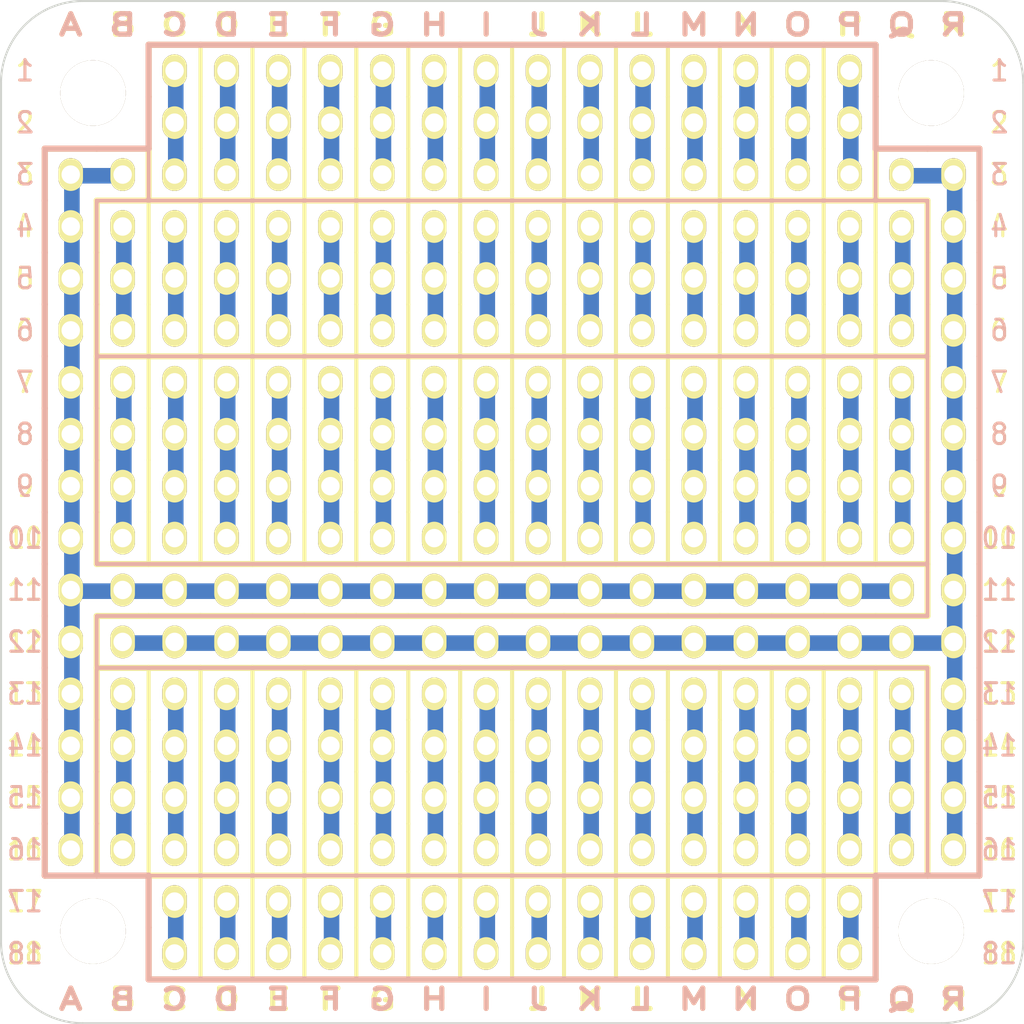
<source format=kicad_pcb>
(kicad_pcb (version 3) (host pcbnew "(2014-jan-25)-product")

  (general
    (links 230)
    (no_connects 0)
    (area 49.911 49.911 100.076 100.076)
    (thickness 1.6)
    (drawings 766)
    (tracks 690)
    (zones 0)
    (modules 5)
    (nets 79)
  )

  (page A4)
  (layers
    (15 F.Cu signal)
    (0 B.Cu signal)
    (16 B.Adhes user)
    (17 F.Adhes user)
    (18 B.Paste user)
    (19 F.Paste user)
    (20 B.SilkS user)
    (21 F.SilkS user)
    (22 B.Mask user)
    (23 F.Mask user)
    (24 Dwgs.User user)
    (25 Cmts.User user)
    (26 Eco1.User user)
    (27 Eco2.User user)
    (28 Edge.Cuts user)
  )

  (setup
    (last_trace_width 0.762)
    (trace_clearance 0.254)
    (zone_clearance 0.508)
    (zone_45_only no)
    (trace_min 0.762)
    (segment_width 0.2)
    (edge_width 0.1)
    (via_size 0.889)
    (via_drill 0.635)
    (via_min_size 0.889)
    (via_min_drill 0.508)
    (uvia_size 0.508)
    (uvia_drill 0.127)
    (uvias_allowed no)
    (uvia_min_size 0.508)
    (uvia_min_drill 0.127)
    (pcb_text_width 0.3)
    (pcb_text_size 1.5 1.5)
    (mod_edge_width 0.15)
    (mod_text_size 1 1)
    (mod_text_width 0.15)
    (pad_size 1.524 2.19964)
    (pad_drill 1.00076)
    (pad_to_mask_clearance 0)
    (aux_axis_origin 50 50)
    (grid_origin 50 50)
    (visible_elements 7FFFFFFF)
    (pcbplotparams
      (layerselection 284196865)
      (usegerberextensions true)
      (excludeedgelayer true)
      (linewidth 0.150000)
      (plotframeref false)
      (viasonmask false)
      (mode 1)
      (useauxorigin false)
      (hpglpennumber 1)
      (hpglpenspeed 20)
      (hpglpendiameter 15)
      (hpglpenoverlay 2)
      (psnegative false)
      (psa4output false)
      (plotreference true)
      (plotvalue true)
      (plotothertext true)
      (plotinvisibletext false)
      (padsonsilk false)
      (subtractmaskfromsilk false)
      (outputformat 1)
      (mirror false)
      (drillshape 0)
      (scaleselection 1)
      (outputdirectory gerbers))
  )

  (net 0 "")
  (net 1 GND)
  (net 2 VCC1)
  (net 3 HDR2_1)
  (net 4 GRP1_1)
  (net 5 GRP2_1)
  (net 6 HDR1_2)
  (net 7 HDR2_2)
  (net 8 GRP1_2)
  (net 9 GRP2_2)
  (net 10 GRP3_2)
  (net 11 HDR1_3)
  (net 12 HDR2_3)
  (net 13 GRP1_3)
  (net 14 GRP2_3)
  (net 15 GRP3_3)
  (net 16 HDR1_4)
  (net 17 HDR2_4)
  (net 18 GRP1_4)
  (net 19 GRP2_4)
  (net 20 GRP3_4)
  (net 21 HDR1_5)
  (net 22 HDR2_5)
  (net 23 GRP1_5)
  (net 24 GRP2_5)
  (net 25 GRP3_5)
  (net 26 HDR1_6)
  (net 27 HDR2_6)
  (net 28 GRP1_6)
  (net 29 GRP2_6)
  (net 30 GRP3_6)
  (net 31 HDR1_7)
  (net 32 HDR2_7)
  (net 33 GRP1_7)
  (net 34 GRP2_7)
  (net 35 GRP3_7)
  (net 36 HDR1_8)
  (net 37 HDR2_8)
  (net 38 GRP1_8)
  (net 39 GRP2_8)
  (net 40 GRP3_8)
  (net 41 HDR1_9)
  (net 42 HDR2_9)
  (net 43 GRP1_9)
  (net 44 GRP2_9)
  (net 45 GRP3_9)
  (net 46 HDR1_10)
  (net 47 HDR2_10)
  (net 48 GRP1_10)
  (net 49 GRP2_10)
  (net 50 GRP3_10)
  (net 51 HDR1_11)
  (net 52 HDR2_11)
  (net 53 GRP1_11)
  (net 54 GRP2_11)
  (net 55 GRP3_11)
  (net 56 HDR1_12)
  (net 57 HDR2_12)
  (net 58 GRP1_12)
  (net 59 GRP2_12)
  (net 60 GRP3_12)
  (net 61 HDR1_13)
  (net 62 HDR2_13)
  (net 63 GRP1_13)
  (net 64 GRP2_13)
  (net 65 GRP3_13)
  (net 66 HDR1_14)
  (net 67 HDR2_14)
  (net 68 GRP1_14)
  (net 69 GRP2_14)
  (net 70 GRP3_14)
  (net 71 HDR1_15)
  (net 72 HDR2_15)
  (net 73 GRP1_15)
  (net 74 GRP2_15)
  (net 75 GRP3_15)
  (net 76 HDR2_16)
  (net 77 GRP1_16)
  (net 78 GRP2_16)

  (net_class Default "This is the default net class."
    (clearance 0.254)
    (trace_width 0.762)
    (via_dia 0.889)
    (via_drill 0.635)
    (uvia_dia 0.508)
    (uvia_drill 0.127)
    (add_net GND)
    (add_net GRP1_1)
    (add_net GRP1_10)
    (add_net GRP1_11)
    (add_net GRP1_12)
    (add_net GRP1_13)
    (add_net GRP1_14)
    (add_net GRP1_15)
    (add_net GRP1_16)
    (add_net GRP1_2)
    (add_net GRP1_3)
    (add_net GRP1_4)
    (add_net GRP1_5)
    (add_net GRP1_6)
    (add_net GRP1_7)
    (add_net GRP1_8)
    (add_net GRP1_9)
    (add_net GRP2_1)
    (add_net GRP2_10)
    (add_net GRP2_11)
    (add_net GRP2_12)
    (add_net GRP2_13)
    (add_net GRP2_14)
    (add_net GRP2_15)
    (add_net GRP2_16)
    (add_net GRP2_2)
    (add_net GRP2_3)
    (add_net GRP2_4)
    (add_net GRP2_5)
    (add_net GRP2_6)
    (add_net GRP2_7)
    (add_net GRP2_8)
    (add_net GRP2_9)
    (add_net GRP3_10)
    (add_net GRP3_11)
    (add_net GRP3_12)
    (add_net GRP3_13)
    (add_net GRP3_14)
    (add_net GRP3_15)
    (add_net GRP3_2)
    (add_net GRP3_3)
    (add_net GRP3_4)
    (add_net GRP3_5)
    (add_net GRP3_6)
    (add_net GRP3_7)
    (add_net GRP3_8)
    (add_net GRP3_9)
    (add_net HDR1_10)
    (add_net HDR1_11)
    (add_net HDR1_12)
    (add_net HDR1_13)
    (add_net HDR1_14)
    (add_net HDR1_15)
    (add_net HDR1_2)
    (add_net HDR1_3)
    (add_net HDR1_4)
    (add_net HDR1_5)
    (add_net HDR1_6)
    (add_net HDR1_7)
    (add_net HDR1_8)
    (add_net HDR1_9)
    (add_net HDR2_1)
    (add_net HDR2_10)
    (add_net HDR2_11)
    (add_net HDR2_12)
    (add_net HDR2_13)
    (add_net HDR2_14)
    (add_net HDR2_15)
    (add_net HDR2_16)
    (add_net HDR2_2)
    (add_net HDR2_3)
    (add_net HDR2_4)
    (add_net HDR2_5)
    (add_net HDR2_6)
    (add_net HDR2_7)
    (add_net HDR2_8)
    (add_net HDR2_9)
    (add_net VCC1)
  )

  (module hole (layer F.Cu) (tedit 5366C3F5) (tstamp 0)
    (at 54.5 54.5)
    (fp_text reference "" (at 0 0) (layer F.SilkS)
      (effects (font (thickness 0.15)))
    )
    (fp_text value "" (at 0 0) (layer F.SilkS)
      (effects (font (thickness 0.15)))
    )
    (pad 1 thru_hole oval (at 0 0) (size 3.2 3.2) (drill oval 3.2) (layers *.Cu *.Mask F.SilkS))
  )

  (module hole (layer F.Cu) (tedit 5366C3F5) (tstamp 0)
    (at 95.5 54.5)
    (fp_text reference "" (at 0 0) (layer F.SilkS)
      (effects (font (thickness 0.15)))
    )
    (fp_text value "" (at 0 0) (layer F.SilkS)
      (effects (font (thickness 0.15)))
    )
    (pad 1 thru_hole oval (at 0 0) (size 3.2 3.2) (drill oval 3.2) (layers *.Cu *.Mask F.SilkS))
  )

  (module hole (layer F.Cu) (tedit 5366C3F5) (tstamp 0)
    (at 54.5 95.5)
    (fp_text reference "" (at 0 0) (layer F.SilkS)
      (effects (font (thickness 0.15)))
    )
    (fp_text value "" (at 0 0) (layer F.SilkS)
      (effects (font (thickness 0.15)))
    )
    (pad 1 thru_hole oval (at 0 0) (size 3.2 3.2) (drill oval 3.2) (layers *.Cu *.Mask F.SilkS))
  )

  (module hole (layer F.Cu) (tedit 5366C3F5) (tstamp 0)
    (at 95.5 95.5)
    (fp_text reference "" (at 0 0) (layer F.SilkS)
      (effects (font (thickness 0.15)))
    )
    (fp_text value "" (at 0 0) (layer F.SilkS)
      (effects (font (thickness 0.15)))
    )
    (pad 1 thru_hole oval (at 0 0) (size 3.2 3.2) (drill oval 3.2) (layers *.Cu *.Mask F.SilkS))
  )

  (module grid (layer F.Cu) (tedit 5366C3F5) (tstamp 0)
    (at 75 75)
    (fp_text reference "" (at 0 0) (layer F.SilkS)
      (effects (font (thickness 0.15)))
    )
    (fp_text value "" (at 0 0) (layer F.SilkS)
      (effects (font (thickness 0.15)))
    )
    (pad 1 thru_hole oval (at -21.59 -16.51) (size 1.2 1.6) (drill oval 0.9) (layers *.Cu *.Mask F.SilkS)
      (net 1 GND))
    (pad 2 thru_hole oval (at -21.59 -13.97) (size 1.2 1.6) (drill oval 0.9) (layers *.Cu *.Mask F.SilkS)
      (net 1 GND))
    (pad 3 thru_hole oval (at -21.59 -11.43) (size 1.2 1.6) (drill oval 0.9) (layers *.Cu *.Mask F.SilkS)
      (net 1 GND))
    (pad 4 thru_hole oval (at -21.59 -8.89) (size 1.2 1.6) (drill oval 0.9) (layers *.Cu *.Mask F.SilkS)
      (net 1 GND))
    (pad 5 thru_hole oval (at -21.59 -6.35) (size 1.2 1.6) (drill oval 0.9) (layers *.Cu *.Mask F.SilkS)
      (net 1 GND))
    (pad 6 thru_hole oval (at -21.59 -3.81) (size 1.2 1.6) (drill oval 0.9) (layers *.Cu *.Mask F.SilkS)
      (net 1 GND))
    (pad 7 thru_hole oval (at -21.59 -1.27) (size 1.2 1.6) (drill oval 0.9) (layers *.Cu *.Mask F.SilkS)
      (net 1 GND))
    (pad 8 thru_hole oval (at -21.59 1.27) (size 1.2 1.6) (drill oval 0.9) (layers *.Cu *.Mask F.SilkS)
      (net 1 GND))
    (pad 9 thru_hole oval (at -21.59 3.81) (size 1.2 1.6) (drill oval 0.9) (layers *.Cu *.Mask F.SilkS)
      (net 1 GND))
    (pad 10 thru_hole oval (at -21.59 6.35) (size 1.2 1.6) (drill oval 0.9) (layers *.Cu *.Mask F.SilkS)
      (net 1 GND))
    (pad 11 thru_hole oval (at -21.59 8.89) (size 1.2 1.6) (drill oval 0.9) (layers *.Cu *.Mask F.SilkS)
      (net 1 GND))
    (pad 12 thru_hole oval (at -21.59 11.43) (size 1.2 1.6) (drill oval 0.9) (layers *.Cu *.Mask F.SilkS)
      (net 1 GND))
    (pad 13 thru_hole oval (at -21.59 13.97) (size 1.2 1.6) (drill oval 0.9) (layers *.Cu *.Mask F.SilkS)
      (net 1 GND))
    (pad 14 thru_hole oval (at -21.59 16.51) (size 1.2 1.6) (drill oval 0.9) (layers *.Cu *.Mask F.SilkS)
      (net 1 GND))
    (pad 15 thru_hole oval (at -19.05 -16.51) (size 1.2 1.6) (drill oval 0.9) (layers *.Cu *.Mask F.SilkS)
      (net 1 GND))
    (pad 16 thru_hole oval (at -19.05 -13.97) (size 1.2 1.6) (drill oval 0.9) (layers *.Cu *.Mask F.SilkS)
      (net 3 HDR2_1))
    (pad 17 thru_hole oval (at -19.05 -11.43) (size 1.2 1.6) (drill oval 0.9) (layers *.Cu *.Mask F.SilkS)
      (net 3 HDR2_1))
    (pad 18 thru_hole oval (at -19.05 -8.89) (size 1.2 1.6) (drill oval 0.9) (layers *.Cu *.Mask F.SilkS)
      (net 3 HDR2_1))
    (pad 19 thru_hole oval (at -19.05 -6.35) (size 1.2 1.6) (drill oval 0.9) (layers *.Cu *.Mask F.SilkS)
      (net 4 GRP1_1))
    (pad 20 thru_hole oval (at -19.05 -3.81) (size 1.2 1.6) (drill oval 0.9) (layers *.Cu *.Mask F.SilkS)
      (net 4 GRP1_1))
    (pad 21 thru_hole oval (at -19.05 -1.27) (size 1.2 1.6) (drill oval 0.9) (layers *.Cu *.Mask F.SilkS)
      (net 4 GRP1_1))
    (pad 22 thru_hole oval (at -19.05 1.27) (size 1.2 1.6) (drill oval 0.9) (layers *.Cu *.Mask F.SilkS)
      (net 4 GRP1_1))
    (pad 23 thru_hole oval (at -19.05 3.81) (size 1.2 1.6) (drill oval 0.9) (layers *.Cu *.Mask F.SilkS)
      (net 1 GND))
    (pad 24 thru_hole oval (at -19.05 6.35) (size 1.2 1.6) (drill oval 0.9) (layers *.Cu *.Mask F.SilkS)
      (net 2 VCC1))
    (pad 25 thru_hole oval (at -19.05 8.89) (size 1.2 1.6) (drill oval 0.9) (layers *.Cu *.Mask F.SilkS)
      (net 5 GRP2_1))
    (pad 26 thru_hole oval (at -19.05 11.43) (size 1.2 1.6) (drill oval 0.9) (layers *.Cu *.Mask F.SilkS)
      (net 5 GRP2_1))
    (pad 27 thru_hole oval (at -19.05 13.97) (size 1.2 1.6) (drill oval 0.9) (layers *.Cu *.Mask F.SilkS)
      (net 5 GRP2_1))
    (pad 28 thru_hole oval (at -19.05 16.51) (size 1.2 1.6) (drill oval 0.9) (layers *.Cu *.Mask F.SilkS)
      (net 5 GRP2_1))
    (pad 29 thru_hole oval (at -16.51 -21.59) (size 1.2 1.6) (drill oval 0.9) (layers *.Cu *.Mask F.SilkS)
      (net 6 HDR1_2))
    (pad 30 thru_hole oval (at -16.51 -19.05) (size 1.2 1.6) (drill oval 0.9) (layers *.Cu *.Mask F.SilkS)
      (net 6 HDR1_2))
    (pad 31 thru_hole oval (at -16.51 -16.51) (size 1.2 1.6) (drill oval 0.9) (layers *.Cu *.Mask F.SilkS)
      (net 6 HDR1_2))
    (pad 32 thru_hole oval (at -16.51 -13.97) (size 1.2 1.6) (drill oval 0.9) (layers *.Cu *.Mask F.SilkS)
      (net 7 HDR2_2))
    (pad 33 thru_hole oval (at -16.51 -11.43) (size 1.2 1.6) (drill oval 0.9) (layers *.Cu *.Mask F.SilkS)
      (net 7 HDR2_2))
    (pad 34 thru_hole oval (at -16.51 -8.89) (size 1.2 1.6) (drill oval 0.9) (layers *.Cu *.Mask F.SilkS)
      (net 7 HDR2_2))
    (pad 35 thru_hole oval (at -16.51 -6.35) (size 1.2 1.6) (drill oval 0.9) (layers *.Cu *.Mask F.SilkS)
      (net 8 GRP1_2))
    (pad 36 thru_hole oval (at -16.51 -3.81) (size 1.2 1.6) (drill oval 0.9) (layers *.Cu *.Mask F.SilkS)
      (net 8 GRP1_2))
    (pad 37 thru_hole oval (at -16.51 -1.27) (size 1.2 1.6) (drill oval 0.9) (layers *.Cu *.Mask F.SilkS)
      (net 8 GRP1_2))
    (pad 38 thru_hole oval (at -16.51 1.27) (size 1.2 1.6) (drill oval 0.9) (layers *.Cu *.Mask F.SilkS)
      (net 8 GRP1_2))
    (pad 39 thru_hole oval (at -16.51 3.81) (size 1.2 1.6) (drill oval 0.9) (layers *.Cu *.Mask F.SilkS)
      (net 1 GND))
    (pad 40 thru_hole oval (at -16.51 6.35) (size 1.2 1.6) (drill oval 0.9) (layers *.Cu *.Mask F.SilkS)
      (net 2 VCC1))
    (pad 41 thru_hole oval (at -16.51 8.89) (size 1.2 1.6) (drill oval 0.9) (layers *.Cu *.Mask F.SilkS)
      (net 9 GRP2_2))
    (pad 42 thru_hole oval (at -16.51 11.43) (size 1.2 1.6) (drill oval 0.9) (layers *.Cu *.Mask F.SilkS)
      (net 9 GRP2_2))
    (pad 43 thru_hole oval (at -16.51 13.97) (size 1.2 1.6) (drill oval 0.9) (layers *.Cu *.Mask F.SilkS)
      (net 9 GRP2_2))
    (pad 44 thru_hole oval (at -16.51 16.51) (size 1.2 1.6) (drill oval 0.9) (layers *.Cu *.Mask F.SilkS)
      (net 9 GRP2_2))
    (pad 45 thru_hole oval (at -16.51 19.05) (size 1.2 1.6) (drill oval 0.9) (layers *.Cu *.Mask F.SilkS)
      (net 10 GRP3_2))
    (pad 46 thru_hole oval (at -16.51 21.59) (size 1.2 1.6) (drill oval 0.9) (layers *.Cu *.Mask F.SilkS)
      (net 10 GRP3_2))
    (pad 47 thru_hole oval (at -13.97 -21.59) (size 1.2 1.6) (drill oval 0.9) (layers *.Cu *.Mask F.SilkS)
      (net 11 HDR1_3))
    (pad 48 thru_hole oval (at -13.97 -19.05) (size 1.2 1.6) (drill oval 0.9) (layers *.Cu *.Mask F.SilkS)
      (net 11 HDR1_3))
    (pad 49 thru_hole oval (at -13.97 -16.51) (size 1.2 1.6) (drill oval 0.9) (layers *.Cu *.Mask F.SilkS)
      (net 11 HDR1_3))
    (pad 50 thru_hole oval (at -13.97 -13.97) (size 1.2 1.6) (drill oval 0.9) (layers *.Cu *.Mask F.SilkS)
      (net 12 HDR2_3))
    (pad 51 thru_hole oval (at -13.97 -11.43) (size 1.2 1.6) (drill oval 0.9) (layers *.Cu *.Mask F.SilkS)
      (net 12 HDR2_3))
    (pad 52 thru_hole oval (at -13.97 -8.89) (size 1.2 1.6) (drill oval 0.9) (layers *.Cu *.Mask F.SilkS)
      (net 12 HDR2_3))
    (pad 53 thru_hole oval (at -13.97 -6.35) (size 1.2 1.6) (drill oval 0.9) (layers *.Cu *.Mask F.SilkS)
      (net 13 GRP1_3))
    (pad 54 thru_hole oval (at -13.97 -3.81) (size 1.2 1.6) (drill oval 0.9) (layers *.Cu *.Mask F.SilkS)
      (net 13 GRP1_3))
    (pad 55 thru_hole oval (at -13.97 -1.27) (size 1.2 1.6) (drill oval 0.9) (layers *.Cu *.Mask F.SilkS)
      (net 13 GRP1_3))
    (pad 56 thru_hole oval (at -13.97 1.27) (size 1.2 1.6) (drill oval 0.9) (layers *.Cu *.Mask F.SilkS)
      (net 13 GRP1_3))
    (pad 57 thru_hole oval (at -13.97 3.81) (size 1.2 1.6) (drill oval 0.9) (layers *.Cu *.Mask F.SilkS)
      (net 1 GND))
    (pad 58 thru_hole oval (at -13.97 6.35) (size 1.2 1.6) (drill oval 0.9) (layers *.Cu *.Mask F.SilkS)
      (net 2 VCC1))
    (pad 59 thru_hole oval (at -13.97 8.89) (size 1.2 1.6) (drill oval 0.9) (layers *.Cu *.Mask F.SilkS)
      (net 14 GRP2_3))
    (pad 60 thru_hole oval (at -13.97 11.43) (size 1.2 1.6) (drill oval 0.9) (layers *.Cu *.Mask F.SilkS)
      (net 14 GRP2_3))
    (pad 61 thru_hole oval (at -13.97 13.97) (size 1.2 1.6) (drill oval 0.9) (layers *.Cu *.Mask F.SilkS)
      (net 14 GRP2_3))
    (pad 62 thru_hole oval (at -13.97 16.51) (size 1.2 1.6) (drill oval 0.9) (layers *.Cu *.Mask F.SilkS)
      (net 14 GRP2_3))
    (pad 63 thru_hole oval (at -13.97 19.05) (size 1.2 1.6) (drill oval 0.9) (layers *.Cu *.Mask F.SilkS)
      (net 15 GRP3_3))
    (pad 64 thru_hole oval (at -13.97 21.59) (size 1.2 1.6) (drill oval 0.9) (layers *.Cu *.Mask F.SilkS)
      (net 15 GRP3_3))
    (pad 65 thru_hole oval (at -11.43 -21.59) (size 1.2 1.6) (drill oval 0.9) (layers *.Cu *.Mask F.SilkS)
      (net 16 HDR1_4))
    (pad 66 thru_hole oval (at -11.43 -19.05) (size 1.2 1.6) (drill oval 0.9) (layers *.Cu *.Mask F.SilkS)
      (net 16 HDR1_4))
    (pad 67 thru_hole oval (at -11.43 -16.51) (size 1.2 1.6) (drill oval 0.9) (layers *.Cu *.Mask F.SilkS)
      (net 16 HDR1_4))
    (pad 68 thru_hole oval (at -11.43 -13.97) (size 1.2 1.6) (drill oval 0.9) (layers *.Cu *.Mask F.SilkS)
      (net 17 HDR2_4))
    (pad 69 thru_hole oval (at -11.43 -11.43) (size 1.2 1.6) (drill oval 0.9) (layers *.Cu *.Mask F.SilkS)
      (net 17 HDR2_4))
    (pad 70 thru_hole oval (at -11.43 -8.89) (size 1.2 1.6) (drill oval 0.9) (layers *.Cu *.Mask F.SilkS)
      (net 17 HDR2_4))
    (pad 71 thru_hole oval (at -11.43 -6.35) (size 1.2 1.6) (drill oval 0.9) (layers *.Cu *.Mask F.SilkS)
      (net 18 GRP1_4))
    (pad 72 thru_hole oval (at -11.43 -3.81) (size 1.2 1.6) (drill oval 0.9) (layers *.Cu *.Mask F.SilkS)
      (net 18 GRP1_4))
    (pad 73 thru_hole oval (at -11.43 -1.27) (size 1.2 1.6) (drill oval 0.9) (layers *.Cu *.Mask F.SilkS)
      (net 18 GRP1_4))
    (pad 74 thru_hole oval (at -11.43 1.27) (size 1.2 1.6) (drill oval 0.9) (layers *.Cu *.Mask F.SilkS)
      (net 18 GRP1_4))
    (pad 75 thru_hole oval (at -11.43 3.81) (size 1.2 1.6) (drill oval 0.9) (layers *.Cu *.Mask F.SilkS)
      (net 1 GND))
    (pad 76 thru_hole oval (at -11.43 6.35) (size 1.2 1.6) (drill oval 0.9) (layers *.Cu *.Mask F.SilkS)
      (net 2 VCC1))
    (pad 77 thru_hole oval (at -11.43 8.89) (size 1.2 1.6) (drill oval 0.9) (layers *.Cu *.Mask F.SilkS)
      (net 19 GRP2_4))
    (pad 78 thru_hole oval (at -11.43 11.43) (size 1.2 1.6) (drill oval 0.9) (layers *.Cu *.Mask F.SilkS)
      (net 19 GRP2_4))
    (pad 79 thru_hole oval (at -11.43 13.97) (size 1.2 1.6) (drill oval 0.9) (layers *.Cu *.Mask F.SilkS)
      (net 19 GRP2_4))
    (pad 80 thru_hole oval (at -11.43 16.51) (size 1.2 1.6) (drill oval 0.9) (layers *.Cu *.Mask F.SilkS)
      (net 19 GRP2_4))
    (pad 81 thru_hole oval (at -11.43 19.05) (size 1.2 1.6) (drill oval 0.9) (layers *.Cu *.Mask F.SilkS)
      (net 20 GRP3_4))
    (pad 82 thru_hole oval (at -11.43 21.59) (size 1.2 1.6) (drill oval 0.9) (layers *.Cu *.Mask F.SilkS)
      (net 20 GRP3_4))
    (pad 83 thru_hole oval (at -8.89 -21.59) (size 1.2 1.6) (drill oval 0.9) (layers *.Cu *.Mask F.SilkS)
      (net 21 HDR1_5))
    (pad 84 thru_hole oval (at -8.89 -19.05) (size 1.2 1.6) (drill oval 0.9) (layers *.Cu *.Mask F.SilkS)
      (net 21 HDR1_5))
    (pad 85 thru_hole oval (at -8.89 -16.51) (size 1.2 1.6) (drill oval 0.9) (layers *.Cu *.Mask F.SilkS)
      (net 21 HDR1_5))
    (pad 86 thru_hole oval (at -8.89 -13.97) (size 1.2 1.6) (drill oval 0.9) (layers *.Cu *.Mask F.SilkS)
      (net 22 HDR2_5))
    (pad 87 thru_hole oval (at -8.89 -11.43) (size 1.2 1.6) (drill oval 0.9) (layers *.Cu *.Mask F.SilkS)
      (net 22 HDR2_5))
    (pad 88 thru_hole oval (at -8.89 -8.89) (size 1.2 1.6) (drill oval 0.9) (layers *.Cu *.Mask F.SilkS)
      (net 22 HDR2_5))
    (pad 89 thru_hole oval (at -8.89 -6.35) (size 1.2 1.6) (drill oval 0.9) (layers *.Cu *.Mask F.SilkS)
      (net 23 GRP1_5))
    (pad 90 thru_hole oval (at -8.89 -3.81) (size 1.2 1.6) (drill oval 0.9) (layers *.Cu *.Mask F.SilkS)
      (net 23 GRP1_5))
    (pad 91 thru_hole oval (at -8.89 -1.27) (size 1.2 1.6) (drill oval 0.9) (layers *.Cu *.Mask F.SilkS)
      (net 23 GRP1_5))
    (pad 92 thru_hole oval (at -8.89 1.27) (size 1.2 1.6) (drill oval 0.9) (layers *.Cu *.Mask F.SilkS)
      (net 23 GRP1_5))
    (pad 93 thru_hole oval (at -8.89 3.81) (size 1.2 1.6) (drill oval 0.9) (layers *.Cu *.Mask F.SilkS)
      (net 1 GND))
    (pad 94 thru_hole oval (at -8.89 6.35) (size 1.2 1.6) (drill oval 0.9) (layers *.Cu *.Mask F.SilkS)
      (net 2 VCC1))
    (pad 95 thru_hole oval (at -8.89 8.89) (size 1.2 1.6) (drill oval 0.9) (layers *.Cu *.Mask F.SilkS)
      (net 24 GRP2_5))
    (pad 96 thru_hole oval (at -8.89 11.43) (size 1.2 1.6) (drill oval 0.9) (layers *.Cu *.Mask F.SilkS)
      (net 24 GRP2_5))
    (pad 97 thru_hole oval (at -8.89 13.97) (size 1.2 1.6) (drill oval 0.9) (layers *.Cu *.Mask F.SilkS)
      (net 24 GRP2_5))
    (pad 98 thru_hole oval (at -8.89 16.51) (size 1.2 1.6) (drill oval 0.9) (layers *.Cu *.Mask F.SilkS)
      (net 24 GRP2_5))
    (pad 99 thru_hole oval (at -8.89 19.05) (size 1.2 1.6) (drill oval 0.9) (layers *.Cu *.Mask F.SilkS)
      (net 25 GRP3_5))
    (pad 100 thru_hole oval (at -8.89 21.59) (size 1.2 1.6) (drill oval 0.9) (layers *.Cu *.Mask F.SilkS)
      (net 25 GRP3_5))
    (pad 101 thru_hole oval (at -6.35 -21.59) (size 1.2 1.6) (drill oval 0.9) (layers *.Cu *.Mask F.SilkS)
      (net 26 HDR1_6))
    (pad 102 thru_hole oval (at -6.35 -19.05) (size 1.2 1.6) (drill oval 0.9) (layers *.Cu *.Mask F.SilkS)
      (net 26 HDR1_6))
    (pad 103 thru_hole oval (at -6.35 -16.51) (size 1.2 1.6) (drill oval 0.9) (layers *.Cu *.Mask F.SilkS)
      (net 26 HDR1_6))
    (pad 104 thru_hole oval (at -6.35 -13.97) (size 1.2 1.6) (drill oval 0.9) (layers *.Cu *.Mask F.SilkS)
      (net 27 HDR2_6))
    (pad 105 thru_hole oval (at -6.35 -11.43) (size 1.2 1.6) (drill oval 0.9) (layers *.Cu *.Mask F.SilkS)
      (net 27 HDR2_6))
    (pad 106 thru_hole oval (at -6.35 -8.89) (size 1.2 1.6) (drill oval 0.9) (layers *.Cu *.Mask F.SilkS)
      (net 27 HDR2_6))
    (pad 107 thru_hole oval (at -6.35 -6.35) (size 1.2 1.6) (drill oval 0.9) (layers *.Cu *.Mask F.SilkS)
      (net 28 GRP1_6))
    (pad 108 thru_hole oval (at -6.35 -3.81) (size 1.2 1.6) (drill oval 0.9) (layers *.Cu *.Mask F.SilkS)
      (net 28 GRP1_6))
    (pad 109 thru_hole oval (at -6.35 -1.27) (size 1.2 1.6) (drill oval 0.9) (layers *.Cu *.Mask F.SilkS)
      (net 28 GRP1_6))
    (pad 110 thru_hole oval (at -6.35 1.27) (size 1.2 1.6) (drill oval 0.9) (layers *.Cu *.Mask F.SilkS)
      (net 28 GRP1_6))
    (pad 111 thru_hole oval (at -6.35 3.81) (size 1.2 1.6) (drill oval 0.9) (layers *.Cu *.Mask F.SilkS)
      (net 1 GND))
    (pad 112 thru_hole oval (at -6.35 6.35) (size 1.2 1.6) (drill oval 0.9) (layers *.Cu *.Mask F.SilkS)
      (net 2 VCC1))
    (pad 113 thru_hole oval (at -6.35 8.89) (size 1.2 1.6) (drill oval 0.9) (layers *.Cu *.Mask F.SilkS)
      (net 29 GRP2_6))
    (pad 114 thru_hole oval (at -6.35 11.43) (size 1.2 1.6) (drill oval 0.9) (layers *.Cu *.Mask F.SilkS)
      (net 29 GRP2_6))
    (pad 115 thru_hole oval (at -6.35 13.97) (size 1.2 1.6) (drill oval 0.9) (layers *.Cu *.Mask F.SilkS)
      (net 29 GRP2_6))
    (pad 116 thru_hole oval (at -6.35 16.51) (size 1.2 1.6) (drill oval 0.9) (layers *.Cu *.Mask F.SilkS)
      (net 29 GRP2_6))
    (pad 117 thru_hole oval (at -6.35 19.05) (size 1.2 1.6) (drill oval 0.9) (layers *.Cu *.Mask F.SilkS)
      (net 30 GRP3_6))
    (pad 118 thru_hole oval (at -6.35 21.59) (size 1.2 1.6) (drill oval 0.9) (layers *.Cu *.Mask F.SilkS)
      (net 30 GRP3_6))
    (pad 119 thru_hole oval (at -3.81 -21.59) (size 1.2 1.6) (drill oval 0.9) (layers *.Cu *.Mask F.SilkS)
      (net 31 HDR1_7))
    (pad 120 thru_hole oval (at -3.81 -19.05) (size 1.2 1.6) (drill oval 0.9) (layers *.Cu *.Mask F.SilkS)
      (net 31 HDR1_7))
    (pad 121 thru_hole oval (at -3.81 -16.51) (size 1.2 1.6) (drill oval 0.9) (layers *.Cu *.Mask F.SilkS)
      (net 31 HDR1_7))
    (pad 122 thru_hole oval (at -3.81 -13.97) (size 1.2 1.6) (drill oval 0.9) (layers *.Cu *.Mask F.SilkS)
      (net 32 HDR2_7))
    (pad 123 thru_hole oval (at -3.81 -11.43) (size 1.2 1.6) (drill oval 0.9) (layers *.Cu *.Mask F.SilkS)
      (net 32 HDR2_7))
    (pad 124 thru_hole oval (at -3.81 -8.89) (size 1.2 1.6) (drill oval 0.9) (layers *.Cu *.Mask F.SilkS)
      (net 32 HDR2_7))
    (pad 125 thru_hole oval (at -3.81 -6.35) (size 1.2 1.6) (drill oval 0.9) (layers *.Cu *.Mask F.SilkS)
      (net 33 GRP1_7))
    (pad 126 thru_hole oval (at -3.81 -3.81) (size 1.2 1.6) (drill oval 0.9) (layers *.Cu *.Mask F.SilkS)
      (net 33 GRP1_7))
    (pad 127 thru_hole oval (at -3.81 -1.27) (size 1.2 1.6) (drill oval 0.9) (layers *.Cu *.Mask F.SilkS)
      (net 33 GRP1_7))
    (pad 128 thru_hole oval (at -3.81 1.27) (size 1.2 1.6) (drill oval 0.9) (layers *.Cu *.Mask F.SilkS)
      (net 33 GRP1_7))
    (pad 129 thru_hole oval (at -3.81 3.81) (size 1.2 1.6) (drill oval 0.9) (layers *.Cu *.Mask F.SilkS)
      (net 1 GND))
    (pad 130 thru_hole oval (at -3.81 6.35) (size 1.2 1.6) (drill oval 0.9) (layers *.Cu *.Mask F.SilkS)
      (net 2 VCC1))
    (pad 131 thru_hole oval (at -3.81 8.89) (size 1.2 1.6) (drill oval 0.9) (layers *.Cu *.Mask F.SilkS)
      (net 34 GRP2_7))
    (pad 132 thru_hole oval (at -3.81 11.43) (size 1.2 1.6) (drill oval 0.9) (layers *.Cu *.Mask F.SilkS)
      (net 34 GRP2_7))
    (pad 133 thru_hole oval (at -3.81 13.97) (size 1.2 1.6) (drill oval 0.9) (layers *.Cu *.Mask F.SilkS)
      (net 34 GRP2_7))
    (pad 134 thru_hole oval (at -3.81 16.51) (size 1.2 1.6) (drill oval 0.9) (layers *.Cu *.Mask F.SilkS)
      (net 34 GRP2_7))
    (pad 135 thru_hole oval (at -3.81 19.05) (size 1.2 1.6) (drill oval 0.9) (layers *.Cu *.Mask F.SilkS)
      (net 35 GRP3_7))
    (pad 136 thru_hole oval (at -3.81 21.59) (size 1.2 1.6) (drill oval 0.9) (layers *.Cu *.Mask F.SilkS)
      (net 35 GRP3_7))
    (pad 137 thru_hole oval (at -1.27 -21.59) (size 1.2 1.6) (drill oval 0.9) (layers *.Cu *.Mask F.SilkS)
      (net 36 HDR1_8))
    (pad 138 thru_hole oval (at -1.27 -19.05) (size 1.2 1.6) (drill oval 0.9) (layers *.Cu *.Mask F.SilkS)
      (net 36 HDR1_8))
    (pad 139 thru_hole oval (at -1.27 -16.51) (size 1.2 1.6) (drill oval 0.9) (layers *.Cu *.Mask F.SilkS)
      (net 36 HDR1_8))
    (pad 140 thru_hole oval (at -1.27 -13.97) (size 1.2 1.6) (drill oval 0.9) (layers *.Cu *.Mask F.SilkS)
      (net 37 HDR2_8))
    (pad 141 thru_hole oval (at -1.27 -11.43) (size 1.2 1.6) (drill oval 0.9) (layers *.Cu *.Mask F.SilkS)
      (net 37 HDR2_8))
    (pad 142 thru_hole oval (at -1.27 -8.89) (size 1.2 1.6) (drill oval 0.9) (layers *.Cu *.Mask F.SilkS)
      (net 37 HDR2_8))
    (pad 143 thru_hole oval (at -1.27 -6.35) (size 1.2 1.6) (drill oval 0.9) (layers *.Cu *.Mask F.SilkS)
      (net 38 GRP1_8))
    (pad 144 thru_hole oval (at -1.27 -3.81) (size 1.2 1.6) (drill oval 0.9) (layers *.Cu *.Mask F.SilkS)
      (net 38 GRP1_8))
    (pad 145 thru_hole oval (at -1.27 -1.27) (size 1.2 1.6) (drill oval 0.9) (layers *.Cu *.Mask F.SilkS)
      (net 38 GRP1_8))
    (pad 146 thru_hole oval (at -1.27 1.27) (size 1.2 1.6) (drill oval 0.9) (layers *.Cu *.Mask F.SilkS)
      (net 38 GRP1_8))
    (pad 147 thru_hole oval (at -1.27 3.81) (size 1.2 1.6) (drill oval 0.9) (layers *.Cu *.Mask F.SilkS)
      (net 1 GND))
    (pad 148 thru_hole oval (at -1.27 6.35) (size 1.2 1.6) (drill oval 0.9) (layers *.Cu *.Mask F.SilkS)
      (net 2 VCC1))
    (pad 149 thru_hole oval (at -1.27 8.89) (size 1.2 1.6) (drill oval 0.9) (layers *.Cu *.Mask F.SilkS)
      (net 39 GRP2_8))
    (pad 150 thru_hole oval (at -1.27 11.43) (size 1.2 1.6) (drill oval 0.9) (layers *.Cu *.Mask F.SilkS)
      (net 39 GRP2_8))
    (pad 151 thru_hole oval (at -1.27 13.97) (size 1.2 1.6) (drill oval 0.9) (layers *.Cu *.Mask F.SilkS)
      (net 39 GRP2_8))
    (pad 152 thru_hole oval (at -1.27 16.51) (size 1.2 1.6) (drill oval 0.9) (layers *.Cu *.Mask F.SilkS)
      (net 39 GRP2_8))
    (pad 153 thru_hole oval (at -1.27 19.05) (size 1.2 1.6) (drill oval 0.9) (layers *.Cu *.Mask F.SilkS)
      (net 40 GRP3_8))
    (pad 154 thru_hole oval (at -1.27 21.59) (size 1.2 1.6) (drill oval 0.9) (layers *.Cu *.Mask F.SilkS)
      (net 40 GRP3_8))
    (pad 155 thru_hole oval (at 1.27 -21.59) (size 1.2 1.6) (drill oval 0.9) (layers *.Cu *.Mask F.SilkS)
      (net 41 HDR1_9))
    (pad 156 thru_hole oval (at 1.27 -19.05) (size 1.2 1.6) (drill oval 0.9) (layers *.Cu *.Mask F.SilkS)
      (net 41 HDR1_9))
    (pad 157 thru_hole oval (at 1.27 -16.51) (size 1.2 1.6) (drill oval 0.9) (layers *.Cu *.Mask F.SilkS)
      (net 41 HDR1_9))
    (pad 158 thru_hole oval (at 1.27 -13.97) (size 1.2 1.6) (drill oval 0.9) (layers *.Cu *.Mask F.SilkS)
      (net 42 HDR2_9))
    (pad 159 thru_hole oval (at 1.27 -11.43) (size 1.2 1.6) (drill oval 0.9) (layers *.Cu *.Mask F.SilkS)
      (net 42 HDR2_9))
    (pad 160 thru_hole oval (at 1.27 -8.89) (size 1.2 1.6) (drill oval 0.9) (layers *.Cu *.Mask F.SilkS)
      (net 42 HDR2_9))
    (pad 161 thru_hole oval (at 1.27 -6.35) (size 1.2 1.6) (drill oval 0.9) (layers *.Cu *.Mask F.SilkS)
      (net 43 GRP1_9))
    (pad 162 thru_hole oval (at 1.27 -3.81) (size 1.2 1.6) (drill oval 0.9) (layers *.Cu *.Mask F.SilkS)
      (net 43 GRP1_9))
    (pad 163 thru_hole oval (at 1.27 -1.27) (size 1.2 1.6) (drill oval 0.9) (layers *.Cu *.Mask F.SilkS)
      (net 43 GRP1_9))
    (pad 164 thru_hole oval (at 1.27 1.27) (size 1.2 1.6) (drill oval 0.9) (layers *.Cu *.Mask F.SilkS)
      (net 43 GRP1_9))
    (pad 165 thru_hole oval (at 1.27 3.81) (size 1.2 1.6) (drill oval 0.9) (layers *.Cu *.Mask F.SilkS)
      (net 1 GND))
    (pad 166 thru_hole oval (at 1.27 6.35) (size 1.2 1.6) (drill oval 0.9) (layers *.Cu *.Mask F.SilkS)
      (net 2 VCC1))
    (pad 167 thru_hole oval (at 1.27 8.89) (size 1.2 1.6) (drill oval 0.9) (layers *.Cu *.Mask F.SilkS)
      (net 44 GRP2_9))
    (pad 168 thru_hole oval (at 1.27 11.43) (size 1.2 1.6) (drill oval 0.9) (layers *.Cu *.Mask F.SilkS)
      (net 44 GRP2_9))
    (pad 169 thru_hole oval (at 1.27 13.97) (size 1.2 1.6) (drill oval 0.9) (layers *.Cu *.Mask F.SilkS)
      (net 44 GRP2_9))
    (pad 170 thru_hole oval (at 1.27 16.51) (size 1.2 1.6) (drill oval 0.9) (layers *.Cu *.Mask F.SilkS)
      (net 44 GRP2_9))
    (pad 171 thru_hole oval (at 1.27 19.05) (size 1.2 1.6) (drill oval 0.9) (layers *.Cu *.Mask F.SilkS)
      (net 45 GRP3_9))
    (pad 172 thru_hole oval (at 1.27 21.59) (size 1.2 1.6) (drill oval 0.9) (layers *.Cu *.Mask F.SilkS)
      (net 45 GRP3_9))
    (pad 173 thru_hole oval (at 3.81 -21.59) (size 1.2 1.6) (drill oval 0.9) (layers *.Cu *.Mask F.SilkS)
      (net 46 HDR1_10))
    (pad 174 thru_hole oval (at 3.81 -19.05) (size 1.2 1.6) (drill oval 0.9) (layers *.Cu *.Mask F.SilkS)
      (net 46 HDR1_10))
    (pad 175 thru_hole oval (at 3.81 -16.51) (size 1.2 1.6) (drill oval 0.9) (layers *.Cu *.Mask F.SilkS)
      (net 46 HDR1_10))
    (pad 176 thru_hole oval (at 3.81 -13.97) (size 1.2 1.6) (drill oval 0.9) (layers *.Cu *.Mask F.SilkS)
      (net 47 HDR2_10))
    (pad 177 thru_hole oval (at 3.81 -11.43) (size 1.2 1.6) (drill oval 0.9) (layers *.Cu *.Mask F.SilkS)
      (net 47 HDR2_10))
    (pad 178 thru_hole oval (at 3.81 -8.89) (size 1.2 1.6) (drill oval 0.9) (layers *.Cu *.Mask F.SilkS)
      (net 47 HDR2_10))
    (pad 179 thru_hole oval (at 3.81 -6.35) (size 1.2 1.6) (drill oval 0.9) (layers *.Cu *.Mask F.SilkS)
      (net 48 GRP1_10))
    (pad 180 thru_hole oval (at 3.81 -3.81) (size 1.2 1.6) (drill oval 0.9) (layers *.Cu *.Mask F.SilkS)
      (net 48 GRP1_10))
    (pad 181 thru_hole oval (at 3.81 -1.27) (size 1.2 1.6) (drill oval 0.9) (layers *.Cu *.Mask F.SilkS)
      (net 48 GRP1_10))
    (pad 182 thru_hole oval (at 3.81 1.27) (size 1.2 1.6) (drill oval 0.9) (layers *.Cu *.Mask F.SilkS)
      (net 48 GRP1_10))
    (pad 183 thru_hole oval (at 3.81 3.81) (size 1.2 1.6) (drill oval 0.9) (layers *.Cu *.Mask F.SilkS)
      (net 1 GND))
    (pad 184 thru_hole oval (at 3.81 6.35) (size 1.2 1.6) (drill oval 0.9) (layers *.Cu *.Mask F.SilkS)
      (net 2 VCC1))
    (pad 185 thru_hole oval (at 3.81 8.89) (size 1.2 1.6) (drill oval 0.9) (layers *.Cu *.Mask F.SilkS)
      (net 49 GRP2_10))
    (pad 186 thru_hole oval (at 3.81 11.43) (size 1.2 1.6) (drill oval 0.9) (layers *.Cu *.Mask F.SilkS)
      (net 49 GRP2_10))
    (pad 187 thru_hole oval (at 3.81 13.97) (size 1.2 1.6) (drill oval 0.9) (layers *.Cu *.Mask F.SilkS)
      (net 49 GRP2_10))
    (pad 188 thru_hole oval (at 3.81 16.51) (size 1.2 1.6) (drill oval 0.9) (layers *.Cu *.Mask F.SilkS)
      (net 49 GRP2_10))
    (pad 189 thru_hole oval (at 3.81 19.05) (size 1.2 1.6) (drill oval 0.9) (layers *.Cu *.Mask F.SilkS)
      (net 50 GRP3_10))
    (pad 190 thru_hole oval (at 3.81 21.59) (size 1.2 1.6) (drill oval 0.9) (layers *.Cu *.Mask F.SilkS)
      (net 50 GRP3_10))
    (pad 191 thru_hole oval (at 6.35 -21.59) (size 1.2 1.6) (drill oval 0.9) (layers *.Cu *.Mask F.SilkS)
      (net 51 HDR1_11))
    (pad 192 thru_hole oval (at 6.35 -19.05) (size 1.2 1.6) (drill oval 0.9) (layers *.Cu *.Mask F.SilkS)
      (net 51 HDR1_11))
    (pad 193 thru_hole oval (at 6.35 -16.51) (size 1.2 1.6) (drill oval 0.9) (layers *.Cu *.Mask F.SilkS)
      (net 51 HDR1_11))
    (pad 194 thru_hole oval (at 6.35 -13.97) (size 1.2 1.6) (drill oval 0.9) (layers *.Cu *.Mask F.SilkS)
      (net 52 HDR2_11))
    (pad 195 thru_hole oval (at 6.35 -11.43) (size 1.2 1.6) (drill oval 0.9) (layers *.Cu *.Mask F.SilkS)
      (net 52 HDR2_11))
    (pad 196 thru_hole oval (at 6.35 -8.89) (size 1.2 1.6) (drill oval 0.9) (layers *.Cu *.Mask F.SilkS)
      (net 52 HDR2_11))
    (pad 197 thru_hole oval (at 6.35 -6.35) (size 1.2 1.6) (drill oval 0.9) (layers *.Cu *.Mask F.SilkS)
      (net 53 GRP1_11))
    (pad 198 thru_hole oval (at 6.35 -3.81) (size 1.2 1.6) (drill oval 0.9) (layers *.Cu *.Mask F.SilkS)
      (net 53 GRP1_11))
    (pad 199 thru_hole oval (at 6.35 -1.27) (size 1.2 1.6) (drill oval 0.9) (layers *.Cu *.Mask F.SilkS)
      (net 53 GRP1_11))
    (pad 200 thru_hole oval (at 6.35 1.27) (size 1.2 1.6) (drill oval 0.9) (layers *.Cu *.Mask F.SilkS)
      (net 53 GRP1_11))
    (pad 201 thru_hole oval (at 6.35 3.81) (size 1.2 1.6) (drill oval 0.9) (layers *.Cu *.Mask F.SilkS)
      (net 1 GND))
    (pad 202 thru_hole oval (at 6.35 6.35) (size 1.2 1.6) (drill oval 0.9) (layers *.Cu *.Mask F.SilkS)
      (net 2 VCC1))
    (pad 203 thru_hole oval (at 6.35 8.89) (size 1.2 1.6) (drill oval 0.9) (layers *.Cu *.Mask F.SilkS)
      (net 54 GRP2_11))
    (pad 204 thru_hole oval (at 6.35 11.43) (size 1.2 1.6) (drill oval 0.9) (layers *.Cu *.Mask F.SilkS)
      (net 54 GRP2_11))
    (pad 205 thru_hole oval (at 6.35 13.97) (size 1.2 1.6) (drill oval 0.9) (layers *.Cu *.Mask F.SilkS)
      (net 54 GRP2_11))
    (pad 206 thru_hole oval (at 6.35 16.51) (size 1.2 1.6) (drill oval 0.9) (layers *.Cu *.Mask F.SilkS)
      (net 54 GRP2_11))
    (pad 207 thru_hole oval (at 6.35 19.05) (size 1.2 1.6) (drill oval 0.9) (layers *.Cu *.Mask F.SilkS)
      (net 55 GRP3_11))
    (pad 208 thru_hole oval (at 6.35 21.59) (size 1.2 1.6) (drill oval 0.9) (layers *.Cu *.Mask F.SilkS)
      (net 55 GRP3_11))
    (pad 209 thru_hole oval (at 8.89 -21.59) (size 1.2 1.6) (drill oval 0.9) (layers *.Cu *.Mask F.SilkS)
      (net 56 HDR1_12))
    (pad 210 thru_hole oval (at 8.89 -19.05) (size 1.2 1.6) (drill oval 0.9) (layers *.Cu *.Mask F.SilkS)
      (net 56 HDR1_12))
    (pad 211 thru_hole oval (at 8.89 -16.51) (size 1.2 1.6) (drill oval 0.9) (layers *.Cu *.Mask F.SilkS)
      (net 56 HDR1_12))
    (pad 212 thru_hole oval (at 8.89 -13.97) (size 1.2 1.6) (drill oval 0.9) (layers *.Cu *.Mask F.SilkS)
      (net 57 HDR2_12))
    (pad 213 thru_hole oval (at 8.89 -11.43) (size 1.2 1.6) (drill oval 0.9) (layers *.Cu *.Mask F.SilkS)
      (net 57 HDR2_12))
    (pad 214 thru_hole oval (at 8.89 -8.89) (size 1.2 1.6) (drill oval 0.9) (layers *.Cu *.Mask F.SilkS)
      (net 57 HDR2_12))
    (pad 215 thru_hole oval (at 8.89 -6.35) (size 1.2 1.6) (drill oval 0.9) (layers *.Cu *.Mask F.SilkS)
      (net 58 GRP1_12))
    (pad 216 thru_hole oval (at 8.89 -3.81) (size 1.2 1.6) (drill oval 0.9) (layers *.Cu *.Mask F.SilkS)
      (net 58 GRP1_12))
    (pad 217 thru_hole oval (at 8.89 -1.27) (size 1.2 1.6) (drill oval 0.9) (layers *.Cu *.Mask F.SilkS)
      (net 58 GRP1_12))
    (pad 218 thru_hole oval (at 8.89 1.27) (size 1.2 1.6) (drill oval 0.9) (layers *.Cu *.Mask F.SilkS)
      (net 58 GRP1_12))
    (pad 219 thru_hole oval (at 8.89 3.81) (size 1.2 1.6) (drill oval 0.9) (layers *.Cu *.Mask F.SilkS)
      (net 1 GND))
    (pad 220 thru_hole oval (at 8.89 6.35) (size 1.2 1.6) (drill oval 0.9) (layers *.Cu *.Mask F.SilkS)
      (net 2 VCC1))
    (pad 221 thru_hole oval (at 8.89 8.89) (size 1.2 1.6) (drill oval 0.9) (layers *.Cu *.Mask F.SilkS)
      (net 59 GRP2_12))
    (pad 222 thru_hole oval (at 8.89 11.43) (size 1.2 1.6) (drill oval 0.9) (layers *.Cu *.Mask F.SilkS)
      (net 59 GRP2_12))
    (pad 223 thru_hole oval (at 8.89 13.97) (size 1.2 1.6) (drill oval 0.9) (layers *.Cu *.Mask F.SilkS)
      (net 59 GRP2_12))
    (pad 224 thru_hole oval (at 8.89 16.51) (size 1.2 1.6) (drill oval 0.9) (layers *.Cu *.Mask F.SilkS)
      (net 59 GRP2_12))
    (pad 225 thru_hole oval (at 8.89 19.05) (size 1.2 1.6) (drill oval 0.9) (layers *.Cu *.Mask F.SilkS)
      (net 60 GRP3_12))
    (pad 226 thru_hole oval (at 8.89 21.59) (size 1.2 1.6) (drill oval 0.9) (layers *.Cu *.Mask F.SilkS)
      (net 60 GRP3_12))
    (pad 227 thru_hole oval (at 11.43 -21.59) (size 1.2 1.6) (drill oval 0.9) (layers *.Cu *.Mask F.SilkS)
      (net 61 HDR1_13))
    (pad 228 thru_hole oval (at 11.43 -19.05) (size 1.2 1.6) (drill oval 0.9) (layers *.Cu *.Mask F.SilkS)
      (net 61 HDR1_13))
    (pad 229 thru_hole oval (at 11.43 -16.51) (size 1.2 1.6) (drill oval 0.9) (layers *.Cu *.Mask F.SilkS)
      (net 61 HDR1_13))
    (pad 230 thru_hole oval (at 11.43 -13.97) (size 1.2 1.6) (drill oval 0.9) (layers *.Cu *.Mask F.SilkS)
      (net 62 HDR2_13))
    (pad 231 thru_hole oval (at 11.43 -11.43) (size 1.2 1.6) (drill oval 0.9) (layers *.Cu *.Mask F.SilkS)
      (net 62 HDR2_13))
    (pad 232 thru_hole oval (at 11.43 -8.89) (size 1.2 1.6) (drill oval 0.9) (layers *.Cu *.Mask F.SilkS)
      (net 62 HDR2_13))
    (pad 233 thru_hole oval (at 11.43 -6.35) (size 1.2 1.6) (drill oval 0.9) (layers *.Cu *.Mask F.SilkS)
      (net 63 GRP1_13))
    (pad 234 thru_hole oval (at 11.43 -3.81) (size 1.2 1.6) (drill oval 0.9) (layers *.Cu *.Mask F.SilkS)
      (net 63 GRP1_13))
    (pad 235 thru_hole oval (at 11.43 -1.27) (size 1.2 1.6) (drill oval 0.9) (layers *.Cu *.Mask F.SilkS)
      (net 63 GRP1_13))
    (pad 236 thru_hole oval (at 11.43 1.27) (size 1.2 1.6) (drill oval 0.9) (layers *.Cu *.Mask F.SilkS)
      (net 63 GRP1_13))
    (pad 237 thru_hole oval (at 11.43 3.81) (size 1.2 1.6) (drill oval 0.9) (layers *.Cu *.Mask F.SilkS)
      (net 1 GND))
    (pad 238 thru_hole oval (at 11.43 6.35) (size 1.2 1.6) (drill oval 0.9) (layers *.Cu *.Mask F.SilkS)
      (net 2 VCC1))
    (pad 239 thru_hole oval (at 11.43 8.89) (size 1.2 1.6) (drill oval 0.9) (layers *.Cu *.Mask F.SilkS)
      (net 64 GRP2_13))
    (pad 240 thru_hole oval (at 11.43 11.43) (size 1.2 1.6) (drill oval 0.9) (layers *.Cu *.Mask F.SilkS)
      (net 64 GRP2_13))
    (pad 241 thru_hole oval (at 11.43 13.97) (size 1.2 1.6) (drill oval 0.9) (layers *.Cu *.Mask F.SilkS)
      (net 64 GRP2_13))
    (pad 242 thru_hole oval (at 11.43 16.51) (size 1.2 1.6) (drill oval 0.9) (layers *.Cu *.Mask F.SilkS)
      (net 64 GRP2_13))
    (pad 243 thru_hole oval (at 11.43 19.05) (size 1.2 1.6) (drill oval 0.9) (layers *.Cu *.Mask F.SilkS)
      (net 65 GRP3_13))
    (pad 244 thru_hole oval (at 11.43 21.59) (size 1.2 1.6) (drill oval 0.9) (layers *.Cu *.Mask F.SilkS)
      (net 65 GRP3_13))
    (pad 245 thru_hole oval (at 13.97 -21.59) (size 1.2 1.6) (drill oval 0.9) (layers *.Cu *.Mask F.SilkS)
      (net 66 HDR1_14))
    (pad 246 thru_hole oval (at 13.97 -19.05) (size 1.2 1.6) (drill oval 0.9) (layers *.Cu *.Mask F.SilkS)
      (net 66 HDR1_14))
    (pad 247 thru_hole oval (at 13.97 -16.51) (size 1.2 1.6) (drill oval 0.9) (layers *.Cu *.Mask F.SilkS)
      (net 66 HDR1_14))
    (pad 248 thru_hole oval (at 13.97 -13.97) (size 1.2 1.6) (drill oval 0.9) (layers *.Cu *.Mask F.SilkS)
      (net 67 HDR2_14))
    (pad 249 thru_hole oval (at 13.97 -11.43) (size 1.2 1.6) (drill oval 0.9) (layers *.Cu *.Mask F.SilkS)
      (net 67 HDR2_14))
    (pad 250 thru_hole oval (at 13.97 -8.89) (size 1.2 1.6) (drill oval 0.9) (layers *.Cu *.Mask F.SilkS)
      (net 67 HDR2_14))
    (pad 251 thru_hole oval (at 13.97 -6.35) (size 1.2 1.6) (drill oval 0.9) (layers *.Cu *.Mask F.SilkS)
      (net 68 GRP1_14))
    (pad 252 thru_hole oval (at 13.97 -3.81) (size 1.2 1.6) (drill oval 0.9) (layers *.Cu *.Mask F.SilkS)
      (net 68 GRP1_14))
    (pad 253 thru_hole oval (at 13.97 -1.27) (size 1.2 1.6) (drill oval 0.9) (layers *.Cu *.Mask F.SilkS)
      (net 68 GRP1_14))
    (pad 254 thru_hole oval (at 13.97 1.27) (size 1.2 1.6) (drill oval 0.9) (layers *.Cu *.Mask F.SilkS)
      (net 68 GRP1_14))
    (pad 255 thru_hole oval (at 13.97 3.81) (size 1.2 1.6) (drill oval 0.9) (layers *.Cu *.Mask F.SilkS)
      (net 1 GND))
    (pad 256 thru_hole oval (at 13.97 6.35) (size 1.2 1.6) (drill oval 0.9) (layers *.Cu *.Mask F.SilkS)
      (net 2 VCC1))
    (pad 257 thru_hole oval (at 13.97 8.89) (size 1.2 1.6) (drill oval 0.9) (layers *.Cu *.Mask F.SilkS)
      (net 69 GRP2_14))
    (pad 258 thru_hole oval (at 13.97 11.43) (size 1.2 1.6) (drill oval 0.9) (layers *.Cu *.Mask F.SilkS)
      (net 69 GRP2_14))
    (pad 259 thru_hole oval (at 13.97 13.97) (size 1.2 1.6) (drill oval 0.9) (layers *.Cu *.Mask F.SilkS)
      (net 69 GRP2_14))
    (pad 260 thru_hole oval (at 13.97 16.51) (size 1.2 1.6) (drill oval 0.9) (layers *.Cu *.Mask F.SilkS)
      (net 69 GRP2_14))
    (pad 261 thru_hole oval (at 13.97 19.05) (size 1.2 1.6) (drill oval 0.9) (layers *.Cu *.Mask F.SilkS)
      (net 70 GRP3_14))
    (pad 262 thru_hole oval (at 13.97 21.59) (size 1.2 1.6) (drill oval 0.9) (layers *.Cu *.Mask F.SilkS)
      (net 70 GRP3_14))
    (pad 263 thru_hole oval (at 16.51 -21.59) (size 1.2 1.6) (drill oval 0.9) (layers *.Cu *.Mask F.SilkS)
      (net 71 HDR1_15))
    (pad 264 thru_hole oval (at 16.51 -19.05) (size 1.2 1.6) (drill oval 0.9) (layers *.Cu *.Mask F.SilkS)
      (net 71 HDR1_15))
    (pad 265 thru_hole oval (at 16.51 -16.51) (size 1.2 1.6) (drill oval 0.9) (layers *.Cu *.Mask F.SilkS)
      (net 71 HDR1_15))
    (pad 266 thru_hole oval (at 16.51 -13.97) (size 1.2 1.6) (drill oval 0.9) (layers *.Cu *.Mask F.SilkS)
      (net 72 HDR2_15))
    (pad 267 thru_hole oval (at 16.51 -11.43) (size 1.2 1.6) (drill oval 0.9) (layers *.Cu *.Mask F.SilkS)
      (net 72 HDR2_15))
    (pad 268 thru_hole oval (at 16.51 -8.89) (size 1.2 1.6) (drill oval 0.9) (layers *.Cu *.Mask F.SilkS)
      (net 72 HDR2_15))
    (pad 269 thru_hole oval (at 16.51 -6.35) (size 1.2 1.6) (drill oval 0.9) (layers *.Cu *.Mask F.SilkS)
      (net 73 GRP1_15))
    (pad 270 thru_hole oval (at 16.51 -3.81) (size 1.2 1.6) (drill oval 0.9) (layers *.Cu *.Mask F.SilkS)
      (net 73 GRP1_15))
    (pad 271 thru_hole oval (at 16.51 -1.27) (size 1.2 1.6) (drill oval 0.9) (layers *.Cu *.Mask F.SilkS)
      (net 73 GRP1_15))
    (pad 272 thru_hole oval (at 16.51 1.27) (size 1.2 1.6) (drill oval 0.9) (layers *.Cu *.Mask F.SilkS)
      (net 73 GRP1_15))
    (pad 273 thru_hole oval (at 16.51 3.81) (size 1.2 1.6) (drill oval 0.9) (layers *.Cu *.Mask F.SilkS)
      (net 1 GND))
    (pad 274 thru_hole oval (at 16.51 6.35) (size 1.2 1.6) (drill oval 0.9) (layers *.Cu *.Mask F.SilkS)
      (net 2 VCC1))
    (pad 275 thru_hole oval (at 16.51 8.89) (size 1.2 1.6) (drill oval 0.9) (layers *.Cu *.Mask F.SilkS)
      (net 74 GRP2_15))
    (pad 276 thru_hole oval (at 16.51 11.43) (size 1.2 1.6) (drill oval 0.9) (layers *.Cu *.Mask F.SilkS)
      (net 74 GRP2_15))
    (pad 277 thru_hole oval (at 16.51 13.97) (size 1.2 1.6) (drill oval 0.9) (layers *.Cu *.Mask F.SilkS)
      (net 74 GRP2_15))
    (pad 278 thru_hole oval (at 16.51 16.51) (size 1.2 1.6) (drill oval 0.9) (layers *.Cu *.Mask F.SilkS)
      (net 74 GRP2_15))
    (pad 279 thru_hole oval (at 16.51 19.05) (size 1.2 1.6) (drill oval 0.9) (layers *.Cu *.Mask F.SilkS)
      (net 75 GRP3_15))
    (pad 280 thru_hole oval (at 16.51 21.59) (size 1.2 1.6) (drill oval 0.9) (layers *.Cu *.Mask F.SilkS)
      (net 75 GRP3_15))
    (pad 281 thru_hole oval (at 19.05 -16.51) (size 1.2 1.6) (drill oval 0.9) (layers *.Cu *.Mask F.SilkS)
      (net 2 VCC1))
    (pad 282 thru_hole oval (at 19.05 -13.97) (size 1.2 1.6) (drill oval 0.9) (layers *.Cu *.Mask F.SilkS)
      (net 76 HDR2_16))
    (pad 283 thru_hole oval (at 19.05 -11.43) (size 1.2 1.6) (drill oval 0.9) (layers *.Cu *.Mask F.SilkS)
      (net 76 HDR2_16))
    (pad 284 thru_hole oval (at 19.05 -8.89) (size 1.2 1.6) (drill oval 0.9) (layers *.Cu *.Mask F.SilkS)
      (net 76 HDR2_16))
    (pad 285 thru_hole oval (at 19.05 -6.35) (size 1.2 1.6) (drill oval 0.9) (layers *.Cu *.Mask F.SilkS)
      (net 77 GRP1_16))
    (pad 286 thru_hole oval (at 19.05 -3.81) (size 1.2 1.6) (drill oval 0.9) (layers *.Cu *.Mask F.SilkS)
      (net 77 GRP1_16))
    (pad 287 thru_hole oval (at 19.05 -1.27) (size 1.2 1.6) (drill oval 0.9) (layers *.Cu *.Mask F.SilkS)
      (net 77 GRP1_16))
    (pad 288 thru_hole oval (at 19.05 1.27) (size 1.2 1.6) (drill oval 0.9) (layers *.Cu *.Mask F.SilkS)
      (net 77 GRP1_16))
    (pad 289 thru_hole oval (at 19.05 3.81) (size 1.2 1.6) (drill oval 0.9) (layers *.Cu *.Mask F.SilkS)
      (net 1 GND))
    (pad 290 thru_hole oval (at 19.05 6.35) (size 1.2 1.6) (drill oval 0.9) (layers *.Cu *.Mask F.SilkS)
      (net 2 VCC1))
    (pad 291 thru_hole oval (at 19.05 8.89) (size 1.2 1.6) (drill oval 0.9) (layers *.Cu *.Mask F.SilkS)
      (net 78 GRP2_16))
    (pad 292 thru_hole oval (at 19.05 11.43) (size 1.2 1.6) (drill oval 0.9) (layers *.Cu *.Mask F.SilkS)
      (net 78 GRP2_16))
    (pad 293 thru_hole oval (at 19.05 13.97) (size 1.2 1.6) (drill oval 0.9) (layers *.Cu *.Mask F.SilkS)
      (net 78 GRP2_16))
    (pad 294 thru_hole oval (at 19.05 16.51) (size 1.2 1.6) (drill oval 0.9) (layers *.Cu *.Mask F.SilkS)
      (net 78 GRP2_16))
    (pad 295 thru_hole oval (at 21.59 -16.51) (size 1.2 1.6) (drill oval 0.9) (layers *.Cu *.Mask F.SilkS)
      (net 2 VCC1))
    (pad 296 thru_hole oval (at 21.59 -13.97) (size 1.2 1.6) (drill oval 0.9) (layers *.Cu *.Mask F.SilkS)
      (net 2 VCC1))
    (pad 297 thru_hole oval (at 21.59 -11.43) (size 1.2 1.6) (drill oval 0.9) (layers *.Cu *.Mask F.SilkS)
      (net 2 VCC1))
    (pad 298 thru_hole oval (at 21.59 -8.89) (size 1.2 1.6) (drill oval 0.9) (layers *.Cu *.Mask F.SilkS)
      (net 2 VCC1))
    (pad 299 thru_hole oval (at 21.59 -6.35) (size 1.2 1.6) (drill oval 0.9) (layers *.Cu *.Mask F.SilkS)
      (net 2 VCC1))
    (pad 300 thru_hole oval (at 21.59 -3.81) (size 1.2 1.6) (drill oval 0.9) (layers *.Cu *.Mask F.SilkS)
      (net 2 VCC1))
    (pad 301 thru_hole oval (at 21.59 -1.27) (size 1.2 1.6) (drill oval 0.9) (layers *.Cu *.Mask F.SilkS)
      (net 2 VCC1))
    (pad 302 thru_hole oval (at 21.59 1.27) (size 1.2 1.6) (drill oval 0.9) (layers *.Cu *.Mask F.SilkS)
      (net 2 VCC1))
    (pad 303 thru_hole oval (at 21.59 3.81) (size 1.2 1.6) (drill oval 0.9) (layers *.Cu *.Mask F.SilkS)
      (net 2 VCC1))
    (pad 304 thru_hole oval (at 21.59 6.35) (size 1.2 1.6) (drill oval 0.9) (layers *.Cu *.Mask F.SilkS)
      (net 2 VCC1))
    (pad 305 thru_hole oval (at 21.59 8.89) (size 1.2 1.6) (drill oval 0.9) (layers *.Cu *.Mask F.SilkS)
      (net 2 VCC1))
    (pad 306 thru_hole oval (at 21.59 11.43) (size 1.2 1.6) (drill oval 0.9) (layers *.Cu *.Mask F.SilkS)
      (net 2 VCC1))
    (pad 307 thru_hole oval (at 21.59 13.97) (size 1.2 1.6) (drill oval 0.9) (layers *.Cu *.Mask F.SilkS)
      (net 2 VCC1))
    (pad 308 thru_hole oval (at 21.59 16.51) (size 1.2 1.6) (drill oval 0.9) (layers *.Cu *.Mask F.SilkS)
      (net 2 VCC1))
  )

  (gr_arc (start 54 54) (end 50 54) (angle 90) (layer Edge.Cuts) (width 0.1))
  (gr_arc (start 96 54) (end 100 54) (angle -90) (layer Edge.Cuts) (width 0.1))
  (gr_arc (start 54 96) (end 50 96) (angle -90) (layer Edge.Cuts) (width 0.1))
  (gr_arc (start 96 96) (end 100 96) (angle 90) (layer Edge.Cuts) (width 0.1))
  (gr_line (start 54 50) (end 96 50) (layer Edge.Cuts) (width 0.1))
  (gr_line (start 100 54) (end 100 96) (angle 90) (layer Edge.Cuts) (width 0.1))
  (gr_line (start 96 100) (end 54 100) (layer Edge.Cuts) (width 0.1))
  (gr_line (start 50 96) (end 50 54) (angle 90) (layer Edge.Cuts) (width 0.1))
  (gr_text A (at 53.41 51.17) (layer F.SilkS)
    (effects (font (size 1 1.3) (thickness 0.3)))
  )
  (gr_text A (at 53.41 51.17) (layer B.SilkS)
    (effects (font (size 1 1.3) (thickness 0.3)) (justify mirror))
  )
  (gr_text A (at 53.41 98.83) (layer F.SilkS)
    (effects (font (size 1 1.3) (thickness 0.3)))
  )
  (gr_text A (at 53.41 98.83) (layer B.SilkS)
    (effects (font (size 1 1.3) (thickness 0.3)) (justify mirror))
  )
  (gr_text B (at 55.95 51.17) (layer F.SilkS)
    (effects (font (size 1 1.3) (thickness 0.3)))
  )
  (gr_text B (at 55.95 51.17) (layer B.SilkS)
    (effects (font (size 1 1.3) (thickness 0.3)) (justify mirror))
  )
  (gr_text B (at 55.95 98.83) (layer F.SilkS)
    (effects (font (size 1 1.3) (thickness 0.3)))
  )
  (gr_text B (at 55.95 98.83) (layer B.SilkS)
    (effects (font (size 1 1.3) (thickness 0.3)) (justify mirror))
  )
  (gr_text C (at 58.49 51.17) (layer F.SilkS)
    (effects (font (size 1 1.3) (thickness 0.3)))
  )
  (gr_text C (at 58.49 51.17) (layer B.SilkS)
    (effects (font (size 1 1.3) (thickness 0.3)) (justify mirror))
  )
  (gr_text C (at 58.49 98.83) (layer F.SilkS)
    (effects (font (size 1 1.3) (thickness 0.3)))
  )
  (gr_text C (at 58.49 98.83) (layer B.SilkS)
    (effects (font (size 1 1.3) (thickness 0.3)) (justify mirror))
  )
  (gr_text D (at 61.03 51.17) (layer F.SilkS)
    (effects (font (size 1 1.3) (thickness 0.3)))
  )
  (gr_text D (at 61.03 51.17) (layer B.SilkS)
    (effects (font (size 1 1.3) (thickness 0.3)) (justify mirror))
  )
  (gr_text D (at 61.03 98.83) (layer F.SilkS)
    (effects (font (size 1 1.3) (thickness 0.3)))
  )
  (gr_text D (at 61.03 98.83) (layer B.SilkS)
    (effects (font (size 1 1.3) (thickness 0.3)) (justify mirror))
  )
  (gr_text E (at 63.57 51.17) (layer F.SilkS)
    (effects (font (size 1 1.3) (thickness 0.3)))
  )
  (gr_text E (at 63.57 51.17) (layer B.SilkS)
    (effects (font (size 1 1.3) (thickness 0.3)) (justify mirror))
  )
  (gr_text E (at 63.57 98.83) (layer F.SilkS)
    (effects (font (size 1 1.3) (thickness 0.3)))
  )
  (gr_text E (at 63.57 98.83) (layer B.SilkS)
    (effects (font (size 1 1.3) (thickness 0.3)) (justify mirror))
  )
  (gr_text F (at 66.11 51.17) (layer F.SilkS)
    (effects (font (size 1 1.3) (thickness 0.3)))
  )
  (gr_text F (at 66.11 51.17) (layer B.SilkS)
    (effects (font (size 1 1.3) (thickness 0.3)) (justify mirror))
  )
  (gr_text F (at 66.11 98.83) (layer F.SilkS)
    (effects (font (size 1 1.3) (thickness 0.3)))
  )
  (gr_text F (at 66.11 98.83) (layer B.SilkS)
    (effects (font (size 1 1.3) (thickness 0.3)) (justify mirror))
  )
  (gr_text G (at 68.65 51.17) (layer F.SilkS)
    (effects (font (size 1 1.3) (thickness 0.3)))
  )
  (gr_text G (at 68.65 51.17) (layer B.SilkS)
    (effects (font (size 1 1.3) (thickness 0.3)) (justify mirror))
  )
  (gr_text G (at 68.65 98.83) (layer F.SilkS)
    (effects (font (size 1 1.3) (thickness 0.3)))
  )
  (gr_text G (at 68.65 98.83) (layer B.SilkS)
    (effects (font (size 1 1.3) (thickness 0.3)) (justify mirror))
  )
  (gr_text H (at 71.19 51.17) (layer F.SilkS)
    (effects (font (size 1 1.3) (thickness 0.3)))
  )
  (gr_text H (at 71.19 51.17) (layer B.SilkS)
    (effects (font (size 1 1.3) (thickness 0.3)) (justify mirror))
  )
  (gr_text H (at 71.19 98.83) (layer F.SilkS)
    (effects (font (size 1 1.3) (thickness 0.3)))
  )
  (gr_text H (at 71.19 98.83) (layer B.SilkS)
    (effects (font (size 1 1.3) (thickness 0.3)) (justify mirror))
  )
  (gr_text I (at 73.73 51.17) (layer F.SilkS)
    (effects (font (size 1 1.3) (thickness 0.3)))
  )
  (gr_text I (at 73.73 51.17) (layer B.SilkS)
    (effects (font (size 1 1.3) (thickness 0.3)) (justify mirror))
  )
  (gr_text I (at 73.73 98.83) (layer F.SilkS)
    (effects (font (size 1 1.3) (thickness 0.3)))
  )
  (gr_text I (at 73.73 98.83) (layer B.SilkS)
    (effects (font (size 1 1.3) (thickness 0.3)) (justify mirror))
  )
  (gr_text J (at 76.27 51.17) (layer F.SilkS)
    (effects (font (size 1 1.3) (thickness 0.3)))
  )
  (gr_text J (at 76.27 51.17) (layer B.SilkS)
    (effects (font (size 1 1.3) (thickness 0.3)) (justify mirror))
  )
  (gr_text J (at 76.27 98.83) (layer F.SilkS)
    (effects (font (size 1 1.3) (thickness 0.3)))
  )
  (gr_text J (at 76.27 98.83) (layer B.SilkS)
    (effects (font (size 1 1.3) (thickness 0.3)) (justify mirror))
  )
  (gr_text K (at 78.81 51.17) (layer F.SilkS)
    (effects (font (size 1 1.3) (thickness 0.3)))
  )
  (gr_text K (at 78.81 51.17) (layer B.SilkS)
    (effects (font (size 1 1.3) (thickness 0.3)) (justify mirror))
  )
  (gr_text K (at 78.81 98.83) (layer F.SilkS)
    (effects (font (size 1 1.3) (thickness 0.3)))
  )
  (gr_text K (at 78.81 98.83) (layer B.SilkS)
    (effects (font (size 1 1.3) (thickness 0.3)) (justify mirror))
  )
  (gr_text L (at 81.35 51.17) (layer F.SilkS)
    (effects (font (size 1 1.3) (thickness 0.3)))
  )
  (gr_text L (at 81.35 51.17) (layer B.SilkS)
    (effects (font (size 1 1.3) (thickness 0.3)) (justify mirror))
  )
  (gr_text L (at 81.35 98.83) (layer F.SilkS)
    (effects (font (size 1 1.3) (thickness 0.3)))
  )
  (gr_text L (at 81.35 98.83) (layer B.SilkS)
    (effects (font (size 1 1.3) (thickness 0.3)) (justify mirror))
  )
  (gr_text M (at 83.89 51.17) (layer F.SilkS)
    (effects (font (size 1 1.3) (thickness 0.3)))
  )
  (gr_text M (at 83.89 51.17) (layer B.SilkS)
    (effects (font (size 1 1.3) (thickness 0.3)) (justify mirror))
  )
  (gr_text M (at 83.89 98.83) (layer F.SilkS)
    (effects (font (size 1 1.3) (thickness 0.3)))
  )
  (gr_text M (at 83.89 98.83) (layer B.SilkS)
    (effects (font (size 1 1.3) (thickness 0.3)) (justify mirror))
  )
  (gr_text N (at 86.43 51.17) (layer F.SilkS)
    (effects (font (size 1 1.3) (thickness 0.3)))
  )
  (gr_text N (at 86.43 51.17) (layer B.SilkS)
    (effects (font (size 1 1.3) (thickness 0.3)) (justify mirror))
  )
  (gr_text N (at 86.43 98.83) (layer F.SilkS)
    (effects (font (size 1 1.3) (thickness 0.3)))
  )
  (gr_text N (at 86.43 98.83) (layer B.SilkS)
    (effects (font (size 1 1.3) (thickness 0.3)) (justify mirror))
  )
  (gr_text O (at 88.97 51.17) (layer F.SilkS)
    (effects (font (size 1 1.3) (thickness 0.3)))
  )
  (gr_text O (at 88.97 51.17) (layer B.SilkS)
    (effects (font (size 1 1.3) (thickness 0.3)) (justify mirror))
  )
  (gr_text O (at 88.97 98.83) (layer F.SilkS)
    (effects (font (size 1 1.3) (thickness 0.3)))
  )
  (gr_text O (at 88.97 98.83) (layer B.SilkS)
    (effects (font (size 1 1.3) (thickness 0.3)) (justify mirror))
  )
  (gr_text P (at 91.51 51.17) (layer F.SilkS)
    (effects (font (size 1 1.3) (thickness 0.3)))
  )
  (gr_text P (at 91.51 51.17) (layer B.SilkS)
    (effects (font (size 1 1.3) (thickness 0.3)) (justify mirror))
  )
  (gr_text P (at 91.51 98.83) (layer F.SilkS)
    (effects (font (size 1 1.3) (thickness 0.3)))
  )
  (gr_text P (at 91.51 98.83) (layer B.SilkS)
    (effects (font (size 1 1.3) (thickness 0.3)) (justify mirror))
  )
  (gr_text Q (at 94.05 51.17) (layer F.SilkS)
    (effects (font (size 1 1.3) (thickness 0.3)))
  )
  (gr_text Q (at 94.05 51.17) (layer B.SilkS)
    (effects (font (size 1 1.3) (thickness 0.3)) (justify mirror))
  )
  (gr_text Q (at 94.05 98.83) (layer F.SilkS)
    (effects (font (size 1 1.3) (thickness 0.3)))
  )
  (gr_text Q (at 94.05 98.83) (layer B.SilkS)
    (effects (font (size 1 1.3) (thickness 0.3)) (justify mirror))
  )
  (gr_text R (at 96.59 51.17) (layer F.SilkS)
    (effects (font (size 1 1.3) (thickness 0.3)))
  )
  (gr_text R (at 96.59 51.17) (layer B.SilkS)
    (effects (font (size 1 1.3) (thickness 0.3)) (justify mirror))
  )
  (gr_text R (at 96.59 98.83) (layer F.SilkS)
    (effects (font (size 1 1.3) (thickness 0.3)))
  )
  (gr_text R (at 96.59 98.83) (layer B.SilkS)
    (effects (font (size 1 1.3) (thickness 0.3)) (justify mirror))
  )
  (gr_text 1 (at 51.17 53.41) (layer F.SilkS)
    (effects (font (size 1 0.9) (thickness 0.15)))
  )
  (gr_text 1 (at 51.17 53.41) (layer B.SilkS)
    (effects (font (size 1 0.9) (thickness 0.15)) (justify mirror))
  )
  (gr_text 1 (at 98.83 53.41) (layer F.SilkS)
    (effects (font (size 1 0.9) (thickness 0.15)))
  )
  (gr_text 1 (at 98.83 53.41) (layer B.SilkS)
    (effects (font (size 1 0.9) (thickness 0.15)) (justify mirror))
  )
  (gr_text 2 (at 51.17 55.95) (layer F.SilkS)
    (effects (font (size 1 0.9) (thickness 0.15)))
  )
  (gr_text 2 (at 51.17 55.95) (layer B.SilkS)
    (effects (font (size 1 0.9) (thickness 0.15)) (justify mirror))
  )
  (gr_text 2 (at 98.83 55.95) (layer F.SilkS)
    (effects (font (size 1 0.9) (thickness 0.15)))
  )
  (gr_text 2 (at 98.83 55.95) (layer B.SilkS)
    (effects (font (size 1 0.9) (thickness 0.15)) (justify mirror))
  )
  (gr_text 3 (at 51.17 58.49) (layer F.SilkS)
    (effects (font (size 1 0.9) (thickness 0.15)))
  )
  (gr_text 3 (at 51.17 58.49) (layer B.SilkS)
    (effects (font (size 1 0.9) (thickness 0.15)) (justify mirror))
  )
  (gr_text 3 (at 98.83 58.49) (layer F.SilkS)
    (effects (font (size 1 0.9) (thickness 0.15)))
  )
  (gr_text 3 (at 98.83 58.49) (layer B.SilkS)
    (effects (font (size 1 0.9) (thickness 0.15)) (justify mirror))
  )
  (gr_text 4 (at 51.17 61.03) (layer F.SilkS)
    (effects (font (size 1 0.9) (thickness 0.15)))
  )
  (gr_text 4 (at 51.17 61.03) (layer B.SilkS)
    (effects (font (size 1 0.9) (thickness 0.15)) (justify mirror))
  )
  (gr_text 4 (at 98.83 61.03) (layer F.SilkS)
    (effects (font (size 1 0.9) (thickness 0.15)))
  )
  (gr_text 4 (at 98.83 61.03) (layer B.SilkS)
    (effects (font (size 1 0.9) (thickness 0.15)) (justify mirror))
  )
  (gr_text 5 (at 51.17 63.57) (layer F.SilkS)
    (effects (font (size 1 0.9) (thickness 0.15)))
  )
  (gr_text 5 (at 51.17 63.57) (layer B.SilkS)
    (effects (font (size 1 0.9) (thickness 0.15)) (justify mirror))
  )
  (gr_text 5 (at 98.83 63.57) (layer F.SilkS)
    (effects (font (size 1 0.9) (thickness 0.15)))
  )
  (gr_text 5 (at 98.83 63.57) (layer B.SilkS)
    (effects (font (size 1 0.9) (thickness 0.15)) (justify mirror))
  )
  (gr_text 6 (at 51.17 66.11) (layer F.SilkS)
    (effects (font (size 1 0.9) (thickness 0.15)))
  )
  (gr_text 6 (at 51.17 66.11) (layer B.SilkS)
    (effects (font (size 1 0.9) (thickness 0.15)) (justify mirror))
  )
  (gr_text 6 (at 98.83 66.11) (layer F.SilkS)
    (effects (font (size 1 0.9) (thickness 0.15)))
  )
  (gr_text 6 (at 98.83 66.11) (layer B.SilkS)
    (effects (font (size 1 0.9) (thickness 0.15)) (justify mirror))
  )
  (gr_text 7 (at 51.17 68.65) (layer F.SilkS)
    (effects (font (size 1 0.9) (thickness 0.15)))
  )
  (gr_text 7 (at 51.17 68.65) (layer B.SilkS)
    (effects (font (size 1 0.9) (thickness 0.15)) (justify mirror))
  )
  (gr_text 7 (at 98.83 68.65) (layer F.SilkS)
    (effects (font (size 1 0.9) (thickness 0.15)))
  )
  (gr_text 7 (at 98.83 68.65) (layer B.SilkS)
    (effects (font (size 1 0.9) (thickness 0.15)) (justify mirror))
  )
  (gr_text 8 (at 51.17 71.19) (layer F.SilkS)
    (effects (font (size 1 0.9) (thickness 0.15)))
  )
  (gr_text 8 (at 51.17 71.19) (layer B.SilkS)
    (effects (font (size 1 0.9) (thickness 0.15)) (justify mirror))
  )
  (gr_text 8 (at 98.83 71.19) (layer F.SilkS)
    (effects (font (size 1 0.9) (thickness 0.15)))
  )
  (gr_text 8 (at 98.83 71.19) (layer B.SilkS)
    (effects (font (size 1 0.9) (thickness 0.15)) (justify mirror))
  )
  (gr_text 9 (at 51.17 73.73) (layer F.SilkS)
    (effects (font (size 1 0.9) (thickness 0.15)))
  )
  (gr_text 9 (at 51.17 73.73) (layer B.SilkS)
    (effects (font (size 1 0.9) (thickness 0.15)) (justify mirror))
  )
  (gr_text 9 (at 98.83 73.73) (layer F.SilkS)
    (effects (font (size 1 0.9) (thickness 0.15)))
  )
  (gr_text 9 (at 98.83 73.73) (layer B.SilkS)
    (effects (font (size 1 0.9) (thickness 0.15)) (justify mirror))
  )
  (gr_text 10 (at 51.17 76.27) (layer F.SilkS)
    (effects (font (size 1 0.9) (thickness 0.15)))
  )
  (gr_text 10 (at 51.17 76.27) (layer B.SilkS)
    (effects (font (size 1 0.9) (thickness 0.15)) (justify mirror))
  )
  (gr_text 10 (at 98.83 76.27) (layer F.SilkS)
    (effects (font (size 1 0.9) (thickness 0.15)))
  )
  (gr_text 10 (at 98.83 76.27) (layer B.SilkS)
    (effects (font (size 1 0.9) (thickness 0.15)) (justify mirror))
  )
  (gr_text 11 (at 51.17 78.81) (layer F.SilkS)
    (effects (font (size 1 0.9) (thickness 0.15)))
  )
  (gr_text 11 (at 51.17 78.81) (layer B.SilkS)
    (effects (font (size 1 0.9) (thickness 0.15)) (justify mirror))
  )
  (gr_text 11 (at 98.83 78.81) (layer F.SilkS)
    (effects (font (size 1 0.9) (thickness 0.15)))
  )
  (gr_text 11 (at 98.83 78.81) (layer B.SilkS)
    (effects (font (size 1 0.9) (thickness 0.15)) (justify mirror))
  )
  (gr_text 12 (at 51.17 81.35) (layer F.SilkS)
    (effects (font (size 1 0.9) (thickness 0.15)))
  )
  (gr_text 12 (at 51.17 81.35) (layer B.SilkS)
    (effects (font (size 1 0.9) (thickness 0.15)) (justify mirror))
  )
  (gr_text 12 (at 98.83 81.35) (layer F.SilkS)
    (effects (font (size 1 0.9) (thickness 0.15)))
  )
  (gr_text 12 (at 98.83 81.35) (layer B.SilkS)
    (effects (font (size 1 0.9) (thickness 0.15)) (justify mirror))
  )
  (gr_text 13 (at 51.17 83.89) (layer F.SilkS)
    (effects (font (size 1 0.9) (thickness 0.15)))
  )
  (gr_text 13 (at 51.17 83.89) (layer B.SilkS)
    (effects (font (size 1 0.9) (thickness 0.15)) (justify mirror))
  )
  (gr_text 13 (at 98.83 83.89) (layer F.SilkS)
    (effects (font (size 1 0.9) (thickness 0.15)))
  )
  (gr_text 13 (at 98.83 83.89) (layer B.SilkS)
    (effects (font (size 1 0.9) (thickness 0.15)) (justify mirror))
  )
  (gr_text 14 (at 51.17 86.43) (layer F.SilkS)
    (effects (font (size 1 0.9) (thickness 0.15)))
  )
  (gr_text 14 (at 51.17 86.43) (layer B.SilkS)
    (effects (font (size 1 0.9) (thickness 0.15)) (justify mirror))
  )
  (gr_text 14 (at 98.83 86.43) (layer F.SilkS)
    (effects (font (size 1 0.9) (thickness 0.15)))
  )
  (gr_text 14 (at 98.83 86.43) (layer B.SilkS)
    (effects (font (size 1 0.9) (thickness 0.15)) (justify mirror))
  )
  (gr_text 15 (at 51.17 88.97) (layer F.SilkS)
    (effects (font (size 1 0.9) (thickness 0.15)))
  )
  (gr_text 15 (at 51.17 88.97) (layer B.SilkS)
    (effects (font (size 1 0.9) (thickness 0.15)) (justify mirror))
  )
  (gr_text 15 (at 98.83 88.97) (layer F.SilkS)
    (effects (font (size 1 0.9) (thickness 0.15)))
  )
  (gr_text 15 (at 98.83 88.97) (layer B.SilkS)
    (effects (font (size 1 0.9) (thickness 0.15)) (justify mirror))
  )
  (gr_text 16 (at 51.17 91.51) (layer F.SilkS)
    (effects (font (size 1 0.9) (thickness 0.15)))
  )
  (gr_text 16 (at 51.17 91.51) (layer B.SilkS)
    (effects (font (size 1 0.9) (thickness 0.15)) (justify mirror))
  )
  (gr_text 16 (at 98.83 91.51) (layer F.SilkS)
    (effects (font (size 1 0.9) (thickness 0.15)))
  )
  (gr_text 16 (at 98.83 91.51) (layer B.SilkS)
    (effects (font (size 1 0.9) (thickness 0.15)) (justify mirror))
  )
  (gr_text 17 (at 51.17 94.05) (layer F.SilkS)
    (effects (font (size 1 0.9) (thickness 0.15)))
  )
  (gr_text 17 (at 51.17 94.05) (layer B.SilkS)
    (effects (font (size 1 0.9) (thickness 0.15)) (justify mirror))
  )
  (gr_text 17 (at 98.83 94.05) (layer F.SilkS)
    (effects (font (size 1 0.9) (thickness 0.15)))
  )
  (gr_text 17 (at 98.83 94.05) (layer B.SilkS)
    (effects (font (size 1 0.9) (thickness 0.15)) (justify mirror))
  )
  (gr_text 18 (at 51.17 96.59) (layer F.SilkS)
    (effects (font (size 1 0.9) (thickness 0.15)))
  )
  (gr_text 18 (at 51.17 96.59) (layer B.SilkS)
    (effects (font (size 1 0.9) (thickness 0.15)) (justify mirror))
  )
  (gr_text 18 (at 98.83 96.59) (layer F.SilkS)
    (effects (font (size 1 0.9) (thickness 0.15)))
  )
  (gr_text 18 (at 98.83 96.59) (layer B.SilkS)
    (effects (font (size 1 0.9) (thickness 0.15)) (justify mirror))
  )
  (gr_line (start 52.14 57.22) (end 52.14 59.76) (layer F.SilkS) (width 0.3))
  (gr_line (start 52.14 57.22) (end 52.14 59.76) (layer B.SilkS) (width 0.3))
  (gr_line (start 52.14 57.22) (end 54.68 57.22) (layer F.SilkS) (width 0.3))
  (gr_line (start 52.14 57.22) (end 54.68 57.22) (layer B.SilkS) (width 0.3))
  (gr_line (start 52.14 59.76) (end 52.14 62.3) (layer F.SilkS) (width 0.3))
  (gr_line (start 52.14 59.76) (end 52.14 62.3) (layer B.SilkS) (width 0.3))
  (gr_line (start 52.14 62.3) (end 52.14 64.84) (layer F.SilkS) (width 0.3))
  (gr_line (start 52.14 62.3) (end 52.14 64.84) (layer B.SilkS) (width 0.3))
  (gr_line (start 52.14 64.84) (end 52.14 67.38) (layer F.SilkS) (width 0.3))
  (gr_line (start 52.14 64.84) (end 52.14 67.38) (layer B.SilkS) (width 0.3))
  (gr_line (start 52.14 67.38) (end 52.14 69.92) (layer F.SilkS) (width 0.3))
  (gr_line (start 52.14 67.38) (end 52.14 69.92) (layer B.SilkS) (width 0.3))
  (gr_line (start 52.14 69.92) (end 52.14 72.46) (layer F.SilkS) (width 0.3))
  (gr_line (start 52.14 69.92) (end 52.14 72.46) (layer B.SilkS) (width 0.3))
  (gr_line (start 52.14 72.46) (end 52.14 75) (layer F.SilkS) (width 0.3))
  (gr_line (start 52.14 72.46) (end 52.14 75) (layer B.SilkS) (width 0.3))
  (gr_line (start 52.14 75) (end 52.14 77.54) (layer F.SilkS) (width 0.3))
  (gr_line (start 52.14 75) (end 52.14 77.54) (layer B.SilkS) (width 0.3))
  (gr_line (start 52.14 77.54) (end 52.14 80.08) (layer F.SilkS) (width 0.3))
  (gr_line (start 52.14 77.54) (end 52.14 80.08) (layer B.SilkS) (width 0.3))
  (gr_line (start 52.14 80.08) (end 52.14 82.62) (layer F.SilkS) (width 0.3))
  (gr_line (start 52.14 80.08) (end 52.14 82.62) (layer B.SilkS) (width 0.3))
  (gr_line (start 52.14 82.62) (end 52.14 85.16) (layer F.SilkS) (width 0.3))
  (gr_line (start 52.14 82.62) (end 52.14 85.16) (layer B.SilkS) (width 0.3))
  (gr_line (start 52.14 85.16) (end 52.14 87.7) (layer F.SilkS) (width 0.3))
  (gr_line (start 52.14 85.16) (end 52.14 87.7) (layer B.SilkS) (width 0.3))
  (gr_line (start 52.14 87.7) (end 52.14 90.24) (layer F.SilkS) (width 0.3))
  (gr_line (start 52.14 87.7) (end 52.14 90.24) (layer B.SilkS) (width 0.3))
  (gr_line (start 52.14 90.24) (end 52.14 92.78) (layer F.SilkS) (width 0.3))
  (gr_line (start 52.14 90.24) (end 52.14 92.78) (layer B.SilkS) (width 0.3))
  (gr_line (start 52.14 92.78) (end 54.68 92.78) (layer F.SilkS) (width 0.3))
  (gr_line (start 52.14 92.78) (end 54.68 92.78) (layer B.SilkS) (width 0.3))
  (gr_line (start 54.68 57.22) (end 57.22 57.22) (layer F.SilkS) (width 0.3))
  (gr_line (start 54.68 57.22) (end 57.22 57.22) (layer B.SilkS) (width 0.3))
  (gr_line (start 54.68 59.76) (end 54.68 62.3) (layer F.SilkS) (width 0.3))
  (gr_line (start 54.68 59.76) (end 54.68 62.3) (layer B.SilkS) (width 0.2))
  (gr_line (start 54.68 59.76) (end 57.22 59.76) (layer F.SilkS) (width 0.3))
  (gr_line (start 54.68 59.76) (end 57.22 59.76) (layer B.SilkS) (width 0.2))
  (gr_line (start 54.68 62.3) (end 54.68 64.84) (layer F.SilkS) (width 0.3))
  (gr_line (start 54.68 62.3) (end 54.68 64.84) (layer B.SilkS) (width 0.2))
  (gr_line (start 54.68 64.84) (end 54.68 67.38) (layer F.SilkS) (width 0.3))
  (gr_line (start 54.68 64.84) (end 54.68 67.38) (layer B.SilkS) (width 0.2))
  (gr_line (start 54.68 67.38) (end 54.68 69.92) (layer F.SilkS) (width 0.3))
  (gr_line (start 54.68 67.38) (end 54.68 69.92) (layer B.SilkS) (width 0.2))
  (gr_line (start 54.68 67.38) (end 57.22 67.38) (layer F.SilkS) (width 0.3))
  (gr_line (start 54.68 67.38) (end 57.22 67.38) (layer B.SilkS) (width 0.2))
  (gr_line (start 54.68 69.92) (end 54.68 72.46) (layer F.SilkS) (width 0.3))
  (gr_line (start 54.68 69.92) (end 54.68 72.46) (layer B.SilkS) (width 0.2))
  (gr_line (start 54.68 72.46) (end 54.68 75) (layer F.SilkS) (width 0.3))
  (gr_line (start 54.68 72.46) (end 54.68 75) (layer B.SilkS) (width 0.2))
  (gr_line (start 54.68 75) (end 54.68 77.54) (layer F.SilkS) (width 0.3))
  (gr_line (start 54.68 75) (end 54.68 77.54) (layer B.SilkS) (width 0.2))
  (gr_line (start 54.68 77.54) (end 57.22 77.54) (layer F.SilkS) (width 0.3))
  (gr_line (start 54.68 77.54) (end 57.22 77.54) (layer B.SilkS) (width 0.2))
  (gr_line (start 54.68 80.08) (end 54.68 82.62) (layer F.SilkS) (width 0.3))
  (gr_line (start 54.68 80.08) (end 54.68 82.62) (layer B.SilkS) (width 0.2))
  (gr_line (start 54.68 80.08) (end 57.22 80.08) (layer F.SilkS) (width 0.3))
  (gr_line (start 54.68 80.08) (end 57.22 80.08) (layer B.SilkS) (width 0.2))
  (gr_line (start 54.68 82.62) (end 54.68 85.16) (layer F.SilkS) (width 0.3))
  (gr_line (start 54.68 82.62) (end 54.68 85.16) (layer B.SilkS) (width 0.2))
  (gr_line (start 54.68 82.62) (end 57.22 82.62) (layer F.SilkS) (width 0.3))
  (gr_line (start 54.68 82.62) (end 57.22 82.62) (layer B.SilkS) (width 0.2))
  (gr_line (start 54.68 85.16) (end 54.68 87.7) (layer F.SilkS) (width 0.3))
  (gr_line (start 54.68 85.16) (end 54.68 87.7) (layer B.SilkS) (width 0.2))
  (gr_line (start 54.68 87.7) (end 54.68 90.24) (layer F.SilkS) (width 0.3))
  (gr_line (start 54.68 87.7) (end 54.68 90.24) (layer B.SilkS) (width 0.2))
  (gr_line (start 54.68 90.24) (end 54.68 92.78) (layer F.SilkS) (width 0.3))
  (gr_line (start 54.68 90.24) (end 54.68 92.78) (layer B.SilkS) (width 0.2))
  (gr_line (start 54.68 92.78) (end 57.22 92.78) (layer F.SilkS) (width 0.3))
  (gr_line (start 54.68 92.78) (end 57.22 92.78) (layer B.SilkS) (width 0.3))
  (gr_line (start 57.22 52.14) (end 57.22 54.68) (layer F.SilkS) (width 0.3))
  (gr_line (start 57.22 52.14) (end 57.22 54.68) (layer B.SilkS) (width 0.3))
  (gr_line (start 57.22 52.14) (end 59.76 52.14) (layer F.SilkS) (width 0.3))
  (gr_line (start 57.22 52.14) (end 59.76 52.14) (layer B.SilkS) (width 0.3))
  (gr_line (start 57.22 54.68) (end 57.22 57.22) (layer F.SilkS) (width 0.3))
  (gr_line (start 57.22 54.68) (end 57.22 57.22) (layer B.SilkS) (width 0.3))
  (gr_line (start 57.22 57.22) (end 57.22 59.76) (layer F.SilkS) (width 0.3))
  (gr_line (start 57.22 57.22) (end 57.22 59.76) (layer B.SilkS) (width 0.2))
  (gr_line (start 57.22 59.76) (end 57.22 62.3) (layer F.SilkS) (width 0.2))
  (gr_line (start 57.22 59.76) (end 59.76 59.76) (layer F.SilkS) (width 0.3))
  (gr_line (start 57.22 59.76) (end 59.76 59.76) (layer B.SilkS) (width 0.2))
  (gr_line (start 57.22 62.3) (end 57.22 64.84) (layer F.SilkS) (width 0.2))
  (gr_line (start 57.22 64.84) (end 57.22 67.38) (layer F.SilkS) (width 0.2))
  (gr_line (start 57.22 67.38) (end 57.22 69.92) (layer F.SilkS) (width 0.2))
  (gr_line (start 57.22 67.38) (end 59.76 67.38) (layer F.SilkS) (width 0.3))
  (gr_line (start 57.22 67.38) (end 59.76 67.38) (layer B.SilkS) (width 0.2))
  (gr_line (start 57.22 69.92) (end 57.22 72.46) (layer F.SilkS) (width 0.2))
  (gr_line (start 57.22 72.46) (end 57.22 75) (layer F.SilkS) (width 0.2))
  (gr_line (start 57.22 75) (end 57.22 77.54) (layer F.SilkS) (width 0.2))
  (gr_line (start 57.22 77.54) (end 59.76 77.54) (layer F.SilkS) (width 0.3))
  (gr_line (start 57.22 77.54) (end 59.76 77.54) (layer B.SilkS) (width 0.2))
  (gr_line (start 57.22 80.08) (end 59.76 80.08) (layer F.SilkS) (width 0.3))
  (gr_line (start 57.22 80.08) (end 59.76 80.08) (layer B.SilkS) (width 0.2))
  (gr_line (start 57.22 82.62) (end 57.22 85.16) (layer F.SilkS) (width 0.2))
  (gr_line (start 57.22 82.62) (end 59.76 82.62) (layer F.SilkS) (width 0.3))
  (gr_line (start 57.22 82.62) (end 59.76 82.62) (layer B.SilkS) (width 0.2))
  (gr_line (start 57.22 85.16) (end 57.22 87.7) (layer F.SilkS) (width 0.2))
  (gr_line (start 57.22 87.7) (end 57.22 90.24) (layer F.SilkS) (width 0.2))
  (gr_line (start 57.22 90.24) (end 57.22 92.78) (layer F.SilkS) (width 0.2))
  (gr_line (start 57.22 92.78) (end 57.22 95.32) (layer F.SilkS) (width 0.3))
  (gr_line (start 57.22 92.78) (end 57.22 95.32) (layer B.SilkS) (width 0.3))
  (gr_line (start 57.22 92.78) (end 59.76 92.78) (layer F.SilkS) (width 0.3))
  (gr_line (start 57.22 92.78) (end 59.76 92.78) (layer B.SilkS) (width 0.2))
  (gr_line (start 57.22 95.32) (end 57.22 97.86) (layer F.SilkS) (width 0.3))
  (gr_line (start 57.22 95.32) (end 57.22 97.86) (layer B.SilkS) (width 0.3))
  (gr_line (start 57.22 97.86) (end 59.76 97.86) (layer F.SilkS) (width 0.3))
  (gr_line (start 57.22 97.86) (end 59.76 97.86) (layer B.SilkS) (width 0.3))
  (gr_line (start 59.76 52.14) (end 59.76 54.68) (layer F.SilkS) (width 0.2))
  (gr_line (start 59.76 52.14) (end 62.3 52.14) (layer F.SilkS) (width 0.3))
  (gr_line (start 59.76 52.14) (end 62.3 52.14) (layer B.SilkS) (width 0.3))
  (gr_line (start 59.76 54.68) (end 59.76 57.22) (layer F.SilkS) (width 0.2))
  (gr_line (start 59.76 57.22) (end 59.76 59.76) (layer F.SilkS) (width 0.2))
  (gr_line (start 59.76 59.76) (end 59.76 62.3) (layer F.SilkS) (width 0.2))
  (gr_line (start 59.76 59.76) (end 62.3 59.76) (layer F.SilkS) (width 0.3))
  (gr_line (start 59.76 59.76) (end 62.3 59.76) (layer B.SilkS) (width 0.2))
  (gr_line (start 59.76 62.3) (end 59.76 64.84) (layer F.SilkS) (width 0.2))
  (gr_line (start 59.76 64.84) (end 59.76 67.38) (layer F.SilkS) (width 0.2))
  (gr_line (start 59.76 67.38) (end 59.76 69.92) (layer F.SilkS) (width 0.2))
  (gr_line (start 59.76 67.38) (end 62.3 67.38) (layer F.SilkS) (width 0.3))
  (gr_line (start 59.76 67.38) (end 62.3 67.38) (layer B.SilkS) (width 0.2))
  (gr_line (start 59.76 69.92) (end 59.76 72.46) (layer F.SilkS) (width 0.2))
  (gr_line (start 59.76 72.46) (end 59.76 75) (layer F.SilkS) (width 0.2))
  (gr_line (start 59.76 75) (end 59.76 77.54) (layer F.SilkS) (width 0.2))
  (gr_line (start 59.76 77.54) (end 62.3 77.54) (layer F.SilkS) (width 0.3))
  (gr_line (start 59.76 77.54) (end 62.3 77.54) (layer B.SilkS) (width 0.2))
  (gr_line (start 59.76 80.08) (end 62.3 80.08) (layer F.SilkS) (width 0.3))
  (gr_line (start 59.76 80.08) (end 62.3 80.08) (layer B.SilkS) (width 0.2))
  (gr_line (start 59.76 82.62) (end 59.76 85.16) (layer F.SilkS) (width 0.2))
  (gr_line (start 59.76 82.62) (end 62.3 82.62) (layer F.SilkS) (width 0.3))
  (gr_line (start 59.76 82.62) (end 62.3 82.62) (layer B.SilkS) (width 0.2))
  (gr_line (start 59.76 85.16) (end 59.76 87.7) (layer F.SilkS) (width 0.2))
  (gr_line (start 59.76 87.7) (end 59.76 90.24) (layer F.SilkS) (width 0.2))
  (gr_line (start 59.76 90.24) (end 59.76 92.78) (layer F.SilkS) (width 0.2))
  (gr_line (start 59.76 92.78) (end 59.76 95.32) (layer F.SilkS) (width 0.2))
  (gr_line (start 59.76 92.78) (end 62.3 92.78) (layer F.SilkS) (width 0.3))
  (gr_line (start 59.76 92.78) (end 62.3 92.78) (layer B.SilkS) (width 0.2))
  (gr_line (start 59.76 95.32) (end 59.76 97.86) (layer F.SilkS) (width 0.2))
  (gr_line (start 59.76 97.86) (end 62.3 97.86) (layer F.SilkS) (width 0.3))
  (gr_line (start 59.76 97.86) (end 62.3 97.86) (layer B.SilkS) (width 0.3))
  (gr_line (start 62.3 52.14) (end 62.3 54.68) (layer F.SilkS) (width 0.2))
  (gr_line (start 62.3 52.14) (end 64.84 52.14) (layer F.SilkS) (width 0.3))
  (gr_line (start 62.3 52.14) (end 64.84 52.14) (layer B.SilkS) (width 0.3))
  (gr_line (start 62.3 54.68) (end 62.3 57.22) (layer F.SilkS) (width 0.2))
  (gr_line (start 62.3 57.22) (end 62.3 59.76) (layer F.SilkS) (width 0.2))
  (gr_line (start 62.3 59.76) (end 62.3 62.3) (layer F.SilkS) (width 0.2))
  (gr_line (start 62.3 59.76) (end 64.84 59.76) (layer F.SilkS) (width 0.3))
  (gr_line (start 62.3 59.76) (end 64.84 59.76) (layer B.SilkS) (width 0.2))
  (gr_line (start 62.3 62.3) (end 62.3 64.84) (layer F.SilkS) (width 0.2))
  (gr_line (start 62.3 64.84) (end 62.3 67.38) (layer F.SilkS) (width 0.2))
  (gr_line (start 62.3 67.38) (end 62.3 69.92) (layer F.SilkS) (width 0.2))
  (gr_line (start 62.3 67.38) (end 64.84 67.38) (layer F.SilkS) (width 0.3))
  (gr_line (start 62.3 67.38) (end 64.84 67.38) (layer B.SilkS) (width 0.2))
  (gr_line (start 62.3 69.92) (end 62.3 72.46) (layer F.SilkS) (width 0.2))
  (gr_line (start 62.3 72.46) (end 62.3 75) (layer F.SilkS) (width 0.2))
  (gr_line (start 62.3 75) (end 62.3 77.54) (layer F.SilkS) (width 0.2))
  (gr_line (start 62.3 77.54) (end 64.84 77.54) (layer F.SilkS) (width 0.3))
  (gr_line (start 62.3 77.54) (end 64.84 77.54) (layer B.SilkS) (width 0.2))
  (gr_line (start 62.3 80.08) (end 64.84 80.08) (layer F.SilkS) (width 0.3))
  (gr_line (start 62.3 80.08) (end 64.84 80.08) (layer B.SilkS) (width 0.2))
  (gr_line (start 62.3 82.62) (end 62.3 85.16) (layer F.SilkS) (width 0.2))
  (gr_line (start 62.3 82.62) (end 64.84 82.62) (layer F.SilkS) (width 0.3))
  (gr_line (start 62.3 82.62) (end 64.84 82.62) (layer B.SilkS) (width 0.2))
  (gr_line (start 62.3 85.16) (end 62.3 87.7) (layer F.SilkS) (width 0.2))
  (gr_line (start 62.3 87.7) (end 62.3 90.24) (layer F.SilkS) (width 0.2))
  (gr_line (start 62.3 90.24) (end 62.3 92.78) (layer F.SilkS) (width 0.2))
  (gr_line (start 62.3 92.78) (end 62.3 95.32) (layer F.SilkS) (width 0.2))
  (gr_line (start 62.3 92.78) (end 64.84 92.78) (layer F.SilkS) (width 0.3))
  (gr_line (start 62.3 92.78) (end 64.84 92.78) (layer B.SilkS) (width 0.2))
  (gr_line (start 62.3 95.32) (end 62.3 97.86) (layer F.SilkS) (width 0.2))
  (gr_line (start 62.3 97.86) (end 64.84 97.86) (layer F.SilkS) (width 0.3))
  (gr_line (start 62.3 97.86) (end 64.84 97.86) (layer B.SilkS) (width 0.3))
  (gr_line (start 64.84 52.14) (end 64.84 54.68) (layer F.SilkS) (width 0.2))
  (gr_line (start 64.84 52.14) (end 67.38 52.14) (layer F.SilkS) (width 0.3))
  (gr_line (start 64.84 52.14) (end 67.38 52.14) (layer B.SilkS) (width 0.3))
  (gr_line (start 64.84 54.68) (end 64.84 57.22) (layer F.SilkS) (width 0.2))
  (gr_line (start 64.84 57.22) (end 64.84 59.76) (layer F.SilkS) (width 0.2))
  (gr_line (start 64.84 59.76) (end 64.84 62.3) (layer F.SilkS) (width 0.2))
  (gr_line (start 64.84 59.76) (end 67.38 59.76) (layer F.SilkS) (width 0.3))
  (gr_line (start 64.84 59.76) (end 67.38 59.76) (layer B.SilkS) (width 0.2))
  (gr_line (start 64.84 62.3) (end 64.84 64.84) (layer F.SilkS) (width 0.2))
  (gr_line (start 64.84 64.84) (end 64.84 67.38) (layer F.SilkS) (width 0.2))
  (gr_line (start 64.84 67.38) (end 64.84 69.92) (layer F.SilkS) (width 0.2))
  (gr_line (start 64.84 67.38) (end 67.38 67.38) (layer F.SilkS) (width 0.3))
  (gr_line (start 64.84 67.38) (end 67.38 67.38) (layer B.SilkS) (width 0.2))
  (gr_line (start 64.84 69.92) (end 64.84 72.46) (layer F.SilkS) (width 0.2))
  (gr_line (start 64.84 72.46) (end 64.84 75) (layer F.SilkS) (width 0.2))
  (gr_line (start 64.84 75) (end 64.84 77.54) (layer F.SilkS) (width 0.2))
  (gr_line (start 64.84 77.54) (end 67.38 77.54) (layer F.SilkS) (width 0.3))
  (gr_line (start 64.84 77.54) (end 67.38 77.54) (layer B.SilkS) (width 0.2))
  (gr_line (start 64.84 80.08) (end 67.38 80.08) (layer F.SilkS) (width 0.3))
  (gr_line (start 64.84 80.08) (end 67.38 80.08) (layer B.SilkS) (width 0.2))
  (gr_line (start 64.84 82.62) (end 64.84 85.16) (layer F.SilkS) (width 0.2))
  (gr_line (start 64.84 82.62) (end 67.38 82.62) (layer F.SilkS) (width 0.3))
  (gr_line (start 64.84 82.62) (end 67.38 82.62) (layer B.SilkS) (width 0.2))
  (gr_line (start 64.84 85.16) (end 64.84 87.7) (layer F.SilkS) (width 0.2))
  (gr_line (start 64.84 87.7) (end 64.84 90.24) (layer F.SilkS) (width 0.2))
  (gr_line (start 64.84 90.24) (end 64.84 92.78) (layer F.SilkS) (width 0.2))
  (gr_line (start 64.84 92.78) (end 64.84 95.32) (layer F.SilkS) (width 0.2))
  (gr_line (start 64.84 92.78) (end 67.38 92.78) (layer F.SilkS) (width 0.3))
  (gr_line (start 64.84 92.78) (end 67.38 92.78) (layer B.SilkS) (width 0.2))
  (gr_line (start 64.84 95.32) (end 64.84 97.86) (layer F.SilkS) (width 0.2))
  (gr_line (start 64.84 97.86) (end 67.38 97.86) (layer F.SilkS) (width 0.3))
  (gr_line (start 64.84 97.86) (end 67.38 97.86) (layer B.SilkS) (width 0.3))
  (gr_line (start 67.38 52.14) (end 67.38 54.68) (layer F.SilkS) (width 0.2))
  (gr_line (start 67.38 52.14) (end 69.92 52.14) (layer F.SilkS) (width 0.3))
  (gr_line (start 67.38 52.14) (end 69.92 52.14) (layer B.SilkS) (width 0.3))
  (gr_line (start 67.38 54.68) (end 67.38 57.22) (layer F.SilkS) (width 0.2))
  (gr_line (start 67.38 57.22) (end 67.38 59.76) (layer F.SilkS) (width 0.2))
  (gr_line (start 67.38 59.76) (end 67.38 62.3) (layer F.SilkS) (width 0.2))
  (gr_line (start 67.38 59.76) (end 69.92 59.76) (layer F.SilkS) (width 0.3))
  (gr_line (start 67.38 59.76) (end 69.92 59.76) (layer B.SilkS) (width 0.2))
  (gr_line (start 67.38 62.3) (end 67.38 64.84) (layer F.SilkS) (width 0.2))
  (gr_line (start 67.38 64.84) (end 67.38 67.38) (layer F.SilkS) (width 0.2))
  (gr_line (start 67.38 67.38) (end 67.38 69.92) (layer F.SilkS) (width 0.2))
  (gr_line (start 67.38 67.38) (end 69.92 67.38) (layer F.SilkS) (width 0.3))
  (gr_line (start 67.38 67.38) (end 69.92 67.38) (layer B.SilkS) (width 0.2))
  (gr_line (start 67.38 69.92) (end 67.38 72.46) (layer F.SilkS) (width 0.2))
  (gr_line (start 67.38 72.46) (end 67.38 75) (layer F.SilkS) (width 0.2))
  (gr_line (start 67.38 75) (end 67.38 77.54) (layer F.SilkS) (width 0.2))
  (gr_line (start 67.38 77.54) (end 69.92 77.54) (layer F.SilkS) (width 0.3))
  (gr_line (start 67.38 77.54) (end 69.92 77.54) (layer B.SilkS) (width 0.2))
  (gr_line (start 67.38 80.08) (end 69.92 80.08) (layer F.SilkS) (width 0.3))
  (gr_line (start 67.38 80.08) (end 69.92 80.08) (layer B.SilkS) (width 0.2))
  (gr_line (start 67.38 82.62) (end 67.38 85.16) (layer F.SilkS) (width 0.2))
  (gr_line (start 67.38 82.62) (end 69.92 82.62) (layer F.SilkS) (width 0.3))
  (gr_line (start 67.38 82.62) (end 69.92 82.62) (layer B.SilkS) (width 0.2))
  (gr_line (start 67.38 85.16) (end 67.38 87.7) (layer F.SilkS) (width 0.2))
  (gr_line (start 67.38 87.7) (end 67.38 90.24) (layer F.SilkS) (width 0.2))
  (gr_line (start 67.38 90.24) (end 67.38 92.78) (layer F.SilkS) (width 0.2))
  (gr_line (start 67.38 92.78) (end 67.38 95.32) (layer F.SilkS) (width 0.2))
  (gr_line (start 67.38 92.78) (end 69.92 92.78) (layer F.SilkS) (width 0.3))
  (gr_line (start 67.38 92.78) (end 69.92 92.78) (layer B.SilkS) (width 0.2))
  (gr_line (start 67.38 95.32) (end 67.38 97.86) (layer F.SilkS) (width 0.2))
  (gr_line (start 67.38 97.86) (end 69.92 97.86) (layer F.SilkS) (width 0.3))
  (gr_line (start 67.38 97.86) (end 69.92 97.86) (layer B.SilkS) (width 0.3))
  (gr_line (start 69.92 52.14) (end 69.92 54.68) (layer F.SilkS) (width 0.2))
  (gr_line (start 69.92 52.14) (end 72.46 52.14) (layer F.SilkS) (width 0.3))
  (gr_line (start 69.92 52.14) (end 72.46 52.14) (layer B.SilkS) (width 0.3))
  (gr_line (start 69.92 54.68) (end 69.92 57.22) (layer F.SilkS) (width 0.2))
  (gr_line (start 69.92 57.22) (end 69.92 59.76) (layer F.SilkS) (width 0.2))
  (gr_line (start 69.92 59.76) (end 69.92 62.3) (layer F.SilkS) (width 0.2))
  (gr_line (start 69.92 59.76) (end 72.46 59.76) (layer F.SilkS) (width 0.3))
  (gr_line (start 69.92 59.76) (end 72.46 59.76) (layer B.SilkS) (width 0.2))
  (gr_line (start 69.92 62.3) (end 69.92 64.84) (layer F.SilkS) (width 0.2))
  (gr_line (start 69.92 64.84) (end 69.92 67.38) (layer F.SilkS) (width 0.2))
  (gr_line (start 69.92 67.38) (end 69.92 69.92) (layer F.SilkS) (width 0.2))
  (gr_line (start 69.92 67.38) (end 72.46 67.38) (layer F.SilkS) (width 0.3))
  (gr_line (start 69.92 67.38) (end 72.46 67.38) (layer B.SilkS) (width 0.2))
  (gr_line (start 69.92 69.92) (end 69.92 72.46) (layer F.SilkS) (width 0.2))
  (gr_line (start 69.92 72.46) (end 69.92 75) (layer F.SilkS) (width 0.2))
  (gr_line (start 69.92 75) (end 69.92 77.54) (layer F.SilkS) (width 0.2))
  (gr_line (start 69.92 77.54) (end 72.46 77.54) (layer F.SilkS) (width 0.3))
  (gr_line (start 69.92 77.54) (end 72.46 77.54) (layer B.SilkS) (width 0.2))
  (gr_line (start 69.92 80.08) (end 72.46 80.08) (layer F.SilkS) (width 0.3))
  (gr_line (start 69.92 80.08) (end 72.46 80.08) (layer B.SilkS) (width 0.2))
  (gr_line (start 69.92 82.62) (end 69.92 85.16) (layer F.SilkS) (width 0.2))
  (gr_line (start 69.92 82.62) (end 72.46 82.62) (layer F.SilkS) (width 0.3))
  (gr_line (start 69.92 82.62) (end 72.46 82.62) (layer B.SilkS) (width 0.2))
  (gr_line (start 69.92 85.16) (end 69.92 87.7) (layer F.SilkS) (width 0.2))
  (gr_line (start 69.92 87.7) (end 69.92 90.24) (layer F.SilkS) (width 0.2))
  (gr_line (start 69.92 90.24) (end 69.92 92.78) (layer F.SilkS) (width 0.2))
  (gr_line (start 69.92 92.78) (end 69.92 95.32) (layer F.SilkS) (width 0.2))
  (gr_line (start 69.92 92.78) (end 72.46 92.78) (layer F.SilkS) (width 0.3))
  (gr_line (start 69.92 92.78) (end 72.46 92.78) (layer B.SilkS) (width 0.2))
  (gr_line (start 69.92 95.32) (end 69.92 97.86) (layer F.SilkS) (width 0.2))
  (gr_line (start 69.92 97.86) (end 72.46 97.86) (layer F.SilkS) (width 0.3))
  (gr_line (start 69.92 97.86) (end 72.46 97.86) (layer B.SilkS) (width 0.3))
  (gr_line (start 72.46 52.14) (end 72.46 54.68) (layer F.SilkS) (width 0.2))
  (gr_line (start 72.46 52.14) (end 75 52.14) (layer F.SilkS) (width 0.3))
  (gr_line (start 72.46 52.14) (end 75 52.14) (layer B.SilkS) (width 0.3))
  (gr_line (start 72.46 54.68) (end 72.46 57.22) (layer F.SilkS) (width 0.2))
  (gr_line (start 72.46 57.22) (end 72.46 59.76) (layer F.SilkS) (width 0.2))
  (gr_line (start 72.46 59.76) (end 72.46 62.3) (layer F.SilkS) (width 0.2))
  (gr_line (start 72.46 59.76) (end 75 59.76) (layer F.SilkS) (width 0.3))
  (gr_line (start 72.46 59.76) (end 75 59.76) (layer B.SilkS) (width 0.2))
  (gr_line (start 72.46 62.3) (end 72.46 64.84) (layer F.SilkS) (width 0.2))
  (gr_line (start 72.46 64.84) (end 72.46 67.38) (layer F.SilkS) (width 0.2))
  (gr_line (start 72.46 67.38) (end 72.46 69.92) (layer F.SilkS) (width 0.2))
  (gr_line (start 72.46 67.38) (end 75 67.38) (layer F.SilkS) (width 0.3))
  (gr_line (start 72.46 67.38) (end 75 67.38) (layer B.SilkS) (width 0.2))
  (gr_line (start 72.46 69.92) (end 72.46 72.46) (layer F.SilkS) (width 0.2))
  (gr_line (start 72.46 72.46) (end 72.46 75) (layer F.SilkS) (width 0.2))
  (gr_line (start 72.46 75) (end 72.46 77.54) (layer F.SilkS) (width 0.2))
  (gr_line (start 72.46 77.54) (end 75 77.54) (layer F.SilkS) (width 0.3))
  (gr_line (start 72.46 77.54) (end 75 77.54) (layer B.SilkS) (width 0.2))
  (gr_line (start 72.46 80.08) (end 75 80.08) (layer F.SilkS) (width 0.3))
  (gr_line (start 72.46 80.08) (end 75 80.08) (layer B.SilkS) (width 0.2))
  (gr_line (start 72.46 82.62) (end 72.46 85.16) (layer F.SilkS) (width 0.2))
  (gr_line (start 72.46 82.62) (end 75 82.62) (layer F.SilkS) (width 0.3))
  (gr_line (start 72.46 82.62) (end 75 82.62) (layer B.SilkS) (width 0.2))
  (gr_line (start 72.46 85.16) (end 72.46 87.7) (layer F.SilkS) (width 0.2))
  (gr_line (start 72.46 87.7) (end 72.46 90.24) (layer F.SilkS) (width 0.2))
  (gr_line (start 72.46 90.24) (end 72.46 92.78) (layer F.SilkS) (width 0.2))
  (gr_line (start 72.46 92.78) (end 72.46 95.32) (layer F.SilkS) (width 0.2))
  (gr_line (start 72.46 92.78) (end 75 92.78) (layer F.SilkS) (width 0.3))
  (gr_line (start 72.46 92.78) (end 75 92.78) (layer B.SilkS) (width 0.2))
  (gr_line (start 72.46 95.32) (end 72.46 97.86) (layer F.SilkS) (width 0.2))
  (gr_line (start 72.46 97.86) (end 75 97.86) (layer F.SilkS) (width 0.3))
  (gr_line (start 72.46 97.86) (end 75 97.86) (layer B.SilkS) (width 0.3))
  (gr_line (start 75 52.14) (end 75 54.68) (layer F.SilkS) (width 0.2))
  (gr_line (start 75 52.14) (end 77.54 52.14) (layer F.SilkS) (width 0.3))
  (gr_line (start 75 52.14) (end 77.54 52.14) (layer B.SilkS) (width 0.3))
  (gr_line (start 75 54.68) (end 75 57.22) (layer F.SilkS) (width 0.2))
  (gr_line (start 75 57.22) (end 75 59.76) (layer F.SilkS) (width 0.2))
  (gr_line (start 75 59.76) (end 75 62.3) (layer F.SilkS) (width 0.2))
  (gr_line (start 75 59.76) (end 77.54 59.76) (layer F.SilkS) (width 0.3))
  (gr_line (start 75 59.76) (end 77.54 59.76) (layer B.SilkS) (width 0.2))
  (gr_line (start 75 62.3) (end 75 64.84) (layer F.SilkS) (width 0.2))
  (gr_line (start 75 64.84) (end 75 67.38) (layer F.SilkS) (width 0.2))
  (gr_line (start 75 67.38) (end 75 69.92) (layer F.SilkS) (width 0.2))
  (gr_line (start 75 67.38) (end 77.54 67.38) (layer F.SilkS) (width 0.3))
  (gr_line (start 75 67.38) (end 77.54 67.38) (layer B.SilkS) (width 0.2))
  (gr_line (start 75 69.92) (end 75 72.46) (layer F.SilkS) (width 0.2))
  (gr_line (start 75 72.46) (end 75 75) (layer F.SilkS) (width 0.2))
  (gr_line (start 75 75) (end 75 77.54) (layer F.SilkS) (width 0.2))
  (gr_line (start 75 77.54) (end 77.54 77.54) (layer F.SilkS) (width 0.3))
  (gr_line (start 75 77.54) (end 77.54 77.54) (layer B.SilkS) (width 0.2))
  (gr_line (start 75 80.08) (end 77.54 80.08) (layer F.SilkS) (width 0.3))
  (gr_line (start 75 80.08) (end 77.54 80.08) (layer B.SilkS) (width 0.2))
  (gr_line (start 75 82.62) (end 75 85.16) (layer F.SilkS) (width 0.2))
  (gr_line (start 75 82.62) (end 77.54 82.62) (layer F.SilkS) (width 0.3))
  (gr_line (start 75 82.62) (end 77.54 82.62) (layer B.SilkS) (width 0.2))
  (gr_line (start 75 85.16) (end 75 87.7) (layer F.SilkS) (width 0.2))
  (gr_line (start 75 87.7) (end 75 90.24) (layer F.SilkS) (width 0.2))
  (gr_line (start 75 90.24) (end 75 92.78) (layer F.SilkS) (width 0.2))
  (gr_line (start 75 92.78) (end 75 95.32) (layer F.SilkS) (width 0.2))
  (gr_line (start 75 92.78) (end 77.54 92.78) (layer F.SilkS) (width 0.3))
  (gr_line (start 75 92.78) (end 77.54 92.78) (layer B.SilkS) (width 0.2))
  (gr_line (start 75 95.32) (end 75 97.86) (layer F.SilkS) (width 0.2))
  (gr_line (start 75 97.86) (end 77.54 97.86) (layer F.SilkS) (width 0.3))
  (gr_line (start 75 97.86) (end 77.54 97.86) (layer B.SilkS) (width 0.3))
  (gr_line (start 77.54 52.14) (end 77.54 54.68) (layer F.SilkS) (width 0.2))
  (gr_line (start 77.54 52.14) (end 80.08 52.14) (layer F.SilkS) (width 0.3))
  (gr_line (start 77.54 52.14) (end 80.08 52.14) (layer B.SilkS) (width 0.3))
  (gr_line (start 77.54 54.68) (end 77.54 57.22) (layer F.SilkS) (width 0.2))
  (gr_line (start 77.54 57.22) (end 77.54 59.76) (layer F.SilkS) (width 0.2))
  (gr_line (start 77.54 59.76) (end 77.54 62.3) (layer F.SilkS) (width 0.2))
  (gr_line (start 77.54 59.76) (end 80.08 59.76) (layer F.SilkS) (width 0.3))
  (gr_line (start 77.54 59.76) (end 80.08 59.76) (layer B.SilkS) (width 0.2))
  (gr_line (start 77.54 62.3) (end 77.54 64.84) (layer F.SilkS) (width 0.2))
  (gr_line (start 77.54 64.84) (end 77.54 67.38) (layer F.SilkS) (width 0.2))
  (gr_line (start 77.54 67.38) (end 77.54 69.92) (layer F.SilkS) (width 0.2))
  (gr_line (start 77.54 67.38) (end 80.08 67.38) (layer F.SilkS) (width 0.3))
  (gr_line (start 77.54 67.38) (end 80.08 67.38) (layer B.SilkS) (width 0.2))
  (gr_line (start 77.54 69.92) (end 77.54 72.46) (layer F.SilkS) (width 0.2))
  (gr_line (start 77.54 72.46) (end 77.54 75) (layer F.SilkS) (width 0.2))
  (gr_line (start 77.54 75) (end 77.54 77.54) (layer F.SilkS) (width 0.2))
  (gr_line (start 77.54 77.54) (end 80.08 77.54) (layer F.SilkS) (width 0.3))
  (gr_line (start 77.54 77.54) (end 80.08 77.54) (layer B.SilkS) (width 0.2))
  (gr_line (start 77.54 80.08) (end 80.08 80.08) (layer F.SilkS) (width 0.3))
  (gr_line (start 77.54 80.08) (end 80.08 80.08) (layer B.SilkS) (width 0.2))
  (gr_line (start 77.54 82.62) (end 77.54 85.16) (layer F.SilkS) (width 0.2))
  (gr_line (start 77.54 82.62) (end 80.08 82.62) (layer F.SilkS) (width 0.3))
  (gr_line (start 77.54 82.62) (end 80.08 82.62) (layer B.SilkS) (width 0.2))
  (gr_line (start 77.54 85.16) (end 77.54 87.7) (layer F.SilkS) (width 0.2))
  (gr_line (start 77.54 87.7) (end 77.54 90.24) (layer F.SilkS) (width 0.2))
  (gr_line (start 77.54 90.24) (end 77.54 92.78) (layer F.SilkS) (width 0.2))
  (gr_line (start 77.54 92.78) (end 77.54 95.32) (layer F.SilkS) (width 0.2))
  (gr_line (start 77.54 92.78) (end 80.08 92.78) (layer F.SilkS) (width 0.3))
  (gr_line (start 77.54 92.78) (end 80.08 92.78) (layer B.SilkS) (width 0.2))
  (gr_line (start 77.54 95.32) (end 77.54 97.86) (layer F.SilkS) (width 0.2))
  (gr_line (start 77.54 97.86) (end 80.08 97.86) (layer F.SilkS) (width 0.3))
  (gr_line (start 77.54 97.86) (end 80.08 97.86) (layer B.SilkS) (width 0.3))
  (gr_line (start 80.08 52.14) (end 80.08 54.68) (layer F.SilkS) (width 0.2))
  (gr_line (start 80.08 52.14) (end 82.62 52.14) (layer F.SilkS) (width 0.3))
  (gr_line (start 80.08 52.14) (end 82.62 52.14) (layer B.SilkS) (width 0.3))
  (gr_line (start 80.08 54.68) (end 80.08 57.22) (layer F.SilkS) (width 0.2))
  (gr_line (start 80.08 57.22) (end 80.08 59.76) (layer F.SilkS) (width 0.2))
  (gr_line (start 80.08 59.76) (end 80.08 62.3) (layer F.SilkS) (width 0.2))
  (gr_line (start 80.08 59.76) (end 82.62 59.76) (layer F.SilkS) (width 0.3))
  (gr_line (start 80.08 59.76) (end 82.62 59.76) (layer B.SilkS) (width 0.2))
  (gr_line (start 80.08 62.3) (end 80.08 64.84) (layer F.SilkS) (width 0.2))
  (gr_line (start 80.08 64.84) (end 80.08 67.38) (layer F.SilkS) (width 0.2))
  (gr_line (start 80.08 67.38) (end 80.08 69.92) (layer F.SilkS) (width 0.2))
  (gr_line (start 80.08 67.38) (end 82.62 67.38) (layer F.SilkS) (width 0.3))
  (gr_line (start 80.08 67.38) (end 82.62 67.38) (layer B.SilkS) (width 0.2))
  (gr_line (start 80.08 69.92) (end 80.08 72.46) (layer F.SilkS) (width 0.2))
  (gr_line (start 80.08 72.46) (end 80.08 75) (layer F.SilkS) (width 0.2))
  (gr_line (start 80.08 75) (end 80.08 77.54) (layer F.SilkS) (width 0.2))
  (gr_line (start 80.08 77.54) (end 82.62 77.54) (layer F.SilkS) (width 0.3))
  (gr_line (start 80.08 77.54) (end 82.62 77.54) (layer B.SilkS) (width 0.2))
  (gr_line (start 80.08 80.08) (end 82.62 80.08) (layer F.SilkS) (width 0.3))
  (gr_line (start 80.08 80.08) (end 82.62 80.08) (layer B.SilkS) (width 0.2))
  (gr_line (start 80.08 82.62) (end 80.08 85.16) (layer F.SilkS) (width 0.2))
  (gr_line (start 80.08 82.62) (end 82.62 82.62) (layer F.SilkS) (width 0.3))
  (gr_line (start 80.08 82.62) (end 82.62 82.62) (layer B.SilkS) (width 0.2))
  (gr_line (start 80.08 85.16) (end 80.08 87.7) (layer F.SilkS) (width 0.2))
  (gr_line (start 80.08 87.7) (end 80.08 90.24) (layer F.SilkS) (width 0.2))
  (gr_line (start 80.08 90.24) (end 80.08 92.78) (layer F.SilkS) (width 0.2))
  (gr_line (start 80.08 92.78) (end 80.08 95.32) (layer F.SilkS) (width 0.2))
  (gr_line (start 80.08 92.78) (end 82.62 92.78) (layer F.SilkS) (width 0.3))
  (gr_line (start 80.08 92.78) (end 82.62 92.78) (layer B.SilkS) (width 0.2))
  (gr_line (start 80.08 95.32) (end 80.08 97.86) (layer F.SilkS) (width 0.2))
  (gr_line (start 80.08 97.86) (end 82.62 97.86) (layer F.SilkS) (width 0.3))
  (gr_line (start 80.08 97.86) (end 82.62 97.86) (layer B.SilkS) (width 0.3))
  (gr_line (start 82.62 52.14) (end 82.62 54.68) (layer F.SilkS) (width 0.2))
  (gr_line (start 82.62 52.14) (end 85.16 52.14) (layer F.SilkS) (width 0.3))
  (gr_line (start 82.62 52.14) (end 85.16 52.14) (layer B.SilkS) (width 0.3))
  (gr_line (start 82.62 54.68) (end 82.62 57.22) (layer F.SilkS) (width 0.2))
  (gr_line (start 82.62 57.22) (end 82.62 59.76) (layer F.SilkS) (width 0.2))
  (gr_line (start 82.62 59.76) (end 82.62 62.3) (layer F.SilkS) (width 0.2))
  (gr_line (start 82.62 59.76) (end 85.16 59.76) (layer F.SilkS) (width 0.3))
  (gr_line (start 82.62 59.76) (end 85.16 59.76) (layer B.SilkS) (width 0.2))
  (gr_line (start 82.62 62.3) (end 82.62 64.84) (layer F.SilkS) (width 0.2))
  (gr_line (start 82.62 64.84) (end 82.62 67.38) (layer F.SilkS) (width 0.2))
  (gr_line (start 82.62 67.38) (end 82.62 69.92) (layer F.SilkS) (width 0.2))
  (gr_line (start 82.62 67.38) (end 85.16 67.38) (layer F.SilkS) (width 0.3))
  (gr_line (start 82.62 67.38) (end 85.16 67.38) (layer B.SilkS) (width 0.2))
  (gr_line (start 82.62 69.92) (end 82.62 72.46) (layer F.SilkS) (width 0.2))
  (gr_line (start 82.62 72.46) (end 82.62 75) (layer F.SilkS) (width 0.2))
  (gr_line (start 82.62 75) (end 82.62 77.54) (layer F.SilkS) (width 0.2))
  (gr_line (start 82.62 77.54) (end 85.16 77.54) (layer F.SilkS) (width 0.3))
  (gr_line (start 82.62 77.54) (end 85.16 77.54) (layer B.SilkS) (width 0.2))
  (gr_line (start 82.62 80.08) (end 85.16 80.08) (layer F.SilkS) (width 0.3))
  (gr_line (start 82.62 80.08) (end 85.16 80.08) (layer B.SilkS) (width 0.2))
  (gr_line (start 82.62 82.62) (end 82.62 85.16) (layer F.SilkS) (width 0.2))
  (gr_line (start 82.62 82.62) (end 85.16 82.62) (layer F.SilkS) (width 0.3))
  (gr_line (start 82.62 82.62) (end 85.16 82.62) (layer B.SilkS) (width 0.2))
  (gr_line (start 82.62 85.16) (end 82.62 87.7) (layer F.SilkS) (width 0.2))
  (gr_line (start 82.62 87.7) (end 82.62 90.24) (layer F.SilkS) (width 0.2))
  (gr_line (start 82.62 90.24) (end 82.62 92.78) (layer F.SilkS) (width 0.2))
  (gr_line (start 82.62 92.78) (end 82.62 95.32) (layer F.SilkS) (width 0.2))
  (gr_line (start 82.62 92.78) (end 85.16 92.78) (layer F.SilkS) (width 0.3))
  (gr_line (start 82.62 92.78) (end 85.16 92.78) (layer B.SilkS) (width 0.2))
  (gr_line (start 82.62 95.32) (end 82.62 97.86) (layer F.SilkS) (width 0.2))
  (gr_line (start 82.62 97.86) (end 85.16 97.86) (layer F.SilkS) (width 0.3))
  (gr_line (start 82.62 97.86) (end 85.16 97.86) (layer B.SilkS) (width 0.3))
  (gr_line (start 85.16 52.14) (end 85.16 54.68) (layer F.SilkS) (width 0.2))
  (gr_line (start 85.16 52.14) (end 87.7 52.14) (layer F.SilkS) (width 0.3))
  (gr_line (start 85.16 52.14) (end 87.7 52.14) (layer B.SilkS) (width 0.3))
  (gr_line (start 85.16 54.68) (end 85.16 57.22) (layer F.SilkS) (width 0.2))
  (gr_line (start 85.16 57.22) (end 85.16 59.76) (layer F.SilkS) (width 0.2))
  (gr_line (start 85.16 59.76) (end 85.16 62.3) (layer F.SilkS) (width 0.2))
  (gr_line (start 85.16 59.76) (end 87.7 59.76) (layer F.SilkS) (width 0.3))
  (gr_line (start 85.16 59.76) (end 87.7 59.76) (layer B.SilkS) (width 0.2))
  (gr_line (start 85.16 62.3) (end 85.16 64.84) (layer F.SilkS) (width 0.2))
  (gr_line (start 85.16 64.84) (end 85.16 67.38) (layer F.SilkS) (width 0.2))
  (gr_line (start 85.16 67.38) (end 85.16 69.92) (layer F.SilkS) (width 0.2))
  (gr_line (start 85.16 67.38) (end 87.7 67.38) (layer F.SilkS) (width 0.3))
  (gr_line (start 85.16 67.38) (end 87.7 67.38) (layer B.SilkS) (width 0.2))
  (gr_line (start 85.16 69.92) (end 85.16 72.46) (layer F.SilkS) (width 0.2))
  (gr_line (start 85.16 72.46) (end 85.16 75) (layer F.SilkS) (width 0.2))
  (gr_line (start 85.16 75) (end 85.16 77.54) (layer F.SilkS) (width 0.2))
  (gr_line (start 85.16 77.54) (end 87.7 77.54) (layer F.SilkS) (width 0.3))
  (gr_line (start 85.16 77.54) (end 87.7 77.54) (layer B.SilkS) (width 0.2))
  (gr_line (start 85.16 80.08) (end 87.7 80.08) (layer F.SilkS) (width 0.3))
  (gr_line (start 85.16 80.08) (end 87.7 80.08) (layer B.SilkS) (width 0.2))
  (gr_line (start 85.16 82.62) (end 85.16 85.16) (layer F.SilkS) (width 0.2))
  (gr_line (start 85.16 82.62) (end 87.7 82.62) (layer F.SilkS) (width 0.3))
  (gr_line (start 85.16 82.62) (end 87.7 82.62) (layer B.SilkS) (width 0.2))
  (gr_line (start 85.16 85.16) (end 85.16 87.7) (layer F.SilkS) (width 0.2))
  (gr_line (start 85.16 87.7) (end 85.16 90.24) (layer F.SilkS) (width 0.2))
  (gr_line (start 85.16 90.24) (end 85.16 92.78) (layer F.SilkS) (width 0.2))
  (gr_line (start 85.16 92.78) (end 85.16 95.32) (layer F.SilkS) (width 0.2))
  (gr_line (start 85.16 92.78) (end 87.7 92.78) (layer F.SilkS) (width 0.3))
  (gr_line (start 85.16 92.78) (end 87.7 92.78) (layer B.SilkS) (width 0.2))
  (gr_line (start 85.16 95.32) (end 85.16 97.86) (layer F.SilkS) (width 0.2))
  (gr_line (start 85.16 97.86) (end 87.7 97.86) (layer F.SilkS) (width 0.3))
  (gr_line (start 85.16 97.86) (end 87.7 97.86) (layer B.SilkS) (width 0.3))
  (gr_line (start 87.7 52.14) (end 87.7 54.68) (layer F.SilkS) (width 0.2))
  (gr_line (start 87.7 52.14) (end 90.24 52.14) (layer F.SilkS) (width 0.3))
  (gr_line (start 87.7 52.14) (end 90.24 52.14) (layer B.SilkS) (width 0.3))
  (gr_line (start 87.7 54.68) (end 87.7 57.22) (layer F.SilkS) (width 0.2))
  (gr_line (start 87.7 57.22) (end 87.7 59.76) (layer F.SilkS) (width 0.2))
  (gr_line (start 87.7 59.76) (end 87.7 62.3) (layer F.SilkS) (width 0.2))
  (gr_line (start 87.7 59.76) (end 90.24 59.76) (layer F.SilkS) (width 0.3))
  (gr_line (start 87.7 59.76) (end 90.24 59.76) (layer B.SilkS) (width 0.2))
  (gr_line (start 87.7 62.3) (end 87.7 64.84) (layer F.SilkS) (width 0.2))
  (gr_line (start 87.7 64.84) (end 87.7 67.38) (layer F.SilkS) (width 0.2))
  (gr_line (start 87.7 67.38) (end 87.7 69.92) (layer F.SilkS) (width 0.2))
  (gr_line (start 87.7 67.38) (end 90.24 67.38) (layer F.SilkS) (width 0.3))
  (gr_line (start 87.7 67.38) (end 90.24 67.38) (layer B.SilkS) (width 0.2))
  (gr_line (start 87.7 69.92) (end 87.7 72.46) (layer F.SilkS) (width 0.2))
  (gr_line (start 87.7 72.46) (end 87.7 75) (layer F.SilkS) (width 0.2))
  (gr_line (start 87.7 75) (end 87.7 77.54) (layer F.SilkS) (width 0.2))
  (gr_line (start 87.7 77.54) (end 90.24 77.54) (layer F.SilkS) (width 0.3))
  (gr_line (start 87.7 77.54) (end 90.24 77.54) (layer B.SilkS) (width 0.2))
  (gr_line (start 87.7 80.08) (end 90.24 80.08) (layer F.SilkS) (width 0.3))
  (gr_line (start 87.7 80.08) (end 90.24 80.08) (layer B.SilkS) (width 0.2))
  (gr_line (start 87.7 82.62) (end 87.7 85.16) (layer F.SilkS) (width 0.2))
  (gr_line (start 87.7 82.62) (end 90.24 82.62) (layer F.SilkS) (width 0.3))
  (gr_line (start 87.7 82.62) (end 90.24 82.62) (layer B.SilkS) (width 0.2))
  (gr_line (start 87.7 85.16) (end 87.7 87.7) (layer F.SilkS) (width 0.2))
  (gr_line (start 87.7 87.7) (end 87.7 90.24) (layer F.SilkS) (width 0.2))
  (gr_line (start 87.7 90.24) (end 87.7 92.78) (layer F.SilkS) (width 0.2))
  (gr_line (start 87.7 92.78) (end 87.7 95.32) (layer F.SilkS) (width 0.2))
  (gr_line (start 87.7 92.78) (end 90.24 92.78) (layer F.SilkS) (width 0.3))
  (gr_line (start 87.7 92.78) (end 90.24 92.78) (layer B.SilkS) (width 0.2))
  (gr_line (start 87.7 95.32) (end 87.7 97.86) (layer F.SilkS) (width 0.2))
  (gr_line (start 87.7 97.86) (end 90.24 97.86) (layer F.SilkS) (width 0.3))
  (gr_line (start 87.7 97.86) (end 90.24 97.86) (layer B.SilkS) (width 0.3))
  (gr_line (start 90.24 52.14) (end 90.24 54.68) (layer F.SilkS) (width 0.2))
  (gr_line (start 92.78 52.14) (end 92.78 54.68) (layer F.SilkS) (width 0.3))
  (gr_line (start 92.78 52.14) (end 92.78 54.68) (layer B.SilkS) (width 0.3))
  (gr_line (start 90.24 52.14) (end 92.78 52.14) (layer F.SilkS) (width 0.3))
  (gr_line (start 90.24 52.14) (end 92.78 52.14) (layer B.SilkS) (width 0.3))
  (gr_line (start 90.24 54.68) (end 90.24 57.22) (layer F.SilkS) (width 0.2))
  (gr_line (start 92.78 54.68) (end 92.78 57.22) (layer F.SilkS) (width 0.3))
  (gr_line (start 92.78 54.68) (end 92.78 57.22) (layer B.SilkS) (width 0.3))
  (gr_line (start 90.24 57.22) (end 90.24 59.76) (layer F.SilkS) (width 0.2))
  (gr_line (start 90.24 59.76) (end 90.24 62.3) (layer F.SilkS) (width 0.2))
  (gr_line (start 90.24 59.76) (end 92.78 59.76) (layer F.SilkS) (width 0.3))
  (gr_line (start 90.24 59.76) (end 92.78 59.76) (layer B.SilkS) (width 0.2))
  (gr_line (start 90.24 62.3) (end 90.24 64.84) (layer F.SilkS) (width 0.2))
  (gr_line (start 90.24 64.84) (end 90.24 67.38) (layer F.SilkS) (width 0.2))
  (gr_line (start 90.24 67.38) (end 90.24 69.92) (layer F.SilkS) (width 0.2))
  (gr_line (start 90.24 67.38) (end 92.78 67.38) (layer F.SilkS) (width 0.3))
  (gr_line (start 90.24 67.38) (end 92.78 67.38) (layer B.SilkS) (width 0.2))
  (gr_line (start 90.24 69.92) (end 90.24 72.46) (layer F.SilkS) (width 0.2))
  (gr_line (start 90.24 72.46) (end 90.24 75) (layer F.SilkS) (width 0.2))
  (gr_line (start 90.24 75) (end 90.24 77.54) (layer F.SilkS) (width 0.2))
  (gr_line (start 90.24 77.54) (end 92.78 77.54) (layer F.SilkS) (width 0.3))
  (gr_line (start 90.24 77.54) (end 92.78 77.54) (layer B.SilkS) (width 0.2))
  (gr_line (start 90.24 80.08) (end 92.78 80.08) (layer F.SilkS) (width 0.3))
  (gr_line (start 90.24 80.08) (end 92.78 80.08) (layer B.SilkS) (width 0.2))
  (gr_line (start 90.24 82.62) (end 90.24 85.16) (layer F.SilkS) (width 0.2))
  (gr_line (start 90.24 82.62) (end 92.78 82.62) (layer F.SilkS) (width 0.3))
  (gr_line (start 90.24 82.62) (end 92.78 82.62) (layer B.SilkS) (width 0.2))
  (gr_line (start 90.24 85.16) (end 90.24 87.7) (layer F.SilkS) (width 0.2))
  (gr_line (start 90.24 87.7) (end 90.24 90.24) (layer F.SilkS) (width 0.2))
  (gr_line (start 90.24 90.24) (end 90.24 92.78) (layer F.SilkS) (width 0.2))
  (gr_line (start 90.24 92.78) (end 90.24 95.32) (layer F.SilkS) (width 0.2))
  (gr_line (start 92.78 92.78) (end 92.78 95.32) (layer F.SilkS) (width 0.3))
  (gr_line (start 92.78 92.78) (end 92.78 95.32) (layer B.SilkS) (width 0.3))
  (gr_line (start 90.24 92.78) (end 92.78 92.78) (layer F.SilkS) (width 0.3))
  (gr_line (start 90.24 92.78) (end 92.78 92.78) (layer B.SilkS) (width 0.2))
  (gr_line (start 90.24 95.32) (end 90.24 97.86) (layer F.SilkS) (width 0.2))
  (gr_line (start 92.78 95.32) (end 92.78 97.86) (layer F.SilkS) (width 0.3))
  (gr_line (start 92.78 95.32) (end 92.78 97.86) (layer B.SilkS) (width 0.3))
  (gr_line (start 90.24 97.86) (end 92.78 97.86) (layer F.SilkS) (width 0.3))
  (gr_line (start 90.24 97.86) (end 92.78 97.86) (layer B.SilkS) (width 0.3))
  (gr_line (start 92.78 57.22) (end 92.78 59.76) (layer F.SilkS) (width 0.3))
  (gr_line (start 92.78 57.22) (end 92.78 59.76) (layer B.SilkS) (width 0.2))
  (gr_line (start 92.78 57.22) (end 95.32 57.22) (layer F.SilkS) (width 0.3))
  (gr_line (start 92.78 57.22) (end 95.32 57.22) (layer B.SilkS) (width 0.3))
  (gr_line (start 92.78 59.76) (end 92.78 62.3) (layer F.SilkS) (width 0.2))
  (gr_line (start 92.78 59.76) (end 95.32 59.76) (layer F.SilkS) (width 0.3))
  (gr_line (start 92.78 59.76) (end 95.32 59.76) (layer B.SilkS) (width 0.2))
  (gr_line (start 92.78 62.3) (end 92.78 64.84) (layer F.SilkS) (width 0.2))
  (gr_line (start 92.78 64.84) (end 92.78 67.38) (layer F.SilkS) (width 0.2))
  (gr_line (start 92.78 67.38) (end 92.78 69.92) (layer F.SilkS) (width 0.2))
  (gr_line (start 92.78 67.38) (end 95.32 67.38) (layer F.SilkS) (width 0.3))
  (gr_line (start 92.78 67.38) (end 95.32 67.38) (layer B.SilkS) (width 0.2))
  (gr_line (start 92.78 69.92) (end 92.78 72.46) (layer F.SilkS) (width 0.2))
  (gr_line (start 92.78 72.46) (end 92.78 75) (layer F.SilkS) (width 0.2))
  (gr_line (start 92.78 75) (end 92.78 77.54) (layer F.SilkS) (width 0.2))
  (gr_line (start 92.78 77.54) (end 95.32 77.54) (layer F.SilkS) (width 0.3))
  (gr_line (start 92.78 77.54) (end 95.32 77.54) (layer B.SilkS) (width 0.2))
  (gr_line (start 92.78 80.08) (end 95.32 80.08) (layer F.SilkS) (width 0.3))
  (gr_line (start 92.78 80.08) (end 95.32 80.08) (layer B.SilkS) (width 0.2))
  (gr_line (start 92.78 82.62) (end 92.78 85.16) (layer F.SilkS) (width 0.2))
  (gr_line (start 92.78 82.62) (end 95.32 82.62) (layer F.SilkS) (width 0.3))
  (gr_line (start 92.78 82.62) (end 95.32 82.62) (layer B.SilkS) (width 0.2))
  (gr_line (start 92.78 85.16) (end 92.78 87.7) (layer F.SilkS) (width 0.2))
  (gr_line (start 92.78 87.7) (end 92.78 90.24) (layer F.SilkS) (width 0.2))
  (gr_line (start 92.78 90.24) (end 92.78 92.78) (layer F.SilkS) (width 0.2))
  (gr_line (start 92.78 92.78) (end 95.32 92.78) (layer F.SilkS) (width 0.3))
  (gr_line (start 92.78 92.78) (end 95.32 92.78) (layer B.SilkS) (width 0.3))
  (gr_line (start 97.86 57.22) (end 97.86 59.76) (layer F.SilkS) (width 0.3))
  (gr_line (start 97.86 57.22) (end 97.86 59.76) (layer B.SilkS) (width 0.3))
  (gr_line (start 95.32 57.22) (end 97.86 57.22) (layer F.SilkS) (width 0.3))
  (gr_line (start 95.32 57.22) (end 97.86 57.22) (layer B.SilkS) (width 0.3))
  (gr_line (start 95.32 59.76) (end 95.32 62.3) (layer F.SilkS) (width 0.3))
  (gr_line (start 95.32 59.76) (end 95.32 62.3) (layer B.SilkS) (width 0.2))
  (gr_line (start 97.86 59.76) (end 97.86 62.3) (layer F.SilkS) (width 0.3))
  (gr_line (start 97.86 59.76) (end 97.86 62.3) (layer B.SilkS) (width 0.3))
  (gr_line (start 95.32 62.3) (end 95.32 64.84) (layer F.SilkS) (width 0.3))
  (gr_line (start 95.32 62.3) (end 95.32 64.84) (layer B.SilkS) (width 0.2))
  (gr_line (start 97.86 62.3) (end 97.86 64.84) (layer F.SilkS) (width 0.3))
  (gr_line (start 97.86 62.3) (end 97.86 64.84) (layer B.SilkS) (width 0.3))
  (gr_line (start 95.32 64.84) (end 95.32 67.38) (layer F.SilkS) (width 0.3))
  (gr_line (start 95.32 64.84) (end 95.32 67.38) (layer B.SilkS) (width 0.2))
  (gr_line (start 97.86 64.84) (end 97.86 67.38) (layer F.SilkS) (width 0.3))
  (gr_line (start 97.86 64.84) (end 97.86 67.38) (layer B.SilkS) (width 0.3))
  (gr_line (start 95.32 67.38) (end 95.32 69.92) (layer F.SilkS) (width 0.3))
  (gr_line (start 95.32 67.38) (end 95.32 69.92) (layer B.SilkS) (width 0.2))
  (gr_line (start 97.86 67.38) (end 97.86 69.92) (layer F.SilkS) (width 0.3))
  (gr_line (start 97.86 67.38) (end 97.86 69.92) (layer B.SilkS) (width 0.3))
  (gr_line (start 95.32 69.92) (end 95.32 72.46) (layer F.SilkS) (width 0.3))
  (gr_line (start 95.32 69.92) (end 95.32 72.46) (layer B.SilkS) (width 0.2))
  (gr_line (start 97.86 69.92) (end 97.86 72.46) (layer F.SilkS) (width 0.3))
  (gr_line (start 97.86 69.92) (end 97.86 72.46) (layer B.SilkS) (width 0.3))
  (gr_line (start 95.32 72.46) (end 95.32 75) (layer F.SilkS) (width 0.3))
  (gr_line (start 95.32 72.46) (end 95.32 75) (layer B.SilkS) (width 0.2))
  (gr_line (start 97.86 72.46) (end 97.86 75) (layer F.SilkS) (width 0.3))
  (gr_line (start 97.86 72.46) (end 97.86 75) (layer B.SilkS) (width 0.3))
  (gr_line (start 95.32 75) (end 95.32 77.54) (layer F.SilkS) (width 0.3))
  (gr_line (start 95.32 75) (end 95.32 77.54) (layer B.SilkS) (width 0.2))
  (gr_line (start 97.86 75) (end 97.86 77.54) (layer F.SilkS) (width 0.3))
  (gr_line (start 97.86 75) (end 97.86 77.54) (layer B.SilkS) (width 0.3))
  (gr_line (start 95.32 77.54) (end 95.32 80.08) (layer F.SilkS) (width 0.3))
  (gr_line (start 95.32 77.54) (end 95.32 80.08) (layer B.SilkS) (width 0.2))
  (gr_line (start 97.86 77.54) (end 97.86 80.08) (layer F.SilkS) (width 0.3))
  (gr_line (start 97.86 77.54) (end 97.86 80.08) (layer B.SilkS) (width 0.3))
  (gr_line (start 97.86 80.08) (end 97.86 82.62) (layer F.SilkS) (width 0.3))
  (gr_line (start 97.86 80.08) (end 97.86 82.62) (layer B.SilkS) (width 0.3))
  (gr_line (start 95.32 82.62) (end 95.32 85.16) (layer F.SilkS) (width 0.3))
  (gr_line (start 95.32 82.62) (end 95.32 85.16) (layer B.SilkS) (width 0.2))
  (gr_line (start 97.86 82.62) (end 97.86 85.16) (layer F.SilkS) (width 0.3))
  (gr_line (start 97.86 82.62) (end 97.86 85.16) (layer B.SilkS) (width 0.3))
  (gr_line (start 95.32 85.16) (end 95.32 87.7) (layer F.SilkS) (width 0.3))
  (gr_line (start 95.32 85.16) (end 95.32 87.7) (layer B.SilkS) (width 0.2))
  (gr_line (start 97.86 85.16) (end 97.86 87.7) (layer F.SilkS) (width 0.3))
  (gr_line (start 97.86 85.16) (end 97.86 87.7) (layer B.SilkS) (width 0.3))
  (gr_line (start 95.32 87.7) (end 95.32 90.24) (layer F.SilkS) (width 0.3))
  (gr_line (start 95.32 87.7) (end 95.32 90.24) (layer B.SilkS) (width 0.2))
  (gr_line (start 97.86 87.7) (end 97.86 90.24) (layer F.SilkS) (width 0.3))
  (gr_line (start 97.86 87.7) (end 97.86 90.24) (layer B.SilkS) (width 0.3))
  (gr_line (start 95.32 90.24) (end 95.32 92.78) (layer F.SilkS) (width 0.3))
  (gr_line (start 95.32 90.24) (end 95.32 92.78) (layer B.SilkS) (width 0.2))
  (gr_line (start 97.86 90.24) (end 97.86 92.78) (layer F.SilkS) (width 0.3))
  (gr_line (start 97.86 90.24) (end 97.86 92.78) (layer B.SilkS) (width 0.3))
  (gr_line (start 95.32 92.78) (end 97.86 92.78) (layer F.SilkS) (width 0.3))
  (gr_line (start 95.32 92.78) (end 97.86 92.78) (layer B.SilkS) (width 0.3))

  (segment (start 86.43 78.81) (end 86.487 78.867) (width 0.762) (layer B.Cu) (net 1) (status 80000))
  (segment (start 86.487 78.867) (end 89.027 78.867) (width 0.762) (layer B.Cu) (net 1) (status 80000))
  (segment (start 89.027 78.867) (end 88.97 78.81) (width 0.762) (layer B.Cu) (net 1) (tstamp 5366C60A) (status 80000))
  (segment (start 53.41 61.03) (end 53.467 61.087) (width 0.762) (layer B.Cu) (net 1) (status 80000))
  (segment (start 53.467 61.087) (end 53.467 58.547) (width 0.762) (layer B.Cu) (net 1) (status 80000))
  (segment (start 53.467 58.547) (end 53.41 58.49) (width 0.762) (layer B.Cu) (net 1) (tstamp 5366C5DE) (status 80000))
  (segment (start 53.41 58.49) (end 53.467 58.547) (width 0.762) (layer B.Cu) (net 1) (status 80000))
  (segment (start 53.467 58.547) (end 56.007 58.547) (width 0.762) (layer B.Cu) (net 1) (status 80000))
  (segment (start 56.007 58.547) (end 55.95 58.49) (width 0.762) (layer B.Cu) (net 1) (tstamp 5366C5DD) (status 80000))
  (segment (start 53.41 63.57) (end 53.467 63.627) (width 0.762) (layer B.Cu) (net 1) (status 80000))
  (segment (start 53.467 63.627) (end 53.467 61.087) (width 0.762) (layer B.Cu) (net 1) (status 80000))
  (segment (start 53.467 61.087) (end 53.41 61.03) (width 0.762) (layer B.Cu) (net 1) (tstamp 5366C5DC) (status 80000))
  (segment (start 53.41 66.11) (end 53.467 66.167) (width 0.762) (layer B.Cu) (net 1) (status 80000))
  (segment (start 53.467 66.167) (end 53.467 63.627) (width 0.762) (layer B.Cu) (net 1) (status 80000))
  (segment (start 53.467 63.627) (end 53.41 63.57) (width 0.762) (layer B.Cu) (net 1) (tstamp 5366C5DB) (status 80000))
  (segment (start 53.41 71.19) (end 53.467 71.247) (width 0.762) (layer B.Cu) (net 1) (status 80000))
  (segment (start 53.467 71.247) (end 53.467 68.707) (width 0.762) (layer B.Cu) (net 1) (status 80000))
  (segment (start 53.467 68.707) (end 53.41 68.65) (width 0.762) (layer B.Cu) (net 1) (tstamp 5366C5DA) (status 80000))
  (segment (start 53.41 73.73) (end 53.467 73.787) (width 0.762) (layer B.Cu) (net 1) (status 80000))
  (segment (start 53.467 73.787) (end 53.467 71.247) (width 0.762) (layer B.Cu) (net 1) (status 80000))
  (segment (start 53.467 71.247) (end 53.41 71.19) (width 0.762) (layer B.Cu) (net 1) (tstamp 5366C5D9) (status 80000))
  (segment (start 53.41 88.97) (end 53.467 89.027) (width 0.762) (layer B.Cu) (net 1) (status 80000))
  (segment (start 53.467 89.027) (end 53.467 91.567) (width 0.762) (layer B.Cu) (net 1) (status 80000))
  (segment (start 53.467 91.567) (end 53.41 91.51) (width 0.762) (layer B.Cu) (net 1) (tstamp 5366C5D8) (status 80000))
  (segment (start 53.41 76.27) (end 53.467 76.327) (width 0.762) (layer B.Cu) (net 1) (status 80000))
  (segment (start 53.467 76.327) (end 53.467 73.787) (width 0.762) (layer B.Cu) (net 1) (status 80000))
  (segment (start 53.467 73.787) (end 53.41 73.73) (width 0.762) (layer B.Cu) (net 1) (tstamp 5366C5D7) (status 80000))
  (segment (start 53.41 78.81) (end 53.467 78.867) (width 0.762) (layer B.Cu) (net 1) (status 80000))
  (segment (start 53.467 78.867) (end 53.467 76.327) (width 0.762) (layer B.Cu) (net 1) (status 80000))
  (segment (start 53.467 76.327) (end 53.41 76.27) (width 0.762) (layer B.Cu) (net 1) (tstamp 5366C5D6) (status 80000))
  (segment (start 55.95 78.81) (end 56.007 78.867) (width 0.762) (layer B.Cu) (net 1) (status 80000))
  (segment (start 56.007 78.867) (end 53.467 78.867) (width 0.762) (layer B.Cu) (net 1) (status 80000))
  (segment (start 53.467 78.867) (end 53.41 78.81) (width 0.762) (layer B.Cu) (net 1) (tstamp 5366C5D5) (status 80000))
  (segment (start 53.41 78.81) (end 53.467 78.867) (width 0.762) (layer B.Cu) (net 1) (status 80000))
  (segment (start 53.467 78.867) (end 53.467 81.407) (width 0.762) (layer B.Cu) (net 1) (status 80000))
  (segment (start 53.467 81.407) (end 53.41 81.35) (width 0.762) (layer B.Cu) (net 1) (tstamp 5366C5D4) (status 80000))
  (segment (start 53.41 81.35) (end 53.467 81.407) (width 0.762) (layer B.Cu) (net 1) (status 80000))
  (segment (start 53.467 81.407) (end 53.467 83.947) (width 0.762) (layer B.Cu) (net 1) (status 80000))
  (segment (start 53.467 83.947) (end 53.41 83.89) (width 0.762) (layer B.Cu) (net 1) (tstamp 5366C5D3) (status 80000))
  (segment (start 53.41 83.89) (end 53.467 83.947) (width 0.762) (layer B.Cu) (net 1) (status 80000))
  (segment (start 53.467 83.947) (end 53.467 86.487) (width 0.762) (layer B.Cu) (net 1) (status 80000))
  (segment (start 53.467 86.487) (end 53.41 86.43) (width 0.762) (layer B.Cu) (net 1) (tstamp 5366C5D2) (status 80000))
  (segment (start 53.41 68.65) (end 53.467 68.707) (width 0.762) (layer B.Cu) (net 1) (status 80000))
  (segment (start 53.467 68.707) (end 53.467 66.167) (width 0.762) (layer B.Cu) (net 1) (status 80000))
  (segment (start 53.467 66.167) (end 53.41 66.11) (width 0.762) (layer B.Cu) (net 1) (tstamp 5366C5D0) (status 80000))
  (segment (start 61.03 78.81) (end 61.087 78.867) (width 0.762) (layer B.Cu) (net 1) (status 80000))
  (segment (start 61.087 78.867) (end 63.627 78.867) (width 0.762) (layer B.Cu) (net 1) (status 80000))
  (segment (start 63.627 78.867) (end 63.57 78.81) (width 0.762) (layer B.Cu) (net 1) (tstamp 5366C5CF) (status 80000))
  (segment (start 63.57 78.81) (end 63.627 78.867) (width 0.762) (layer B.Cu) (net 1) (status 80000))
  (segment (start 63.627 78.867) (end 66.167 78.867) (width 0.762) (layer B.Cu) (net 1) (status 80000))
  (segment (start 66.167 78.867) (end 66.11 78.81) (width 0.762) (layer B.Cu) (net 1) (tstamp 5366C5CE) (status 80000))
  (segment (start 83.89 78.81) (end 83.947 78.867) (width 0.762) (layer B.Cu) (net 1) (status 80000))
  (segment (start 83.947 78.867) (end 86.487 78.867) (width 0.762) (layer B.Cu) (net 1) (status 80000))
  (segment (start 86.487 78.867) (end 86.43 78.81) (width 0.762) (layer B.Cu) (net 1) (tstamp 5366C5CD) (status 80000))
  (segment (start 66.11 78.81) (end 66.167 78.867) (width 0.762) (layer B.Cu) (net 1) (status 80000))
  (segment (start 66.167 78.867) (end 68.707 78.867) (width 0.762) (layer B.Cu) (net 1) (status 80000))
  (segment (start 68.707 78.867) (end 68.65 78.81) (width 0.762) (layer B.Cu) (net 1) (tstamp 5366C5CC) (status 80000))
  (segment (start 58.49 78.81) (end 58.547 78.867) (width 0.762) (layer B.Cu) (net 1) (status 80000))
  (segment (start 58.547 78.867) (end 61.087 78.867) (width 0.762) (layer B.Cu) (net 1) (status 80000))
  (segment (start 61.087 78.867) (end 61.03 78.81) (width 0.762) (layer B.Cu) (net 1) (tstamp 5366C5CB) (status 80000))
  (segment (start 88.97 78.81) (end 89.027 78.867) (width 0.762) (layer B.Cu) (net 1) (status 80000))
  (segment (start 89.027 78.867) (end 91.567 78.867) (width 0.762) (layer B.Cu) (net 1) (status 80000))
  (segment (start 91.567 78.867) (end 91.51 78.81) (width 0.762) (layer B.Cu) (net 1) (tstamp 5366C5CA) (status 80000))
  (segment (start 68.65 78.81) (end 68.707 78.867) (width 0.762) (layer B.Cu) (net 1) (status 80000))
  (segment (start 68.707 78.867) (end 71.247 78.867) (width 0.762) (layer B.Cu) (net 1) (status 80000))
  (segment (start 71.247 78.867) (end 71.19 78.81) (width 0.762) (layer B.Cu) (net 1) (tstamp 5366C5C9) (status 80000))
  (segment (start 81.35 78.81) (end 81.407 78.867) (width 0.762) (layer B.Cu) (net 1) (status 80000))
  (segment (start 81.407 78.867) (end 83.947 78.867) (width 0.762) (layer B.Cu) (net 1) (status 80000))
  (segment (start 83.947 78.867) (end 83.89 78.81) (width 0.762) (layer B.Cu) (net 1) (tstamp 5366C5C8) (status 80000))
  (segment (start 71.19 78.81) (end 71.247 78.867) (width 0.762) (layer B.Cu) (net 1) (status 80000))
  (segment (start 71.247 78.867) (end 73.787 78.867) (width 0.762) (layer B.Cu) (net 1) (status 80000))
  (segment (start 73.787 78.867) (end 73.73 78.81) (width 0.762) (layer B.Cu) (net 1) (tstamp 5366C5C7) (status 80000))
  (segment (start 78.81 78.81) (end 78.867 78.867) (width 0.762) (layer B.Cu) (net 1) (status 80000))
  (segment (start 78.867 78.867) (end 81.407 78.867) (width 0.762) (layer B.Cu) (net 1) (status 80000))
  (segment (start 81.407 78.867) (end 81.35 78.81) (width 0.762) (layer B.Cu) (net 1) (tstamp 5366C5C6) (status 80000))
  (segment (start 73.73 78.81) (end 73.787 78.867) (width 0.762) (layer B.Cu) (net 1) (status 80000))
  (segment (start 73.787 78.867) (end 76.327 78.867) (width 0.762) (layer B.Cu) (net 1) (status 80000))
  (segment (start 76.327 78.867) (end 76.27 78.81) (width 0.762) (layer B.Cu) (net 1) (tstamp 5366C5C5) (status 80000))
  (segment (start 55.95 78.81) (end 56.007 78.867) (width 0.762) (layer B.Cu) (net 1) (status 80000))
  (segment (start 56.007 78.867) (end 58.547 78.867) (width 0.762) (layer B.Cu) (net 1) (status 80000))
  (segment (start 58.547 78.867) (end 58.49 78.81) (width 0.762) (layer B.Cu) (net 1) (tstamp 5366C5C4) (status 80000))
  (segment (start 91.51 78.81) (end 91.567 78.867) (width 0.762) (layer B.Cu) (net 1) (status 80000))
  (segment (start 91.567 78.867) (end 94.107 78.867) (width 0.762) (layer B.Cu) (net 1) (status 80000))
  (segment (start 94.107 78.867) (end 94.05 78.81) (width 0.762) (layer B.Cu) (net 1) (tstamp 5366C5C3) (status 80000))
  (segment (start 53.41 86.43) (end 53.467 86.487) (width 0.762) (layer B.Cu) (net 1) (status 80000))
  (segment (start 53.467 86.487) (end 53.467 89.027) (width 0.762) (layer B.Cu) (net 1) (status 80000))
  (segment (start 53.467 89.027) (end 53.41 88.97) (width 0.762) (layer B.Cu) (net 1) (tstamp 5366C5C2) (status 80000))
  (segment (start 76.27 78.81) (end 76.327 78.867) (width 0.762) (layer B.Cu) (net 1) (status 80000))
  (segment (start 76.327 78.867) (end 78.867 78.867) (width 0.762) (layer B.Cu) (net 1) (status 80000))
  (segment (start 78.867 78.867) (end 78.81 78.81) (width 0.762) (layer B.Cu) (net 1) (tstamp 5366C5B4) (status 80000))
  (segment (start 71.19 81.35) (end 71.247 81.407) (width 0.762) (layer B.Cu) (net 2) (status 80000))
  (segment (start 71.247 81.407) (end 68.707 81.407) (width 0.762) (layer B.Cu) (net 2) (status 80000))
  (segment (start 68.707 81.407) (end 68.65 81.35) (width 0.762) (layer B.Cu) (net 2) (tstamp 5366C5FD) (status 80000))
  (segment (start 88.97 81.35) (end 89.027 81.407) (width 0.762) (layer B.Cu) (net 2) (status 80000))
  (segment (start 89.027 81.407) (end 86.487 81.407) (width 0.762) (layer B.Cu) (net 2) (status 80000))
  (segment (start 86.487 81.407) (end 86.43 81.35) (width 0.762) (layer B.Cu) (net 2) (tstamp 5366C5D1) (status 80000))
  (segment (start 68.65 81.35) (end 68.707 81.407) (width 0.762) (layer B.Cu) (net 2) (status 80000))
  (segment (start 68.707 81.407) (end 66.167 81.407) (width 0.762) (layer B.Cu) (net 2) (status 80000))
  (segment (start 66.167 81.407) (end 66.11 81.35) (width 0.762) (layer B.Cu) (net 2) (tstamp 5366C5C1) (status 80000))
  (segment (start 73.73 81.35) (end 73.787 81.407) (width 0.762) (layer B.Cu) (net 2) (status 80000))
  (segment (start 73.787 81.407) (end 71.247 81.407) (width 0.762) (layer B.Cu) (net 2) (status 80000))
  (segment (start 71.247 81.407) (end 71.19 81.35) (width 0.762) (layer B.Cu) (net 2) (tstamp 5366C5C0) (status 80000))
  (segment (start 86.43 81.35) (end 86.487 81.407) (width 0.762) (layer B.Cu) (net 2) (status 80000))
  (segment (start 86.487 81.407) (end 83.947 81.407) (width 0.762) (layer B.Cu) (net 2) (status 80000))
  (segment (start 83.947 81.407) (end 83.89 81.35) (width 0.762) (layer B.Cu) (net 2) (tstamp 5366C5BF) (status 80000))
  (segment (start 91.51 81.35) (end 91.567 81.407) (width 0.762) (layer B.Cu) (net 2) (status 80000))
  (segment (start 91.567 81.407) (end 89.027 81.407) (width 0.762) (layer B.Cu) (net 2) (status 80000))
  (segment (start 89.027 81.407) (end 88.97 81.35) (width 0.762) (layer B.Cu) (net 2) (tstamp 5366C5BE) (status 80000))
  (segment (start 66.11 81.35) (end 66.167 81.407) (width 0.762) (layer B.Cu) (net 2) (status 80000))
  (segment (start 66.167 81.407) (end 63.627 81.407) (width 0.762) (layer B.Cu) (net 2) (status 80000))
  (segment (start 63.627 81.407) (end 63.57 81.35) (width 0.762) (layer B.Cu) (net 2) (tstamp 5366C5BD) (status 80000))
  (segment (start 76.27 81.35) (end 76.327 81.407) (width 0.762) (layer B.Cu) (net 2) (status 80000))
  (segment (start 76.327 81.407) (end 73.787 81.407) (width 0.762) (layer B.Cu) (net 2) (status 80000))
  (segment (start 73.787 81.407) (end 73.73 81.35) (width 0.762) (layer B.Cu) (net 2) (tstamp 5366C5BC) (status 80000))
  (segment (start 63.57 81.35) (end 63.627 81.407) (width 0.762) (layer B.Cu) (net 2) (status 80000))
  (segment (start 63.627 81.407) (end 61.087 81.407) (width 0.762) (layer B.Cu) (net 2) (status 80000))
  (segment (start 61.087 81.407) (end 61.03 81.35) (width 0.762) (layer B.Cu) (net 2) (tstamp 5366C5BB) (status 80000))
  (segment (start 94.05 81.35) (end 94.107 81.407) (width 0.762) (layer B.Cu) (net 2) (status 80000))
  (segment (start 94.107 81.407) (end 91.567 81.407) (width 0.762) (layer B.Cu) (net 2) (status 80000))
  (segment (start 91.567 81.407) (end 91.51 81.35) (width 0.762) (layer B.Cu) (net 2) (tstamp 5366C5BA) (status 80000))
  (segment (start 83.89 81.35) (end 83.947 81.407) (width 0.762) (layer B.Cu) (net 2) (status 80000))
  (segment (start 83.947 81.407) (end 81.407 81.407) (width 0.762) (layer B.Cu) (net 2) (status 80000))
  (segment (start 81.407 81.407) (end 81.35 81.35) (width 0.762) (layer B.Cu) (net 2) (tstamp 5366C5B9) (status 80000))
  (segment (start 78.81 81.35) (end 78.867 81.407) (width 0.762) (layer B.Cu) (net 2) (status 80000))
  (segment (start 78.867 81.407) (end 76.327 81.407) (width 0.762) (layer B.Cu) (net 2) (status 80000))
  (segment (start 76.327 81.407) (end 76.27 81.35) (width 0.762) (layer B.Cu) (net 2) (tstamp 5366C5B8) (status 80000))
  (segment (start 61.03 81.35) (end 61.087 81.407) (width 0.762) (layer B.Cu) (net 2) (status 80000))
  (segment (start 61.087 81.407) (end 58.547 81.407) (width 0.762) (layer B.Cu) (net 2) (status 80000))
  (segment (start 58.547 81.407) (end 58.49 81.35) (width 0.762) (layer B.Cu) (net 2) (tstamp 5366C5B7) (status 80000))
  (segment (start 96.59 58.49) (end 96.647 58.547) (width 0.762) (layer B.Cu) (net 2) (status 80000))
  (segment (start 96.647 58.547) (end 94.107 58.547) (width 0.762) (layer B.Cu) (net 2) (status 80000))
  (segment (start 94.107 58.547) (end 94.05 58.49) (width 0.762) (layer B.Cu) (net 2) (tstamp 5366C5B6) (status 80000))
  (segment (start 96.59 81.35) (end 96.647 81.407) (width 0.762) (layer B.Cu) (net 2) (status 80000))
  (segment (start 96.647 81.407) (end 94.107 81.407) (width 0.762) (layer B.Cu) (net 2) (status 80000))
  (segment (start 94.107 81.407) (end 94.05 81.35) (width 0.762) (layer B.Cu) (net 2) (tstamp 5366C5B5) (status 80000))
  (segment (start 96.59 68.65) (end 96.647 68.707) (width 0.762) (layer B.Cu) (net 2) (status 80000))
  (segment (start 96.647 68.707) (end 96.647 71.247) (width 0.762) (layer B.Cu) (net 2) (status 80000))
  (segment (start 96.647 71.247) (end 96.59 71.19) (width 0.762) (layer B.Cu) (net 2) (tstamp 5366C5B3) (status 80000))
  (segment (start 96.59 88.97) (end 96.647 89.027) (width 0.762) (layer B.Cu) (net 2) (status 80000))
  (segment (start 96.647 89.027) (end 96.647 91.567) (width 0.762) (layer B.Cu) (net 2) (status 80000))
  (segment (start 96.647 91.567) (end 96.59 91.51) (width 0.762) (layer B.Cu) (net 2) (tstamp 5366C5B2) (status 80000))
  (segment (start 96.59 71.19) (end 96.647 71.247) (width 0.762) (layer B.Cu) (net 2) (status 80000))
  (segment (start 96.647 71.247) (end 96.647 73.787) (width 0.762) (layer B.Cu) (net 2) (status 80000))
  (segment (start 96.647 73.787) (end 96.59 73.73) (width 0.762) (layer B.Cu) (net 2) (tstamp 5366C5B1) (status 80000))
  (segment (start 96.59 66.11) (end 96.647 66.167) (width 0.762) (layer B.Cu) (net 2) (status 80000))
  (segment (start 96.647 66.167) (end 96.647 68.707) (width 0.762) (layer B.Cu) (net 2) (status 80000))
  (segment (start 96.647 68.707) (end 96.59 68.65) (width 0.762) (layer B.Cu) (net 2) (tstamp 5366C5B0) (status 80000))
  (segment (start 96.59 73.73) (end 96.647 73.787) (width 0.762) (layer B.Cu) (net 2) (status 80000))
  (segment (start 96.647 73.787) (end 96.647 76.327) (width 0.762) (layer B.Cu) (net 2) (status 80000))
  (segment (start 96.647 76.327) (end 96.59 76.27) (width 0.762) (layer B.Cu) (net 2) (tstamp 5366C5AF) (status 80000))
  (segment (start 96.59 63.57) (end 96.647 63.627) (width 0.762) (layer B.Cu) (net 2) (status 80000))
  (segment (start 96.647 63.627) (end 96.647 66.167) (width 0.762) (layer B.Cu) (net 2) (status 80000))
  (segment (start 96.647 66.167) (end 96.59 66.11) (width 0.762) (layer B.Cu) (net 2) (tstamp 5366C5AE) (status 80000))
  (segment (start 96.59 61.03) (end 96.647 61.087) (width 0.762) (layer B.Cu) (net 2) (status 80000))
  (segment (start 96.647 61.087) (end 96.647 63.627) (width 0.762) (layer B.Cu) (net 2) (status 80000))
  (segment (start 96.647 63.627) (end 96.59 63.57) (width 0.762) (layer B.Cu) (net 2) (tstamp 5366C5AD) (status 80000))
  (segment (start 96.59 58.49) (end 96.647 58.547) (width 0.762) (layer B.Cu) (net 2) (status 80000))
  (segment (start 96.647 58.547) (end 96.647 61.087) (width 0.762) (layer B.Cu) (net 2) (status 80000))
  (segment (start 96.647 61.087) (end 96.59 61.03) (width 0.762) (layer B.Cu) (net 2) (tstamp 5366C5AC) (status 80000))
  (segment (start 96.59 76.27) (end 96.647 76.327) (width 0.762) (layer B.Cu) (net 2) (status 80000))
  (segment (start 96.647 76.327) (end 96.647 78.867) (width 0.762) (layer B.Cu) (net 2) (status 80000))
  (segment (start 96.647 78.867) (end 96.59 78.81) (width 0.762) (layer B.Cu) (net 2) (tstamp 5366C5AB) (status 80000))
  (segment (start 96.59 86.43) (end 96.647 86.487) (width 0.762) (layer B.Cu) (net 2) (status 80000))
  (segment (start 96.647 86.487) (end 96.647 89.027) (width 0.762) (layer B.Cu) (net 2) (status 80000))
  (segment (start 96.647 89.027) (end 96.59 88.97) (width 0.762) (layer B.Cu) (net 2) (tstamp 5366C5AA) (status 80000))
  (segment (start 96.59 81.35) (end 96.647 81.407) (width 0.762) (layer B.Cu) (net 2) (status 80000))
  (segment (start 96.647 81.407) (end 96.647 83.947) (width 0.762) (layer B.Cu) (net 2) (status 80000))
  (segment (start 96.647 83.947) (end 96.59 83.89) (width 0.762) (layer B.Cu) (net 2) (tstamp 5366C5A9) (status 80000))
  (segment (start 81.35 81.35) (end 81.407 81.407) (width 0.762) (layer B.Cu) (net 2) (status 80000))
  (segment (start 81.407 81.407) (end 78.867 81.407) (width 0.762) (layer B.Cu) (net 2) (status 80000))
  (segment (start 78.867 81.407) (end 78.81 81.35) (width 0.762) (layer B.Cu) (net 2) (tstamp 5366C5A8) (status 80000))
  (segment (start 96.59 83.89) (end 96.647 83.947) (width 0.762) (layer B.Cu) (net 2) (status 80000))
  (segment (start 96.647 83.947) (end 96.647 86.487) (width 0.762) (layer B.Cu) (net 2) (status 80000))
  (segment (start 96.647 86.487) (end 96.59 86.43) (width 0.762) (layer B.Cu) (net 2) (tstamp 5366C5A7) (status 80000))
  (segment (start 96.59 78.81) (end 96.647 78.867) (width 0.762) (layer B.Cu) (net 2) (status 80000))
  (segment (start 96.647 78.867) (end 96.647 81.407) (width 0.762) (layer B.Cu) (net 2) (status 80000))
  (segment (start 96.647 81.407) (end 96.59 81.35) (width 0.762) (layer B.Cu) (net 2) (tstamp 5366C5A6) (status 80000))
  (segment (start 58.49 81.35) (end 58.547 81.407) (width 0.762) (layer B.Cu) (net 2) (status 80000))
  (segment (start 58.547 81.407) (end 56.007 81.407) (width 0.762) (layer B.Cu) (net 2) (status 80000))
  (segment (start 56.007 81.407) (end 55.95 81.35) (width 0.762) (layer B.Cu) (net 2) (tstamp 5366C5A5) (status 80000))
  (segment (start 55.95 63.57) (end 56.007 63.627) (width 0.762) (layer B.Cu) (net 3) (status 80000))
  (segment (start 56.007 63.627) (end 56.007 61.087) (width 0.762) (layer B.Cu) (net 3) (status 80000))
  (segment (start 56.007 61.087) (end 55.95 61.03) (width 0.762) (layer B.Cu) (net 3) (tstamp 5366C5FF) (status 80000))
  (segment (start 55.95 66.11) (end 56.007 66.167) (width 0.762) (layer B.Cu) (net 3) (status 80000))
  (segment (start 56.007 66.167) (end 56.007 63.627) (width 0.762) (layer B.Cu) (net 3) (status 80000))
  (segment (start 56.007 63.627) (end 55.95 63.57) (width 0.762) (layer B.Cu) (net 3) (tstamp 5366C5FE) (status 80000))
  (segment (start 55.95 71.19) (end 56.007 71.247) (width 0.762) (layer B.Cu) (net 4) (status 80000))
  (segment (start 56.007 71.247) (end 56.007 68.707) (width 0.762) (layer B.Cu) (net 4) (status 80000))
  (segment (start 56.007 68.707) (end 55.95 68.65) (width 0.762) (layer B.Cu) (net 4) (tstamp 5366C602) (status 80000))
  (segment (start 55.95 73.73) (end 56.007 73.787) (width 0.762) (layer B.Cu) (net 4) (status 80000))
  (segment (start 56.007 73.787) (end 56.007 71.247) (width 0.762) (layer B.Cu) (net 4) (status 80000))
  (segment (start 56.007 71.247) (end 55.95 71.19) (width 0.762) (layer B.Cu) (net 4) (tstamp 5366C601) (status 80000))
  (segment (start 55.95 76.27) (end 56.007 76.327) (width 0.762) (layer B.Cu) (net 4) (status 80000))
  (segment (start 56.007 76.327) (end 56.007 73.787) (width 0.762) (layer B.Cu) (net 4) (status 80000))
  (segment (start 56.007 73.787) (end 55.95 73.73) (width 0.762) (layer B.Cu) (net 4) (tstamp 5366C600) (status 80000))
  (segment (start 55.95 86.43) (end 56.007 86.487) (width 0.762) (layer B.Cu) (net 5) (status 80000))
  (segment (start 56.007 86.487) (end 56.007 83.947) (width 0.762) (layer B.Cu) (net 5) (status 80000))
  (segment (start 56.007 83.947) (end 55.95 83.89) (width 0.762) (layer B.Cu) (net 5) (tstamp 5366C605) (status 80000))
  (segment (start 55.95 88.97) (end 56.007 89.027) (width 0.762) (layer B.Cu) (net 5) (status 80000))
  (segment (start 56.007 89.027) (end 56.007 86.487) (width 0.762) (layer B.Cu) (net 5) (status 80000))
  (segment (start 56.007 86.487) (end 55.95 86.43) (width 0.762) (layer B.Cu) (net 5) (tstamp 5366C604) (status 80000))
  (segment (start 55.95 91.51) (end 56.007 91.567) (width 0.762) (layer B.Cu) (net 5) (status 80000))
  (segment (start 56.007 91.567) (end 56.007 89.027) (width 0.762) (layer B.Cu) (net 5) (status 80000))
  (segment (start 56.007 89.027) (end 55.95 88.97) (width 0.762) (layer B.Cu) (net 5) (tstamp 5366C603) (status 80000))
  (segment (start 58.49 55.95) (end 58.547 56.007) (width 0.762) (layer B.Cu) (net 6) (status 80000))
  (segment (start 58.547 56.007) (end 58.547 53.467) (width 0.762) (layer B.Cu) (net 6) (status 80000))
  (segment (start 58.547 53.467) (end 58.49 53.41) (width 0.762) (layer B.Cu) (net 6) (tstamp 5366C607) (status 80000))
  (segment (start 58.49 58.49) (end 58.547 58.547) (width 0.762) (layer B.Cu) (net 6) (status 80000))
  (segment (start 58.547 58.547) (end 58.547 56.007) (width 0.762) (layer B.Cu) (net 6) (status 80000))
  (segment (start 58.547 56.007) (end 58.49 55.95) (width 0.762) (layer B.Cu) (net 6) (tstamp 5366C606) (status 80000))
  (segment (start 58.49 63.57) (end 58.547 63.627) (width 0.762) (layer B.Cu) (net 7) (status 80000))
  (segment (start 58.547 63.627) (end 58.547 66.167) (width 0.762) (layer B.Cu) (net 7) (status 80000))
  (segment (start 58.547 66.167) (end 58.49 66.11) (width 0.762) (layer B.Cu) (net 7) (tstamp 5366C609) (status 80000))
  (segment (start 58.49 61.03) (end 58.547 61.087) (width 0.762) (layer B.Cu) (net 7) (status 80000))
  (segment (start 58.547 61.087) (end 58.547 63.627) (width 0.762) (layer B.Cu) (net 7) (status 80000))
  (segment (start 58.547 63.627) (end 58.49 63.57) (width 0.762) (layer B.Cu) (net 7) (tstamp 5366C608) (status 80000))
  (segment (start 58.49 76.27) (end 58.547 76.327) (width 0.762) (layer B.Cu) (net 8) (status 80000))
  (segment (start 58.547 76.327) (end 58.547 73.787) (width 0.762) (layer B.Cu) (net 8) (status 80000))
  (segment (start 58.547 73.787) (end 58.49 73.73) (width 0.762) (layer B.Cu) (net 8) (tstamp 5366C60C) (status 80000))
  (segment (start 58.49 73.73) (end 58.547 73.787) (width 0.762) (layer B.Cu) (net 8) (status 80000))
  (segment (start 58.547 73.787) (end 58.547 71.247) (width 0.762) (layer B.Cu) (net 8) (status 80000))
  (segment (start 58.547 71.247) (end 58.49 71.19) (width 0.762) (layer B.Cu) (net 8) (tstamp 5366C60B) (status 80000))
  (segment (start 58.49 71.19) (end 58.547 71.247) (width 0.762) (layer B.Cu) (net 8) (status 80000))
  (segment (start 58.547 71.247) (end 58.547 68.707) (width 0.762) (layer B.Cu) (net 8) (status 80000))
  (segment (start 58.547 68.707) (end 58.49 68.65) (width 0.762) (layer B.Cu) (net 8) (tstamp 5366C5FC) (status 80000))
  (segment (start 58.49 88.97) (end 58.547 89.027) (width 0.762) (layer B.Cu) (net 9) (status 80000))
  (segment (start 58.547 89.027) (end 58.547 91.567) (width 0.762) (layer B.Cu) (net 9) (status 80000))
  (segment (start 58.547 91.567) (end 58.49 91.51) (width 0.762) (layer B.Cu) (net 9) (tstamp 5366C60F) (status 80000))
  (segment (start 58.49 86.43) (end 58.547 86.487) (width 0.762) (layer B.Cu) (net 9) (status 80000))
  (segment (start 58.547 86.487) (end 58.547 89.027) (width 0.762) (layer B.Cu) (net 9) (status 80000))
  (segment (start 58.547 89.027) (end 58.49 88.97) (width 0.762) (layer B.Cu) (net 9) (tstamp 5366C60E) (status 80000))
  (segment (start 58.49 83.89) (end 58.547 83.947) (width 0.762) (layer B.Cu) (net 9) (status 80000))
  (segment (start 58.547 83.947) (end 58.547 86.487) (width 0.762) (layer B.Cu) (net 9) (status 80000))
  (segment (start 58.547 86.487) (end 58.49 86.43) (width 0.762) (layer B.Cu) (net 9) (tstamp 5366C60D) (status 80000))
  (segment (start 58.49 96.59) (end 58.547 96.647) (width 0.762) (layer B.Cu) (net 10) (status 80000))
  (segment (start 58.547 96.647) (end 58.547 94.107) (width 0.762) (layer B.Cu) (net 10) (status 80000))
  (segment (start 58.547 94.107) (end 58.49 94.05) (width 0.762) (layer B.Cu) (net 10) (tstamp 5366C610) (status 80000))
  (segment (start 61.03 55.95) (end 61.087 56.007) (width 0.762) (layer B.Cu) (net 11) (status 80000))
  (segment (start 61.087 56.007) (end 61.087 53.467) (width 0.762) (layer B.Cu) (net 11) (status 80000))
  (segment (start 61.087 53.467) (end 61.03 53.41) (width 0.762) (layer B.Cu) (net 11) (tstamp 5366C612) (status 80000))
  (segment (start 61.03 55.95) (end 61.087 56.007) (width 0.762) (layer B.Cu) (net 11) (status 80000))
  (segment (start 61.087 56.007) (end 61.087 58.547) (width 0.762) (layer B.Cu) (net 11) (status 80000))
  (segment (start 61.087 58.547) (end 61.03 58.49) (width 0.762) (layer B.Cu) (net 11) (tstamp 5366C611) (status 80000))
  (segment (start 61.03 63.57) (end 61.087 63.627) (width 0.762) (layer B.Cu) (net 12) (status 80000))
  (segment (start 61.087 63.627) (end 61.087 66.167) (width 0.762) (layer B.Cu) (net 12) (status 80000))
  (segment (start 61.087 66.167) (end 61.03 66.11) (width 0.762) (layer B.Cu) (net 12) (tstamp 5366C614) (status 80000))
  (segment (start 61.03 61.03) (end 61.087 61.087) (width 0.762) (layer B.Cu) (net 12) (status 80000))
  (segment (start 61.087 61.087) (end 61.087 63.627) (width 0.762) (layer B.Cu) (net 12) (status 80000))
  (segment (start 61.087 63.627) (end 61.03 63.57) (width 0.762) (layer B.Cu) (net 12) (tstamp 5366C613) (status 80000))
  (segment (start 61.03 71.19) (end 61.087 71.247) (width 0.762) (layer B.Cu) (net 13) (status 80000))
  (segment (start 61.087 71.247) (end 61.087 68.707) (width 0.762) (layer B.Cu) (net 13) (status 80000))
  (segment (start 61.087 68.707) (end 61.03 68.65) (width 0.762) (layer B.Cu) (net 13) (tstamp 5366C617) (status 80000))
  (segment (start 61.03 73.73) (end 61.087 73.787) (width 0.762) (layer B.Cu) (net 13) (status 80000))
  (segment (start 61.087 73.787) (end 61.087 71.247) (width 0.762) (layer B.Cu) (net 13) (status 80000))
  (segment (start 61.087 71.247) (end 61.03 71.19) (width 0.762) (layer B.Cu) (net 13) (tstamp 5366C616) (status 80000))
  (segment (start 61.03 76.27) (end 61.087 76.327) (width 0.762) (layer B.Cu) (net 13) (status 80000))
  (segment (start 61.087 76.327) (end 61.087 73.787) (width 0.762) (layer B.Cu) (net 13) (status 80000))
  (segment (start 61.087 73.787) (end 61.03 73.73) (width 0.762) (layer B.Cu) (net 13) (tstamp 5366C615) (status 80000))
  (segment (start 61.03 88.97) (end 61.087 89.027) (width 0.762) (layer B.Cu) (net 14) (status 80000))
  (segment (start 61.087 89.027) (end 61.087 91.567) (width 0.762) (layer B.Cu) (net 14) (status 80000))
  (segment (start 61.087 91.567) (end 61.03 91.51) (width 0.762) (layer B.Cu) (net 14) (tstamp 5366C5EE) (status 80000))
  (segment (start 61.03 83.89) (end 61.087 83.947) (width 0.762) (layer B.Cu) (net 14) (status 80000))
  (segment (start 61.087 83.947) (end 61.087 86.487) (width 0.762) (layer B.Cu) (net 14) (status 80000))
  (segment (start 61.087 86.487) (end 61.03 86.43) (width 0.762) (layer B.Cu) (net 14) (tstamp 5366C5E1) (status 80000))
  (segment (start 61.03 86.43) (end 61.087 86.487) (width 0.762) (layer B.Cu) (net 14) (status 80000))
  (segment (start 61.087 86.487) (end 61.087 89.027) (width 0.762) (layer B.Cu) (net 14) (status 80000))
  (segment (start 61.087 89.027) (end 61.03 88.97) (width 0.762) (layer B.Cu) (net 14) (tstamp 5366C5E0) (status 80000))
  (segment (start 61.03 94.05) (end 61.087 94.107) (width 0.762) (layer B.Cu) (net 15) (status 80000))
  (segment (start 61.087 94.107) (end 61.087 96.647) (width 0.762) (layer B.Cu) (net 15) (status 80000))
  (segment (start 61.087 96.647) (end 61.03 96.59) (width 0.762) (layer B.Cu) (net 15) (tstamp 5366C5E2) (status 80000))
  (segment (start 63.57 55.95) (end 63.627 56.007) (width 0.762) (layer B.Cu) (net 16) (status 80000))
  (segment (start 63.627 56.007) (end 63.627 53.467) (width 0.762) (layer B.Cu) (net 16) (status 80000))
  (segment (start 63.627 53.467) (end 63.57 53.41) (width 0.762) (layer B.Cu) (net 16) (tstamp 5366C5E4) (status 80000))
  (segment (start 63.57 58.49) (end 63.627 58.547) (width 0.762) (layer B.Cu) (net 16) (status 80000))
  (segment (start 63.627 58.547) (end 63.627 56.007) (width 0.762) (layer B.Cu) (net 16) (status 80000))
  (segment (start 63.627 56.007) (end 63.57 55.95) (width 0.762) (layer B.Cu) (net 16) (tstamp 5366C5E3) (status 80000))
  (segment (start 63.57 63.57) (end 63.627 63.627) (width 0.762) (layer B.Cu) (net 17) (status 80000))
  (segment (start 63.627 63.627) (end 63.627 61.087) (width 0.762) (layer B.Cu) (net 17) (status 80000))
  (segment (start 63.627 61.087) (end 63.57 61.03) (width 0.762) (layer B.Cu) (net 17) (tstamp 5366C5E6) (status 80000))
  (segment (start 63.57 66.11) (end 63.627 66.167) (width 0.762) (layer B.Cu) (net 17) (status 80000))
  (segment (start 63.627 66.167) (end 63.627 63.627) (width 0.762) (layer B.Cu) (net 17) (status 80000))
  (segment (start 63.627 63.627) (end 63.57 63.57) (width 0.762) (layer B.Cu) (net 17) (tstamp 5366C5E5) (status 80000))
  (segment (start 63.57 73.73) (end 63.627 73.787) (width 0.762) (layer B.Cu) (net 18) (status 80000))
  (segment (start 63.627 73.787) (end 63.627 76.327) (width 0.762) (layer B.Cu) (net 18) (status 80000))
  (segment (start 63.627 76.327) (end 63.57 76.27) (width 0.762) (layer B.Cu) (net 18) (tstamp 5366C5E9) (status 80000))
  (segment (start 63.57 71.19) (end 63.627 71.247) (width 0.762) (layer B.Cu) (net 18) (status 80000))
  (segment (start 63.627 71.247) (end 63.627 73.787) (width 0.762) (layer B.Cu) (net 18) (status 80000))
  (segment (start 63.627 73.787) (end 63.57 73.73) (width 0.762) (layer B.Cu) (net 18) (tstamp 5366C5E8) (status 80000))
  (segment (start 63.57 68.65) (end 63.627 68.707) (width 0.762) (layer B.Cu) (net 18) (status 80000))
  (segment (start 63.627 68.707) (end 63.627 71.247) (width 0.762) (layer B.Cu) (net 18) (status 80000))
  (segment (start 63.627 71.247) (end 63.57 71.19) (width 0.762) (layer B.Cu) (net 18) (tstamp 5366C5E7) (status 80000))
  (segment (start 63.57 91.51) (end 63.627 91.567) (width 0.762) (layer B.Cu) (net 19) (status 80000))
  (segment (start 63.627 91.567) (end 63.627 89.027) (width 0.762) (layer B.Cu) (net 19) (status 80000))
  (segment (start 63.627 89.027) (end 63.57 88.97) (width 0.762) (layer B.Cu) (net 19) (tstamp 5366C5EC) (status 80000))
  (segment (start 63.57 88.97) (end 63.627 89.027) (width 0.762) (layer B.Cu) (net 19) (status 80000))
  (segment (start 63.627 89.027) (end 63.627 86.487) (width 0.762) (layer B.Cu) (net 19) (status 80000))
  (segment (start 63.627 86.487) (end 63.57 86.43) (width 0.762) (layer B.Cu) (net 19) (tstamp 5366C5EB) (status 80000))
  (segment (start 63.57 86.43) (end 63.627 86.487) (width 0.762) (layer B.Cu) (net 19) (status 80000))
  (segment (start 63.627 86.487) (end 63.627 83.947) (width 0.762) (layer B.Cu) (net 19) (status 80000))
  (segment (start 63.627 83.947) (end 63.57 83.89) (width 0.762) (layer B.Cu) (net 19) (tstamp 5366C5EA) (status 80000))
  (segment (start 63.57 96.59) (end 63.627 96.647) (width 0.762) (layer B.Cu) (net 20) (status 80000))
  (segment (start 63.627 96.647) (end 63.627 94.107) (width 0.762) (layer B.Cu) (net 20) (status 80000))
  (segment (start 63.627 94.107) (end 63.57 94.05) (width 0.762) (layer B.Cu) (net 20) (tstamp 5366C5ED) (status 80000))
  (segment (start 66.11 55.95) (end 66.167 56.007) (width 0.762) (layer B.Cu) (net 21) (status 80000))
  (segment (start 66.167 56.007) (end 66.167 58.547) (width 0.762) (layer B.Cu) (net 21) (status 80000))
  (segment (start 66.167 58.547) (end 66.11 58.49) (width 0.762) (layer B.Cu) (net 21) (tstamp 5366C5EF) (status 80000))
  (segment (start 66.11 53.41) (end 66.167 53.467) (width 0.762) (layer B.Cu) (net 21) (status 80000))
  (segment (start 66.167 53.467) (end 66.167 56.007) (width 0.762) (layer B.Cu) (net 21) (status 80000))
  (segment (start 66.167 56.007) (end 66.11 55.95) (width 0.762) (layer B.Cu) (net 21) (tstamp 5366C5DF) (status 80000))
  (segment (start 66.11 63.57) (end 66.167 63.627) (width 0.762) (layer B.Cu) (net 22) (status 80000))
  (segment (start 66.167 63.627) (end 66.167 61.087) (width 0.762) (layer B.Cu) (net 22) (status 80000))
  (segment (start 66.167 61.087) (end 66.11 61.03) (width 0.762) (layer B.Cu) (net 22) (tstamp 5366C5F1) (status 80000))
  (segment (start 66.11 63.57) (end 66.167 63.627) (width 0.762) (layer B.Cu) (net 22) (status 80000))
  (segment (start 66.167 63.627) (end 66.167 66.167) (width 0.762) (layer B.Cu) (net 22) (status 80000))
  (segment (start 66.167 66.167) (end 66.11 66.11) (width 0.762) (layer B.Cu) (net 22) (tstamp 5366C5F0) (status 80000))
  (segment (start 66.11 76.27) (end 66.167 76.327) (width 0.762) (layer B.Cu) (net 23) (status 80000))
  (segment (start 66.167 76.327) (end 66.167 73.787) (width 0.762) (layer B.Cu) (net 23) (status 80000))
  (segment (start 66.167 73.787) (end 66.11 73.73) (width 0.762) (layer B.Cu) (net 23) (tstamp 5366C5F4) (status 80000))
  (segment (start 66.11 71.19) (end 66.167 71.247) (width 0.762) (layer B.Cu) (net 23) (status 80000))
  (segment (start 66.167 71.247) (end 66.167 68.707) (width 0.762) (layer B.Cu) (net 23) (status 80000))
  (segment (start 66.167 68.707) (end 66.11 68.65) (width 0.762) (layer B.Cu) (net 23) (tstamp 5366C5F3) (status 80000))
  (segment (start 66.11 73.73) (end 66.167 73.787) (width 0.762) (layer B.Cu) (net 23) (status 80000))
  (segment (start 66.167 73.787) (end 66.167 71.247) (width 0.762) (layer B.Cu) (net 23) (status 80000))
  (segment (start 66.167 71.247) (end 66.11 71.19) (width 0.762) (layer B.Cu) (net 23) (tstamp 5366C5F2) (status 80000))
  (segment (start 66.11 86.43) (end 66.167 86.487) (width 0.762) (layer B.Cu) (net 24) (status 80000))
  (segment (start 66.167 86.487) (end 66.167 83.947) (width 0.762) (layer B.Cu) (net 24) (status 80000))
  (segment (start 66.167 83.947) (end 66.11 83.89) (width 0.762) (layer B.Cu) (net 24) (tstamp 5366C5F7) (status 80000))
  (segment (start 66.11 88.97) (end 66.167 89.027) (width 0.762) (layer B.Cu) (net 24) (status 80000))
  (segment (start 66.167 89.027) (end 66.167 86.487) (width 0.762) (layer B.Cu) (net 24) (status 80000))
  (segment (start 66.167 86.487) (end 66.11 86.43) (width 0.762) (layer B.Cu) (net 24) (tstamp 5366C5F6) (status 80000))
  (segment (start 66.11 91.51) (end 66.167 91.567) (width 0.762) (layer B.Cu) (net 24) (status 80000))
  (segment (start 66.167 91.567) (end 66.167 89.027) (width 0.762) (layer B.Cu) (net 24) (status 80000))
  (segment (start 66.167 89.027) (end 66.11 88.97) (width 0.762) (layer B.Cu) (net 24) (tstamp 5366C5F5) (status 80000))
  (segment (start 66.11 94.05) (end 66.167 94.107) (width 0.762) (layer B.Cu) (net 25) (status 80000))
  (segment (start 66.167 94.107) (end 66.167 96.647) (width 0.762) (layer B.Cu) (net 25) (status 80000))
  (segment (start 66.167 96.647) (end 66.11 96.59) (width 0.762) (layer B.Cu) (net 25) (tstamp 5366C5F8) (status 80000))
  (segment (start 68.65 55.95) (end 68.707 56.007) (width 0.762) (layer B.Cu) (net 26) (status 80000))
  (segment (start 68.707 56.007) (end 68.707 53.467) (width 0.762) (layer B.Cu) (net 26) (status 80000))
  (segment (start 68.707 53.467) (end 68.65 53.41) (width 0.762) (layer B.Cu) (net 26) (tstamp 5366C5FA) (status 80000))
  (segment (start 68.65 55.95) (end 68.707 56.007) (width 0.762) (layer B.Cu) (net 26) (status 80000))
  (segment (start 68.707 56.007) (end 68.707 58.547) (width 0.762) (layer B.Cu) (net 26) (status 80000))
  (segment (start 68.707 58.547) (end 68.65 58.49) (width 0.762) (layer B.Cu) (net 26) (tstamp 5366C5F9) (status 80000))
  (segment (start 68.65 63.57) (end 68.707 63.627) (width 0.762) (layer B.Cu) (net 27) (status 80000))
  (segment (start 68.707 63.627) (end 68.707 66.167) (width 0.762) (layer B.Cu) (net 27) (status 80000))
  (segment (start 68.707 66.167) (end 68.65 66.11) (width 0.762) (layer B.Cu) (net 27) (tstamp 5366C5FB) (status 80000))
  (segment (start 68.65 61.03) (end 68.707 61.087) (width 0.762) (layer B.Cu) (net 27) (status 80000))
  (segment (start 68.707 61.087) (end 68.707 63.627) (width 0.762) (layer B.Cu) (net 27) (status 80000))
  (segment (start 68.707 63.627) (end 68.65 63.57) (width 0.762) (layer B.Cu) (net 27) (tstamp 5366C597) (status 80000))
  (segment (start 68.65 73.73) (end 68.707 73.787) (width 0.762) (layer B.Cu) (net 28) (status 80000))
  (segment (start 68.707 73.787) (end 68.707 76.327) (width 0.762) (layer B.Cu) (net 28) (status 80000))
  (segment (start 68.707 76.327) (end 68.65 76.27) (width 0.762) (layer B.Cu) (net 28) (tstamp 5366C552) (status 80000))
  (segment (start 68.65 71.19) (end 68.707 71.247) (width 0.762) (layer B.Cu) (net 28) (status 80000))
  (segment (start 68.707 71.247) (end 68.707 73.787) (width 0.762) (layer B.Cu) (net 28) (status 80000))
  (segment (start 68.707 73.787) (end 68.65 73.73) (width 0.762) (layer B.Cu) (net 28) (tstamp 5366C551) (status 80000))
  (segment (start 68.65 68.65) (end 68.707 68.707) (width 0.762) (layer B.Cu) (net 28) (status 80000))
  (segment (start 68.707 68.707) (end 68.707 71.247) (width 0.762) (layer B.Cu) (net 28) (status 80000))
  (segment (start 68.707 71.247) (end 68.65 71.19) (width 0.762) (layer B.Cu) (net 28) (tstamp 5366C550) (status 80000))
  (segment (start 68.65 86.43) (end 68.707 86.487) (width 0.762) (layer B.Cu) (net 29) (status 80000))
  (segment (start 68.707 86.487) (end 68.707 83.947) (width 0.762) (layer B.Cu) (net 29) (status 80000))
  (segment (start 68.707 83.947) (end 68.65 83.89) (width 0.762) (layer B.Cu) (net 29) (tstamp 5366C555) (status 80000))
  (segment (start 68.65 88.97) (end 68.707 89.027) (width 0.762) (layer B.Cu) (net 29) (status 80000))
  (segment (start 68.707 89.027) (end 68.707 86.487) (width 0.762) (layer B.Cu) (net 29) (status 80000))
  (segment (start 68.707 86.487) (end 68.65 86.43) (width 0.762) (layer B.Cu) (net 29) (tstamp 5366C554) (status 80000))
  (segment (start 68.65 91.51) (end 68.707 91.567) (width 0.762) (layer B.Cu) (net 29) (status 80000))
  (segment (start 68.707 91.567) (end 68.707 89.027) (width 0.762) (layer B.Cu) (net 29) (status 80000))
  (segment (start 68.707 89.027) (end 68.65 88.97) (width 0.762) (layer B.Cu) (net 29) (tstamp 5366C553) (status 80000))
  (segment (start 68.65 94.05) (end 68.707 94.107) (width 0.762) (layer B.Cu) (net 30) (status 80000))
  (segment (start 68.707 94.107) (end 68.707 96.647) (width 0.762) (layer B.Cu) (net 30) (status 80000))
  (segment (start 68.707 96.647) (end 68.65 96.59) (width 0.762) (layer B.Cu) (net 30) (tstamp 5366C556) (status 80000))
  (segment (start 71.19 58.49) (end 71.247 58.547) (width 0.762) (layer B.Cu) (net 31) (status 80000))
  (segment (start 71.247 58.547) (end 71.247 56.007) (width 0.762) (layer B.Cu) (net 31) (status 80000))
  (segment (start 71.247 56.007) (end 71.19 55.95) (width 0.762) (layer B.Cu) (net 31) (tstamp 5366C558) (status 80000))
  (segment (start 71.19 55.95) (end 71.247 56.007) (width 0.762) (layer B.Cu) (net 31) (status 80000))
  (segment (start 71.247 56.007) (end 71.247 53.467) (width 0.762) (layer B.Cu) (net 31) (status 80000))
  (segment (start 71.247 53.467) (end 71.19 53.41) (width 0.762) (layer B.Cu) (net 31) (tstamp 5366C557) (status 80000))
  (segment (start 71.19 63.57) (end 71.247 63.627) (width 0.762) (layer B.Cu) (net 32) (status 80000))
  (segment (start 71.247 63.627) (end 71.247 66.167) (width 0.762) (layer B.Cu) (net 32) (status 80000))
  (segment (start 71.247 66.167) (end 71.19 66.11) (width 0.762) (layer B.Cu) (net 32) (tstamp 5366C55A) (status 80000))
  (segment (start 71.19 63.57) (end 71.247 63.627) (width 0.762) (layer B.Cu) (net 32) (status 80000))
  (segment (start 71.247 63.627) (end 71.247 61.087) (width 0.762) (layer B.Cu) (net 32) (status 80000))
  (segment (start 71.247 61.087) (end 71.19 61.03) (width 0.762) (layer B.Cu) (net 32) (tstamp 5366C559) (status 80000))
  (segment (start 71.19 71.19) (end 71.247 71.247) (width 0.762) (layer B.Cu) (net 33) (status 80000))
  (segment (start 71.247 71.247) (end 71.247 68.707) (width 0.762) (layer B.Cu) (net 33) (status 80000))
  (segment (start 71.247 68.707) (end 71.19 68.65) (width 0.762) (layer B.Cu) (net 33) (tstamp 5366C55D) (status 80000))
  (segment (start 71.19 73.73) (end 71.247 73.787) (width 0.762) (layer B.Cu) (net 33) (status 80000))
  (segment (start 71.247 73.787) (end 71.247 71.247) (width 0.762) (layer B.Cu) (net 33) (status 80000))
  (segment (start 71.247 71.247) (end 71.19 71.19) (width 0.762) (layer B.Cu) (net 33) (tstamp 5366C55C) (status 80000))
  (segment (start 71.19 76.27) (end 71.247 76.327) (width 0.762) (layer B.Cu) (net 33) (status 80000))
  (segment (start 71.247 76.327) (end 71.247 73.787) (width 0.762) (layer B.Cu) (net 33) (status 80000))
  (segment (start 71.247 73.787) (end 71.19 73.73) (width 0.762) (layer B.Cu) (net 33) (tstamp 5366C55B) (status 80000))
  (segment (start 71.19 88.97) (end 71.247 89.027) (width 0.762) (layer B.Cu) (net 34) (status 80000))
  (segment (start 71.247 89.027) (end 71.247 91.567) (width 0.762) (layer B.Cu) (net 34) (status 80000))
  (segment (start 71.247 91.567) (end 71.19 91.51) (width 0.762) (layer B.Cu) (net 34) (tstamp 5366C560) (status 80000))
  (segment (start 71.19 86.43) (end 71.247 86.487) (width 0.762) (layer B.Cu) (net 34) (status 80000))
  (segment (start 71.247 86.487) (end 71.247 89.027) (width 0.762) (layer B.Cu) (net 34) (status 80000))
  (segment (start 71.247 89.027) (end 71.19 88.97) (width 0.762) (layer B.Cu) (net 34) (tstamp 5366C55F) (status 80000))
  (segment (start 71.19 86.43) (end 71.247 86.487) (width 0.762) (layer B.Cu) (net 34) (status 80000))
  (segment (start 71.247 86.487) (end 71.247 83.947) (width 0.762) (layer B.Cu) (net 34) (status 80000))
  (segment (start 71.247 83.947) (end 71.19 83.89) (width 0.762) (layer B.Cu) (net 34) (tstamp 5366C54F) (status 80000))
  (segment (start 71.19 96.59) (end 71.247 96.647) (width 0.762) (layer B.Cu) (net 35) (status 80000))
  (segment (start 71.247 96.647) (end 71.247 94.107) (width 0.762) (layer B.Cu) (net 35) (status 80000))
  (segment (start 71.247 94.107) (end 71.19 94.05) (width 0.762) (layer B.Cu) (net 35) (tstamp 5366C561) (status 80000))
  (segment (start 73.73 55.95) (end 73.787 56.007) (width 0.762) (layer B.Cu) (net 36) (status 80000))
  (segment (start 73.787 56.007) (end 73.787 58.547) (width 0.762) (layer B.Cu) (net 36) (status 80000))
  (segment (start 73.787 58.547) (end 73.73 58.49) (width 0.762) (layer B.Cu) (net 36) (tstamp 5366C563) (status 80000))
  (segment (start 73.73 53.41) (end 73.787 53.467) (width 0.762) (layer B.Cu) (net 36) (status 80000))
  (segment (start 73.787 53.467) (end 73.787 56.007) (width 0.762) (layer B.Cu) (net 36) (status 80000))
  (segment (start 73.787 56.007) (end 73.73 55.95) (width 0.762) (layer B.Cu) (net 36) (tstamp 5366C562) (status 80000))
  (segment (start 73.73 66.11) (end 73.787 66.167) (width 0.762) (layer B.Cu) (net 37) (status 80000))
  (segment (start 73.787 66.167) (end 73.787 63.627) (width 0.762) (layer B.Cu) (net 37) (status 80000))
  (segment (start 73.787 63.627) (end 73.73 63.57) (width 0.762) (layer B.Cu) (net 37) (tstamp 5366C565) (status 80000))
  (segment (start 73.73 63.57) (end 73.787 63.627) (width 0.762) (layer B.Cu) (net 37) (status 80000))
  (segment (start 73.787 63.627) (end 73.787 61.087) (width 0.762) (layer B.Cu) (net 37) (status 80000))
  (segment (start 73.787 61.087) (end 73.73 61.03) (width 0.762) (layer B.Cu) (net 37) (tstamp 5366C564) (status 80000))
  (segment (start 73.73 73.73) (end 73.787 73.787) (width 0.762) (layer B.Cu) (net 38) (status 80000))
  (segment (start 73.787 73.787) (end 73.787 71.247) (width 0.762) (layer B.Cu) (net 38) (status 80000))
  (segment (start 73.787 71.247) (end 73.73 71.19) (width 0.762) (layer B.Cu) (net 38) (tstamp 5366C568) (status 80000))
  (segment (start 73.73 71.19) (end 73.787 71.247) (width 0.762) (layer B.Cu) (net 38) (status 80000))
  (segment (start 73.787 71.247) (end 73.787 68.707) (width 0.762) (layer B.Cu) (net 38) (status 80000))
  (segment (start 73.787 68.707) (end 73.73 68.65) (width 0.762) (layer B.Cu) (net 38) (tstamp 5366C567) (status 80000))
  (segment (start 73.73 76.27) (end 73.787 76.327) (width 0.762) (layer B.Cu) (net 38) (status 80000))
  (segment (start 73.787 76.327) (end 73.787 73.787) (width 0.762) (layer B.Cu) (net 38) (status 80000))
  (segment (start 73.787 73.787) (end 73.73 73.73) (width 0.762) (layer B.Cu) (net 38) (tstamp 5366C566) (status 80000))
  (segment (start 73.73 86.43) (end 73.787 86.487) (width 0.762) (layer B.Cu) (net 39) (status 80000))
  (segment (start 73.787 86.487) (end 73.787 83.947) (width 0.762) (layer B.Cu) (net 39) (status 80000))
  (segment (start 73.787 83.947) (end 73.73 83.89) (width 0.762) (layer B.Cu) (net 39) (tstamp 5366C56B) (status 80000))
  (segment (start 73.73 88.97) (end 73.787 89.027) (width 0.762) (layer B.Cu) (net 39) (status 80000))
  (segment (start 73.787 89.027) (end 73.787 91.567) (width 0.762) (layer B.Cu) (net 39) (status 80000))
  (segment (start 73.787 91.567) (end 73.73 91.51) (width 0.762) (layer B.Cu) (net 39) (tstamp 5366C56A) (status 80000))
  (segment (start 73.73 86.43) (end 73.787 86.487) (width 0.762) (layer B.Cu) (net 39) (status 80000))
  (segment (start 73.787 86.487) (end 73.787 89.027) (width 0.762) (layer B.Cu) (net 39) (status 80000))
  (segment (start 73.787 89.027) (end 73.73 88.97) (width 0.762) (layer B.Cu) (net 39) (tstamp 5366C569) (status 80000))
  (segment (start 73.73 94.05) (end 73.787 94.107) (width 0.762) (layer B.Cu) (net 40) (status 80000))
  (segment (start 73.787 94.107) (end 73.787 96.647) (width 0.762) (layer B.Cu) (net 40) (status 80000))
  (segment (start 73.787 96.647) (end 73.73 96.59) (width 0.762) (layer B.Cu) (net 40) (tstamp 5366C541) (status 80000))
  (segment (start 76.27 55.95) (end 76.327 56.007) (width 0.762) (layer B.Cu) (net 41) (status 80000))
  (segment (start 76.327 56.007) (end 76.327 58.547) (width 0.762) (layer B.Cu) (net 41) (status 80000))
  (segment (start 76.327 58.547) (end 76.27 58.49) (width 0.762) (layer B.Cu) (net 41) (tstamp 5366C534) (status 80000))
  (segment (start 76.27 53.41) (end 76.327 53.467) (width 0.762) (layer B.Cu) (net 41) (status 80000))
  (segment (start 76.327 53.467) (end 76.327 56.007) (width 0.762) (layer B.Cu) (net 41) (status 80000))
  (segment (start 76.327 56.007) (end 76.27 55.95) (width 0.762) (layer B.Cu) (net 41) (tstamp 5366C533) (status 80000))
  (segment (start 76.27 66.11) (end 76.327 66.167) (width 0.762) (layer B.Cu) (net 42) (status 80000))
  (segment (start 76.327 66.167) (end 76.327 63.627) (width 0.762) (layer B.Cu) (net 42) (status 80000))
  (segment (start 76.327 63.627) (end 76.27 63.57) (width 0.762) (layer B.Cu) (net 42) (tstamp 5366C536) (status 80000))
  (segment (start 76.27 63.57) (end 76.327 63.627) (width 0.762) (layer B.Cu) (net 42) (status 80000))
  (segment (start 76.327 63.627) (end 76.327 61.087) (width 0.762) (layer B.Cu) (net 42) (status 80000))
  (segment (start 76.327 61.087) (end 76.27 61.03) (width 0.762) (layer B.Cu) (net 42) (tstamp 5366C535) (status 80000))
  (segment (start 76.27 68.65) (end 76.327 68.707) (width 0.762) (layer B.Cu) (net 43) (status 80000))
  (segment (start 76.327 68.707) (end 76.327 71.247) (width 0.762) (layer B.Cu) (net 43) (status 80000))
  (segment (start 76.327 71.247) (end 76.27 71.19) (width 0.762) (layer B.Cu) (net 43) (tstamp 5366C539) (status 80000))
  (segment (start 76.27 71.19) (end 76.327 71.247) (width 0.762) (layer B.Cu) (net 43) (status 80000))
  (segment (start 76.327 71.247) (end 76.327 73.787) (width 0.762) (layer B.Cu) (net 43) (status 80000))
  (segment (start 76.327 73.787) (end 76.27 73.73) (width 0.762) (layer B.Cu) (net 43) (tstamp 5366C538) (status 80000))
  (segment (start 76.27 73.73) (end 76.327 73.787) (width 0.762) (layer B.Cu) (net 43) (status 80000))
  (segment (start 76.327 73.787) (end 76.327 76.327) (width 0.762) (layer B.Cu) (net 43) (status 80000))
  (segment (start 76.327 76.327) (end 76.27 76.27) (width 0.762) (layer B.Cu) (net 43) (tstamp 5366C537) (status 80000))
  (segment (start 76.27 83.89) (end 76.327 83.947) (width 0.762) (layer B.Cu) (net 44) (status 80000))
  (segment (start 76.327 83.947) (end 76.327 86.487) (width 0.762) (layer B.Cu) (net 44) (status 80000))
  (segment (start 76.327 86.487) (end 76.27 86.43) (width 0.762) (layer B.Cu) (net 44) (tstamp 5366C53C) (status 80000))
  (segment (start 76.27 86.43) (end 76.327 86.487) (width 0.762) (layer B.Cu) (net 44) (status 80000))
  (segment (start 76.327 86.487) (end 76.327 89.027) (width 0.762) (layer B.Cu) (net 44) (status 80000))
  (segment (start 76.327 89.027) (end 76.27 88.97) (width 0.762) (layer B.Cu) (net 44) (tstamp 5366C53B) (status 80000))
  (segment (start 76.27 88.97) (end 76.327 89.027) (width 0.762) (layer B.Cu) (net 44) (status 80000))
  (segment (start 76.327 89.027) (end 76.327 91.567) (width 0.762) (layer B.Cu) (net 44) (status 80000))
  (segment (start 76.327 91.567) (end 76.27 91.51) (width 0.762) (layer B.Cu) (net 44) (tstamp 5366C53A) (status 80000))
  (segment (start 76.27 96.59) (end 76.327 96.647) (width 0.762) (layer B.Cu) (net 45) (status 80000))
  (segment (start 76.327 96.647) (end 76.327 94.107) (width 0.762) (layer B.Cu) (net 45) (status 80000))
  (segment (start 76.327 94.107) (end 76.27 94.05) (width 0.762) (layer B.Cu) (net 45) (tstamp 5366C53D) (status 80000))
  (segment (start 78.81 55.95) (end 78.867 56.007) (width 0.762) (layer B.Cu) (net 46) (status 80000))
  (segment (start 78.867 56.007) (end 78.867 53.467) (width 0.762) (layer B.Cu) (net 46) (status 80000))
  (segment (start 78.867 53.467) (end 78.81 53.41) (width 0.762) (layer B.Cu) (net 46) (tstamp 5366C53F) (status 80000))
  (segment (start 78.81 58.49) (end 78.867 58.547) (width 0.762) (layer B.Cu) (net 46) (status 80000))
  (segment (start 78.867 58.547) (end 78.867 56.007) (width 0.762) (layer B.Cu) (net 46) (status 80000))
  (segment (start 78.867 56.007) (end 78.81 55.95) (width 0.762) (layer B.Cu) (net 46) (tstamp 5366C53E) (status 80000))
  (segment (start 78.81 63.57) (end 78.867 63.627) (width 0.762) (layer B.Cu) (net 47) (status 80000))
  (segment (start 78.867 63.627) (end 78.867 61.087) (width 0.762) (layer B.Cu) (net 47) (status 80000))
  (segment (start 78.867 61.087) (end 78.81 61.03) (width 0.762) (layer B.Cu) (net 47) (tstamp 5366C540) (status 80000))
  (segment (start 78.81 66.11) (end 78.867 66.167) (width 0.762) (layer B.Cu) (net 47) (status 80000))
  (segment (start 78.867 66.167) (end 78.867 63.627) (width 0.762) (layer B.Cu) (net 47) (status 80000))
  (segment (start 78.867 63.627) (end 78.81 63.57) (width 0.762) (layer B.Cu) (net 47) (tstamp 5366C532) (status 80000))
  (segment (start 78.81 76.27) (end 78.867 76.327) (width 0.762) (layer B.Cu) (net 48) (status 80000))
  (segment (start 78.867 76.327) (end 78.867 73.787) (width 0.762) (layer B.Cu) (net 48) (status 80000))
  (segment (start 78.867 73.787) (end 78.81 73.73) (width 0.762) (layer B.Cu) (net 48) (tstamp 5366C544) (status 80000))
  (segment (start 78.81 71.19) (end 78.867 71.247) (width 0.762) (layer B.Cu) (net 48) (status 80000))
  (segment (start 78.867 71.247) (end 78.867 68.707) (width 0.762) (layer B.Cu) (net 48) (status 80000))
  (segment (start 78.867 68.707) (end 78.81 68.65) (width 0.762) (layer B.Cu) (net 48) (tstamp 5366C543) (status 80000))
  (segment (start 78.81 73.73) (end 78.867 73.787) (width 0.762) (layer B.Cu) (net 48) (status 80000))
  (segment (start 78.867 73.787) (end 78.867 71.247) (width 0.762) (layer B.Cu) (net 48) (status 80000))
  (segment (start 78.867 71.247) (end 78.81 71.19) (width 0.762) (layer B.Cu) (net 48) (tstamp 5366C542) (status 80000))
  (segment (start 78.81 91.51) (end 78.867 91.567) (width 0.762) (layer B.Cu) (net 49) (status 80000))
  (segment (start 78.867 91.567) (end 78.867 89.027) (width 0.762) (layer B.Cu) (net 49) (status 80000))
  (segment (start 78.867 89.027) (end 78.81 88.97) (width 0.762) (layer B.Cu) (net 49) (tstamp 5366C547) (status 80000))
  (segment (start 78.81 88.97) (end 78.867 89.027) (width 0.762) (layer B.Cu) (net 49) (status 80000))
  (segment (start 78.867 89.027) (end 78.867 86.487) (width 0.762) (layer B.Cu) (net 49) (status 80000))
  (segment (start 78.867 86.487) (end 78.81 86.43) (width 0.762) (layer B.Cu) (net 49) (tstamp 5366C546) (status 80000))
  (segment (start 78.81 86.43) (end 78.867 86.487) (width 0.762) (layer B.Cu) (net 49) (status 80000))
  (segment (start 78.867 86.487) (end 78.867 83.947) (width 0.762) (layer B.Cu) (net 49) (status 80000))
  (segment (start 78.867 83.947) (end 78.81 83.89) (width 0.762) (layer B.Cu) (net 49) (tstamp 5366C545) (status 80000))
  (segment (start 78.81 94.05) (end 78.867 94.107) (width 0.762) (layer B.Cu) (net 50) (status 80000))
  (segment (start 78.867 94.107) (end 78.867 96.647) (width 0.762) (layer B.Cu) (net 50) (status 80000))
  (segment (start 78.867 96.647) (end 78.81 96.59) (width 0.762) (layer B.Cu) (net 50) (tstamp 5366C548) (status 80000))
  (segment (start 81.35 55.95) (end 81.407 56.007) (width 0.762) (layer B.Cu) (net 51) (status 80000))
  (segment (start 81.407 56.007) (end 81.407 58.547) (width 0.762) (layer B.Cu) (net 51) (status 80000))
  (segment (start 81.407 58.547) (end 81.35 58.49) (width 0.762) (layer B.Cu) (net 51) (tstamp 5366C54A) (status 80000))
  (segment (start 81.35 53.41) (end 81.407 53.467) (width 0.762) (layer B.Cu) (net 51) (status 80000))
  (segment (start 81.407 53.467) (end 81.407 56.007) (width 0.762) (layer B.Cu) (net 51) (status 80000))
  (segment (start 81.407 56.007) (end 81.35 55.95) (width 0.762) (layer B.Cu) (net 51) (tstamp 5366C549) (status 80000))
  (segment (start 81.35 63.57) (end 81.407 63.627) (width 0.762) (layer B.Cu) (net 52) (status 80000))
  (segment (start 81.407 63.627) (end 81.407 66.167) (width 0.762) (layer B.Cu) (net 52) (status 80000))
  (segment (start 81.407 66.167) (end 81.35 66.11) (width 0.762) (layer B.Cu) (net 52) (tstamp 5366C54C) (status 80000))
  (segment (start 81.35 61.03) (end 81.407 61.087) (width 0.762) (layer B.Cu) (net 52) (status 80000))
  (segment (start 81.407 61.087) (end 81.407 63.627) (width 0.762) (layer B.Cu) (net 52) (status 80000))
  (segment (start 81.407 63.627) (end 81.35 63.57) (width 0.762) (layer B.Cu) (net 52) (tstamp 5366C54B) (status 80000))
  (segment (start 81.35 73.73) (end 81.407 73.787) (width 0.762) (layer B.Cu) (net 53) (status 80000))
  (segment (start 81.407 73.787) (end 81.407 76.327) (width 0.762) (layer B.Cu) (net 53) (status 80000))
  (segment (start 81.407 76.327) (end 81.35 76.27) (width 0.762) (layer B.Cu) (net 53) (tstamp 5366C55E) (status 80000))
  (segment (start 81.35 73.73) (end 81.407 73.787) (width 0.762) (layer B.Cu) (net 53) (status 80000))
  (segment (start 81.407 73.787) (end 81.407 71.247) (width 0.762) (layer B.Cu) (net 53) (status 80000))
  (segment (start 81.407 71.247) (end 81.35 71.19) (width 0.762) (layer B.Cu) (net 53) (tstamp 5366C54E) (status 80000))
  (segment (start 81.35 71.19) (end 81.407 71.247) (width 0.762) (layer B.Cu) (net 53) (status 80000))
  (segment (start 81.407 71.247) (end 81.407 68.707) (width 0.762) (layer B.Cu) (net 53) (status 80000))
  (segment (start 81.407 68.707) (end 81.35 68.65) (width 0.762) (layer B.Cu) (net 53) (tstamp 5366C54D) (status 80000))
  (segment (start 81.35 86.43) (end 81.407 86.487) (width 0.762) (layer B.Cu) (net 54) (status 80000))
  (segment (start 81.407 86.487) (end 81.407 89.027) (width 0.762) (layer B.Cu) (net 54) (status 80000))
  (segment (start 81.407 89.027) (end 81.35 88.97) (width 0.762) (layer B.Cu) (net 54) (tstamp 5366C58C) (status 80000))
  (segment (start 81.35 88.97) (end 81.407 89.027) (width 0.762) (layer B.Cu) (net 54) (status 80000))
  (segment (start 81.407 89.027) (end 81.407 91.567) (width 0.762) (layer B.Cu) (net 54) (status 80000))
  (segment (start 81.407 91.567) (end 81.35 91.51) (width 0.762) (layer B.Cu) (net 54) (tstamp 5366C58B) (status 80000))
  (segment (start 81.35 83.89) (end 81.407 83.947) (width 0.762) (layer B.Cu) (net 54) (status 80000))
  (segment (start 81.407 83.947) (end 81.407 86.487) (width 0.762) (layer B.Cu) (net 54) (status 80000))
  (segment (start 81.407 86.487) (end 81.35 86.43) (width 0.762) (layer B.Cu) (net 54) (tstamp 5366C58A) (status 80000))
  (segment (start 81.35 96.59) (end 81.407 96.647) (width 0.762) (layer B.Cu) (net 55) (status 80000))
  (segment (start 81.407 96.647) (end 81.407 94.107) (width 0.762) (layer B.Cu) (net 55) (status 80000))
  (segment (start 81.407 94.107) (end 81.35 94.05) (width 0.762) (layer B.Cu) (net 55) (tstamp 5366C58D) (status 80000))
  (segment (start 83.89 55.95) (end 83.947 56.007) (width 0.762) (layer B.Cu) (net 56) (status 80000))
  (segment (start 83.947 56.007) (end 83.947 53.467) (width 0.762) (layer B.Cu) (net 56) (status 80000))
  (segment (start 83.947 53.467) (end 83.89 53.41) (width 0.762) (layer B.Cu) (net 56) (tstamp 5366C58F) (status 80000))
  (segment (start 83.89 58.49) (end 83.947 58.547) (width 0.762) (layer B.Cu) (net 56) (status 80000))
  (segment (start 83.947 58.547) (end 83.947 56.007) (width 0.762) (layer B.Cu) (net 56) (status 80000))
  (segment (start 83.947 56.007) (end 83.89 55.95) (width 0.762) (layer B.Cu) (net 56) (tstamp 5366C58E) (status 80000))
  (segment (start 83.89 66.11) (end 83.947 66.167) (width 0.762) (layer B.Cu) (net 57) (status 80000))
  (segment (start 83.947 66.167) (end 83.947 63.627) (width 0.762) (layer B.Cu) (net 57) (status 80000))
  (segment (start 83.947 63.627) (end 83.89 63.57) (width 0.762) (layer B.Cu) (net 57) (tstamp 5366C591) (status 80000))
  (segment (start 83.89 63.57) (end 83.947 63.627) (width 0.762) (layer B.Cu) (net 57) (status 80000))
  (segment (start 83.947 63.627) (end 83.947 61.087) (width 0.762) (layer B.Cu) (net 57) (status 80000))
  (segment (start 83.947 61.087) (end 83.89 61.03) (width 0.762) (layer B.Cu) (net 57) (tstamp 5366C590) (status 80000))
  (segment (start 83.89 71.19) (end 83.947 71.247) (width 0.762) (layer B.Cu) (net 58) (status 80000))
  (segment (start 83.947 71.247) (end 83.947 68.707) (width 0.762) (layer B.Cu) (net 58) (status 80000))
  (segment (start 83.947 68.707) (end 83.89 68.65) (width 0.762) (layer B.Cu) (net 58) (tstamp 5366C594) (status 80000))
  (segment (start 83.89 73.73) (end 83.947 73.787) (width 0.762) (layer B.Cu) (net 58) (status 80000))
  (segment (start 83.947 73.787) (end 83.947 76.327) (width 0.762) (layer B.Cu) (net 58) (status 80000))
  (segment (start 83.947 76.327) (end 83.89 76.27) (width 0.762) (layer B.Cu) (net 58) (tstamp 5366C593) (status 80000))
  (segment (start 83.89 71.19) (end 83.947 71.247) (width 0.762) (layer B.Cu) (net 58) (status 80000))
  (segment (start 83.947 71.247) (end 83.947 73.787) (width 0.762) (layer B.Cu) (net 58) (status 80000))
  (segment (start 83.947 73.787) (end 83.89 73.73) (width 0.762) (layer B.Cu) (net 58) (tstamp 5366C592) (status 80000))
  (segment (start 83.89 88.97) (end 83.947 89.027) (width 0.762) (layer B.Cu) (net 59) (status 80000))
  (segment (start 83.947 89.027) (end 83.947 86.487) (width 0.762) (layer B.Cu) (net 59) (status 80000))
  (segment (start 83.947 86.487) (end 83.89 86.43) (width 0.762) (layer B.Cu) (net 59) (tstamp 5366C596) (status 80000))
  (segment (start 83.89 88.97) (end 83.947 89.027) (width 0.762) (layer B.Cu) (net 59) (status 80000))
  (segment (start 83.947 89.027) (end 83.947 91.567) (width 0.762) (layer B.Cu) (net 59) (status 80000))
  (segment (start 83.947 91.567) (end 83.89 91.51) (width 0.762) (layer B.Cu) (net 59) (tstamp 5366C595) (status 80000))
  (segment (start 83.89 86.43) (end 83.947 86.487) (width 0.762) (layer B.Cu) (net 59) (status 80000))
  (segment (start 83.947 86.487) (end 83.947 83.947) (width 0.762) (layer B.Cu) (net 59) (status 80000))
  (segment (start 83.947 83.947) (end 83.89 83.89) (width 0.762) (layer B.Cu) (net 59) (tstamp 5366C589) (status 80000))
  (segment (start 83.89 94.05) (end 83.947 94.107) (width 0.762) (layer B.Cu) (net 60) (status 80000))
  (segment (start 83.947 94.107) (end 83.947 96.647) (width 0.762) (layer B.Cu) (net 60) (status 80000))
  (segment (start 83.947 96.647) (end 83.89 96.59) (width 0.762) (layer B.Cu) (net 60) (tstamp 5366C598) (status 80000))
  (segment (start 86.43 55.95) (end 86.487 56.007) (width 0.762) (layer B.Cu) (net 61) (status 80000))
  (segment (start 86.487 56.007) (end 86.487 58.547) (width 0.762) (layer B.Cu) (net 61) (status 80000))
  (segment (start 86.487 58.547) (end 86.43 58.49) (width 0.762) (layer B.Cu) (net 61) (tstamp 5366C59A) (status 80000))
  (segment (start 86.43 53.41) (end 86.487 53.467) (width 0.762) (layer B.Cu) (net 61) (status 80000))
  (segment (start 86.487 53.467) (end 86.487 56.007) (width 0.762) (layer B.Cu) (net 61) (status 80000))
  (segment (start 86.487 56.007) (end 86.43 55.95) (width 0.762) (layer B.Cu) (net 61) (tstamp 5366C599) (status 80000))
  (segment (start 86.43 63.57) (end 86.487 63.627) (width 0.762) (layer B.Cu) (net 62) (status 80000))
  (segment (start 86.487 63.627) (end 86.487 61.087) (width 0.762) (layer B.Cu) (net 62) (status 80000))
  (segment (start 86.487 61.087) (end 86.43 61.03) (width 0.762) (layer B.Cu) (net 62) (tstamp 5366C59C) (status 80000))
  (segment (start 86.43 63.57) (end 86.487 63.627) (width 0.762) (layer B.Cu) (net 62) (status 80000))
  (segment (start 86.487 63.627) (end 86.487 66.167) (width 0.762) (layer B.Cu) (net 62) (status 80000))
  (segment (start 86.487 66.167) (end 86.43 66.11) (width 0.762) (layer B.Cu) (net 62) (tstamp 5366C59B) (status 80000))
  (segment (start 86.43 68.65) (end 86.487 68.707) (width 0.762) (layer B.Cu) (net 63) (status 80000))
  (segment (start 86.487 68.707) (end 86.487 71.247) (width 0.762) (layer B.Cu) (net 63) (status 80000))
  (segment (start 86.487 71.247) (end 86.43 71.19) (width 0.762) (layer B.Cu) (net 63) (tstamp 5366C59F) (status 80000))
  (segment (start 86.43 71.19) (end 86.487 71.247) (width 0.762) (layer B.Cu) (net 63) (status 80000))
  (segment (start 86.487 71.247) (end 86.487 73.787) (width 0.762) (layer B.Cu) (net 63) (status 80000))
  (segment (start 86.487 73.787) (end 86.43 73.73) (width 0.762) (layer B.Cu) (net 63) (tstamp 5366C59E) (status 80000))
  (segment (start 86.43 73.73) (end 86.487 73.787) (width 0.762) (layer B.Cu) (net 63) (status 80000))
  (segment (start 86.487 73.787) (end 86.487 76.327) (width 0.762) (layer B.Cu) (net 63) (status 80000))
  (segment (start 86.487 76.327) (end 86.43 76.27) (width 0.762) (layer B.Cu) (net 63) (tstamp 5366C59D) (status 80000))
  (segment (start 86.43 88.97) (end 86.487 89.027) (width 0.762) (layer B.Cu) (net 64) (status 80000))
  (segment (start 86.487 89.027) (end 86.487 91.567) (width 0.762) (layer B.Cu) (net 64) (status 80000))
  (segment (start 86.487 91.567) (end 86.43 91.51) (width 0.762) (layer B.Cu) (net 64) (tstamp 5366C5A2) (status 80000))
  (segment (start 86.43 86.43) (end 86.487 86.487) (width 0.762) (layer B.Cu) (net 64) (status 80000))
  (segment (start 86.487 86.487) (end 86.487 83.947) (width 0.762) (layer B.Cu) (net 64) (status 80000))
  (segment (start 86.487 83.947) (end 86.43 83.89) (width 0.762) (layer B.Cu) (net 64) (tstamp 5366C5A1) (status 80000))
  (segment (start 86.43 86.43) (end 86.487 86.487) (width 0.762) (layer B.Cu) (net 64) (status 80000))
  (segment (start 86.487 86.487) (end 86.487 89.027) (width 0.762) (layer B.Cu) (net 64) (status 80000))
  (segment (start 86.487 89.027) (end 86.43 88.97) (width 0.762) (layer B.Cu) (net 64) (tstamp 5366C5A0) (status 80000))
  (segment (start 86.43 96.59) (end 86.487 96.647) (width 0.762) (layer B.Cu) (net 65) (status 80000))
  (segment (start 86.487 96.647) (end 86.487 94.107) (width 0.762) (layer B.Cu) (net 65) (status 80000))
  (segment (start 86.487 94.107) (end 86.43 94.05) (width 0.762) (layer B.Cu) (net 65) (tstamp 5366C5A3) (status 80000))
  (segment (start 88.97 55.95) (end 89.027 56.007) (width 0.762) (layer B.Cu) (net 66) (status 80000))
  (segment (start 89.027 56.007) (end 89.027 58.547) (width 0.762) (layer B.Cu) (net 66) (status 80000))
  (segment (start 89.027 58.547) (end 88.97 58.49) (width 0.762) (layer B.Cu) (net 66) (tstamp 5366C5A4) (status 80000))
  (segment (start 88.97 55.95) (end 89.027 56.007) (width 0.762) (layer B.Cu) (net 66) (status 80000))
  (segment (start 89.027 56.007) (end 89.027 53.467) (width 0.762) (layer B.Cu) (net 66) (status 80000))
  (segment (start 89.027 53.467) (end 88.97 53.41) (width 0.762) (layer B.Cu) (net 66) (tstamp 5366C57B) (status 80000))
  (segment (start 88.97 63.57) (end 89.027 63.627) (width 0.762) (layer B.Cu) (net 67) (status 80000))
  (segment (start 89.027 63.627) (end 89.027 66.167) (width 0.762) (layer B.Cu) (net 67) (status 80000))
  (segment (start 89.027 66.167) (end 88.97 66.11) (width 0.762) (layer B.Cu) (net 67) (tstamp 5366C56E) (status 80000))
  (segment (start 88.97 61.03) (end 89.027 61.087) (width 0.762) (layer B.Cu) (net 67) (status 80000))
  (segment (start 89.027 61.087) (end 89.027 63.627) (width 0.762) (layer B.Cu) (net 67) (status 80000))
  (segment (start 89.027 63.627) (end 88.97 63.57) (width 0.762) (layer B.Cu) (net 67) (tstamp 5366C56D) (status 80000))
  (segment (start 88.97 68.65) (end 89.027 68.707) (width 0.762) (layer B.Cu) (net 68) (status 80000))
  (segment (start 89.027 68.707) (end 89.027 71.247) (width 0.762) (layer B.Cu) (net 68) (status 80000))
  (segment (start 89.027 71.247) (end 88.97 71.19) (width 0.762) (layer B.Cu) (net 68) (tstamp 5366C571) (status 80000))
  (segment (start 88.97 71.19) (end 89.027 71.247) (width 0.762) (layer B.Cu) (net 68) (status 80000))
  (segment (start 89.027 71.247) (end 89.027 73.787) (width 0.762) (layer B.Cu) (net 68) (status 80000))
  (segment (start 89.027 73.787) (end 88.97 73.73) (width 0.762) (layer B.Cu) (net 68) (tstamp 5366C570) (status 80000))
  (segment (start 88.97 73.73) (end 89.027 73.787) (width 0.762) (layer B.Cu) (net 68) (status 80000))
  (segment (start 89.027 73.787) (end 89.027 76.327) (width 0.762) (layer B.Cu) (net 68) (status 80000))
  (segment (start 89.027 76.327) (end 88.97 76.27) (width 0.762) (layer B.Cu) (net 68) (tstamp 5366C56F) (status 80000))
  (segment (start 88.97 91.51) (end 89.027 91.567) (width 0.762) (layer B.Cu) (net 69) (status 80000))
  (segment (start 89.027 91.567) (end 89.027 89.027) (width 0.762) (layer B.Cu) (net 69) (status 80000))
  (segment (start 89.027 89.027) (end 88.97 88.97) (width 0.762) (layer B.Cu) (net 69) (tstamp 5366C574) (status 80000))
  (segment (start 88.97 88.97) (end 89.027 89.027) (width 0.762) (layer B.Cu) (net 69) (status 80000))
  (segment (start 89.027 89.027) (end 89.027 86.487) (width 0.762) (layer B.Cu) (net 69) (status 80000))
  (segment (start 89.027 86.487) (end 88.97 86.43) (width 0.762) (layer B.Cu) (net 69) (tstamp 5366C573) (status 80000))
  (segment (start 88.97 86.43) (end 89.027 86.487) (width 0.762) (layer B.Cu) (net 69) (status 80000))
  (segment (start 89.027 86.487) (end 89.027 83.947) (width 0.762) (layer B.Cu) (net 69) (status 80000))
  (segment (start 89.027 83.947) (end 88.97 83.89) (width 0.762) (layer B.Cu) (net 69) (tstamp 5366C572) (status 80000))
  (segment (start 88.97 96.59) (end 89.027 96.647) (width 0.762) (layer B.Cu) (net 70) (status 80000))
  (segment (start 89.027 96.647) (end 89.027 94.107) (width 0.762) (layer B.Cu) (net 70) (status 80000))
  (segment (start 89.027 94.107) (end 88.97 94.05) (width 0.762) (layer B.Cu) (net 70) (tstamp 5366C575) (status 80000))
  (segment (start 91.51 53.41) (end 91.567 53.467) (width 0.762) (layer B.Cu) (net 71) (status 80000))
  (segment (start 91.567 53.467) (end 91.567 56.007) (width 0.762) (layer B.Cu) (net 71) (status 80000))
  (segment (start 91.567 56.007) (end 91.51 55.95) (width 0.762) (layer B.Cu) (net 71) (tstamp 5366C577) (status 80000))
  (segment (start 91.51 55.95) (end 91.567 56.007) (width 0.762) (layer B.Cu) (net 71) (status 80000))
  (segment (start 91.567 56.007) (end 91.567 58.547) (width 0.762) (layer B.Cu) (net 71) (status 80000))
  (segment (start 91.567 58.547) (end 91.51 58.49) (width 0.762) (layer B.Cu) (net 71) (tstamp 5366C576) (status 80000))
  (segment (start 91.51 63.57) (end 91.567 63.627) (width 0.762) (layer B.Cu) (net 72) (status 80000))
  (segment (start 91.567 63.627) (end 91.567 61.087) (width 0.762) (layer B.Cu) (net 72) (status 80000))
  (segment (start 91.567 61.087) (end 91.51 61.03) (width 0.762) (layer B.Cu) (net 72) (tstamp 5366C579) (status 80000))
  (segment (start 91.51 63.57) (end 91.567 63.627) (width 0.762) (layer B.Cu) (net 72) (status 80000))
  (segment (start 91.567 63.627) (end 91.567 66.167) (width 0.762) (layer B.Cu) (net 72) (status 80000))
  (segment (start 91.567 66.167) (end 91.51 66.11) (width 0.762) (layer B.Cu) (net 72) (tstamp 5366C578) (status 80000))
  (segment (start 91.51 73.73) (end 91.567 73.787) (width 0.762) (layer B.Cu) (net 73) (status 80000))
  (segment (start 91.567 73.787) (end 91.567 76.327) (width 0.762) (layer B.Cu) (net 73) (status 80000))
  (segment (start 91.567 76.327) (end 91.51 76.27) (width 0.762) (layer B.Cu) (net 73) (tstamp 5366C57C) (status 80000))
  (segment (start 91.51 71.19) (end 91.567 71.247) (width 0.762) (layer B.Cu) (net 73) (status 80000))
  (segment (start 91.567 71.247) (end 91.567 68.707) (width 0.762) (layer B.Cu) (net 73) (status 80000))
  (segment (start 91.567 68.707) (end 91.51 68.65) (width 0.762) (layer B.Cu) (net 73) (tstamp 5366C57A) (status 80000))
  (segment (start 91.51 71.19) (end 91.567 71.247) (width 0.762) (layer B.Cu) (net 73) (status 80000))
  (segment (start 91.567 71.247) (end 91.567 73.787) (width 0.762) (layer B.Cu) (net 73) (status 80000))
  (segment (start 91.567 73.787) (end 91.51 73.73) (width 0.762) (layer B.Cu) (net 73) (tstamp 5366C56C) (status 80000))
  (segment (start 91.51 88.97) (end 91.567 89.027) (width 0.762) (layer B.Cu) (net 74) (status 80000))
  (segment (start 91.567 89.027) (end 91.567 91.567) (width 0.762) (layer B.Cu) (net 74) (status 80000))
  (segment (start 91.567 91.567) (end 91.51 91.51) (width 0.762) (layer B.Cu) (net 74) (tstamp 5366C57F) (status 80000))
  (segment (start 91.51 83.89) (end 91.567 83.947) (width 0.762) (layer B.Cu) (net 74) (status 80000))
  (segment (start 91.567 83.947) (end 91.567 86.487) (width 0.762) (layer B.Cu) (net 74) (status 80000))
  (segment (start 91.567 86.487) (end 91.51 86.43) (width 0.762) (layer B.Cu) (net 74) (tstamp 5366C57E) (status 80000))
  (segment (start 91.51 86.43) (end 91.567 86.487) (width 0.762) (layer B.Cu) (net 74) (status 80000))
  (segment (start 91.567 86.487) (end 91.567 89.027) (width 0.762) (layer B.Cu) (net 74) (status 80000))
  (segment (start 91.567 89.027) (end 91.51 88.97) (width 0.762) (layer B.Cu) (net 74) (tstamp 5366C57D) (status 80000))
  (segment (start 91.51 96.59) (end 91.567 96.647) (width 0.762) (layer B.Cu) (net 75) (status 80000))
  (segment (start 91.567 96.647) (end 91.567 94.107) (width 0.762) (layer B.Cu) (net 75) (status 80000))
  (segment (start 91.567 94.107) (end 91.51 94.05) (width 0.762) (layer B.Cu) (net 75) (tstamp 5366C580) (status 80000))
  (segment (start 94.05 63.57) (end 94.107 63.627) (width 0.762) (layer B.Cu) (net 76) (status 80000))
  (segment (start 94.107 63.627) (end 94.107 61.087) (width 0.762) (layer B.Cu) (net 76) (status 80000))
  (segment (start 94.107 61.087) (end 94.05 61.03) (width 0.762) (layer B.Cu) (net 76) (tstamp 5366C582) (status 80000))
  (segment (start 94.05 66.11) (end 94.107 66.167) (width 0.762) (layer B.Cu) (net 76) (status 80000))
  (segment (start 94.107 66.167) (end 94.107 63.627) (width 0.762) (layer B.Cu) (net 76) (status 80000))
  (segment (start 94.107 63.627) (end 94.05 63.57) (width 0.762) (layer B.Cu) (net 76) (tstamp 5366C581) (status 80000))
  (segment (start 94.05 68.65) (end 94.107 68.707) (width 0.762) (layer B.Cu) (net 77) (status 80000))
  (segment (start 94.107 68.707) (end 94.107 71.247) (width 0.762) (layer B.Cu) (net 77) (status 80000))
  (segment (start 94.107 71.247) (end 94.05 71.19) (width 0.762) (layer B.Cu) (net 77) (tstamp 5366C585) (status 80000))
  (segment (start 94.05 71.19) (end 94.107 71.247) (width 0.762) (layer B.Cu) (net 77) (status 80000))
  (segment (start 94.107 71.247) (end 94.107 73.787) (width 0.762) (layer B.Cu) (net 77) (status 80000))
  (segment (start 94.107 73.787) (end 94.05 73.73) (width 0.762) (layer B.Cu) (net 77) (tstamp 5366C584) (status 80000))
  (segment (start 94.05 73.73) (end 94.107 73.787) (width 0.762) (layer B.Cu) (net 77) (status 80000))
  (segment (start 94.107 73.787) (end 94.107 76.327) (width 0.762) (layer B.Cu) (net 77) (status 80000))
  (segment (start 94.107 76.327) (end 94.05 76.27) (width 0.762) (layer B.Cu) (net 77) (tstamp 5366C583) (status 80000))
  (segment (start 94.05 86.43) (end 94.107 86.487) (width 0.762) (layer B.Cu) (net 78) (status 80000))
  (segment (start 94.107 86.487) (end 94.107 83.947) (width 0.762) (layer B.Cu) (net 78) (status 80000))
  (segment (start 94.107 83.947) (end 94.05 83.89) (width 0.762) (layer B.Cu) (net 78) (tstamp 5366C588) (status 80000))
  (segment (start 94.05 88.97) (end 94.107 89.027) (width 0.762) (layer B.Cu) (net 78) (status 80000))
  (segment (start 94.107 89.027) (end 94.107 91.567) (width 0.762) (layer B.Cu) (net 78) (status 80000))
  (segment (start 94.107 91.567) (end 94.05 91.51) (width 0.762) (layer B.Cu) (net 78) (tstamp 5366C587) (status 80000))
  (segment (start 94.05 88.97) (end 94.107 89.027) (width 0.762) (layer B.Cu) (net 78) (status 80000))
  (segment (start 94.107 89.027) (end 94.107 86.487) (width 0.762) (layer B.Cu) (net 78) (status 80000))
  (segment (start 94.107 86.487) (end 94.05 86.43) (width 0.762) (layer B.Cu) (net 78) (tstamp 5366C586) (status 80000))

)

</source>
